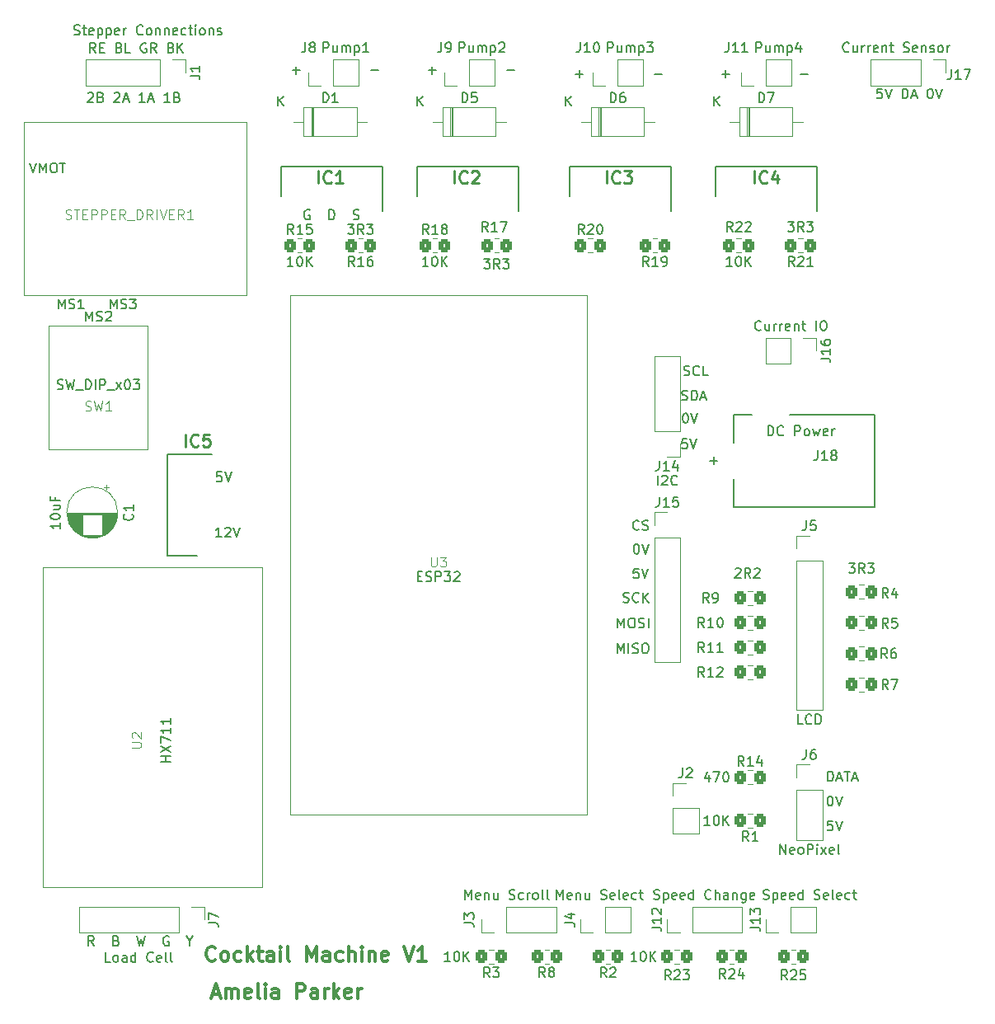
<source format=gto>
%TF.GenerationSoftware,KiCad,Pcbnew,7.0.1*%
%TF.CreationDate,2023-04-23T09:13:03+12:00*%
%TF.ProjectId,Cocktail PCB,436f636b-7461-4696-9c20-5043422e6b69,rev?*%
%TF.SameCoordinates,Original*%
%TF.FileFunction,Legend,Top*%
%TF.FilePolarity,Positive*%
%FSLAX46Y46*%
G04 Gerber Fmt 4.6, Leading zero omitted, Abs format (unit mm)*
G04 Created by KiCad (PCBNEW 7.0.1) date 2023-04-23 09:13:03*
%MOMM*%
%LPD*%
G01*
G04 APERTURE LIST*
G04 Aperture macros list*
%AMRoundRect*
0 Rectangle with rounded corners*
0 $1 Rounding radius*
0 $2 $3 $4 $5 $6 $7 $8 $9 X,Y pos of 4 corners*
0 Add a 4 corners polygon primitive as box body*
4,1,4,$2,$3,$4,$5,$6,$7,$8,$9,$2,$3,0*
0 Add four circle primitives for the rounded corners*
1,1,$1+$1,$2,$3*
1,1,$1+$1,$4,$5*
1,1,$1+$1,$6,$7*
1,1,$1+$1,$8,$9*
0 Add four rect primitives between the rounded corners*
20,1,$1+$1,$2,$3,$4,$5,0*
20,1,$1+$1,$4,$5,$6,$7,0*
20,1,$1+$1,$6,$7,$8,$9,0*
20,1,$1+$1,$8,$9,$2,$3,0*%
G04 Aperture macros list end*
%ADD10C,0.150000*%
%ADD11C,0.300000*%
%ADD12C,0.254000*%
%ADD13C,0.100000*%
%ADD14C,0.152400*%
%ADD15C,0.120000*%
%ADD16C,0.200000*%
%ADD17R,0.990600X3.200400*%
%ADD18R,3.200400X0.990600*%
%ADD19C,7.000000*%
%ADD20R,1.700000X1.700000*%
%ADD21O,1.700000X1.700000*%
%ADD22RoundRect,0.250000X-0.350000X-0.450000X0.350000X-0.450000X0.350000X0.450000X-0.350000X0.450000X0*%
%ADD23R,2.200000X2.200000*%
%ADD24O,2.200000X2.200000*%
%ADD25RoundRect,0.250000X0.350000X0.450000X-0.350000X0.450000X-0.350000X-0.450000X0.350000X-0.450000X0*%
%ADD26R,1.980000X1.980000*%
%ADD27C,1.980000*%
%ADD28R,1.600000X1.600000*%
%ADD29C,1.600000*%
%ADD30C,1.524000*%
G04 APERTURE END LIST*
D10*
X126937063Y-87086643D02*
X126365635Y-87086643D01*
X126651349Y-87086643D02*
X126651349Y-86086643D01*
X126651349Y-86086643D02*
X126556111Y-86229500D01*
X126556111Y-86229500D02*
X126460873Y-86324738D01*
X126460873Y-86324738D02*
X126365635Y-86372357D01*
X127318016Y-86181881D02*
X127365635Y-86134262D01*
X127365635Y-86134262D02*
X127460873Y-86086643D01*
X127460873Y-86086643D02*
X127698968Y-86086643D01*
X127698968Y-86086643D02*
X127794206Y-86134262D01*
X127794206Y-86134262D02*
X127841825Y-86181881D01*
X127841825Y-86181881D02*
X127889444Y-86277119D01*
X127889444Y-86277119D02*
X127889444Y-86372357D01*
X127889444Y-86372357D02*
X127841825Y-86515214D01*
X127841825Y-86515214D02*
X127270397Y-87086643D01*
X127270397Y-87086643D02*
X127889444Y-87086643D01*
X128175159Y-86086643D02*
X128508492Y-87086643D01*
X128508492Y-87086643D02*
X128841825Y-86086643D01*
X126959360Y-80405969D02*
X126483170Y-80405969D01*
X126483170Y-80405969D02*
X126435551Y-80882159D01*
X126435551Y-80882159D02*
X126483170Y-80834540D01*
X126483170Y-80834540D02*
X126578408Y-80786921D01*
X126578408Y-80786921D02*
X126816503Y-80786921D01*
X126816503Y-80786921D02*
X126911741Y-80834540D01*
X126911741Y-80834540D02*
X126959360Y-80882159D01*
X126959360Y-80882159D02*
X127006979Y-80977397D01*
X127006979Y-80977397D02*
X127006979Y-81215492D01*
X127006979Y-81215492D02*
X126959360Y-81310730D01*
X126959360Y-81310730D02*
X126911741Y-81358350D01*
X126911741Y-81358350D02*
X126816503Y-81405969D01*
X126816503Y-81405969D02*
X126578408Y-81405969D01*
X126578408Y-81405969D02*
X126483170Y-81358350D01*
X126483170Y-81358350D02*
X126435551Y-81310730D01*
X127292694Y-80405969D02*
X127626027Y-81405969D01*
X127626027Y-81405969D02*
X127959360Y-80405969D01*
X107283238Y-48661619D02*
X107616571Y-49661619D01*
X107616571Y-49661619D02*
X107949904Y-48661619D01*
X108283238Y-49661619D02*
X108283238Y-48661619D01*
X108283238Y-48661619D02*
X108616571Y-49375904D01*
X108616571Y-49375904D02*
X108949904Y-48661619D01*
X108949904Y-48661619D02*
X108949904Y-49661619D01*
X109616571Y-48661619D02*
X109807047Y-48661619D01*
X109807047Y-48661619D02*
X109902285Y-48709238D01*
X109902285Y-48709238D02*
X109997523Y-48804476D01*
X109997523Y-48804476D02*
X110045142Y-48994952D01*
X110045142Y-48994952D02*
X110045142Y-49328285D01*
X110045142Y-49328285D02*
X109997523Y-49518761D01*
X109997523Y-49518761D02*
X109902285Y-49614000D01*
X109902285Y-49614000D02*
X109807047Y-49661619D01*
X109807047Y-49661619D02*
X109616571Y-49661619D01*
X109616571Y-49661619D02*
X109521333Y-49614000D01*
X109521333Y-49614000D02*
X109426095Y-49518761D01*
X109426095Y-49518761D02*
X109378476Y-49328285D01*
X109378476Y-49328285D02*
X109378476Y-48994952D01*
X109378476Y-48994952D02*
X109426095Y-48804476D01*
X109426095Y-48804476D02*
X109521333Y-48709238D01*
X109521333Y-48709238D02*
X109616571Y-48661619D01*
X110330857Y-48661619D02*
X110902285Y-48661619D01*
X110616571Y-49661619D02*
X110616571Y-48661619D01*
X194770285Y-41041619D02*
X194294095Y-41041619D01*
X194294095Y-41041619D02*
X194246476Y-41517809D01*
X194246476Y-41517809D02*
X194294095Y-41470190D01*
X194294095Y-41470190D02*
X194389333Y-41422571D01*
X194389333Y-41422571D02*
X194627428Y-41422571D01*
X194627428Y-41422571D02*
X194722666Y-41470190D01*
X194722666Y-41470190D02*
X194770285Y-41517809D01*
X194770285Y-41517809D02*
X194817904Y-41613047D01*
X194817904Y-41613047D02*
X194817904Y-41851142D01*
X194817904Y-41851142D02*
X194770285Y-41946380D01*
X194770285Y-41946380D02*
X194722666Y-41994000D01*
X194722666Y-41994000D02*
X194627428Y-42041619D01*
X194627428Y-42041619D02*
X194389333Y-42041619D01*
X194389333Y-42041619D02*
X194294095Y-41994000D01*
X194294095Y-41994000D02*
X194246476Y-41946380D01*
X195103619Y-41041619D02*
X195436952Y-42041619D01*
X195436952Y-42041619D02*
X195770285Y-41041619D01*
X196865524Y-42041619D02*
X196865524Y-41041619D01*
X196865524Y-41041619D02*
X197103619Y-41041619D01*
X197103619Y-41041619D02*
X197246476Y-41089238D01*
X197246476Y-41089238D02*
X197341714Y-41184476D01*
X197341714Y-41184476D02*
X197389333Y-41279714D01*
X197389333Y-41279714D02*
X197436952Y-41470190D01*
X197436952Y-41470190D02*
X197436952Y-41613047D01*
X197436952Y-41613047D02*
X197389333Y-41803523D01*
X197389333Y-41803523D02*
X197341714Y-41898761D01*
X197341714Y-41898761D02*
X197246476Y-41994000D01*
X197246476Y-41994000D02*
X197103619Y-42041619D01*
X197103619Y-42041619D02*
X196865524Y-42041619D01*
X197817905Y-41755904D02*
X198294095Y-41755904D01*
X197722667Y-42041619D02*
X198056000Y-41041619D01*
X198056000Y-41041619D02*
X198389333Y-42041619D01*
X199675048Y-41041619D02*
X199770286Y-41041619D01*
X199770286Y-41041619D02*
X199865524Y-41089238D01*
X199865524Y-41089238D02*
X199913143Y-41136857D01*
X199913143Y-41136857D02*
X199960762Y-41232095D01*
X199960762Y-41232095D02*
X200008381Y-41422571D01*
X200008381Y-41422571D02*
X200008381Y-41660666D01*
X200008381Y-41660666D02*
X199960762Y-41851142D01*
X199960762Y-41851142D02*
X199913143Y-41946380D01*
X199913143Y-41946380D02*
X199865524Y-41994000D01*
X199865524Y-41994000D02*
X199770286Y-42041619D01*
X199770286Y-42041619D02*
X199675048Y-42041619D01*
X199675048Y-42041619D02*
X199579810Y-41994000D01*
X199579810Y-41994000D02*
X199532191Y-41946380D01*
X199532191Y-41946380D02*
X199484572Y-41851142D01*
X199484572Y-41851142D02*
X199436953Y-41660666D01*
X199436953Y-41660666D02*
X199436953Y-41422571D01*
X199436953Y-41422571D02*
X199484572Y-41232095D01*
X199484572Y-41232095D02*
X199532191Y-41136857D01*
X199532191Y-41136857D02*
X199579810Y-41089238D01*
X199579810Y-41089238D02*
X199675048Y-41041619D01*
X200294096Y-41041619D02*
X200627429Y-42041619D01*
X200627429Y-42041619D02*
X200960762Y-41041619D01*
X114008346Y-37351569D02*
X113675013Y-36875378D01*
X113436918Y-37351569D02*
X113436918Y-36351569D01*
X113436918Y-36351569D02*
X113817870Y-36351569D01*
X113817870Y-36351569D02*
X113913108Y-36399188D01*
X113913108Y-36399188D02*
X113960727Y-36446807D01*
X113960727Y-36446807D02*
X114008346Y-36542045D01*
X114008346Y-36542045D02*
X114008346Y-36684902D01*
X114008346Y-36684902D02*
X113960727Y-36780140D01*
X113960727Y-36780140D02*
X113913108Y-36827759D01*
X113913108Y-36827759D02*
X113817870Y-36875378D01*
X113817870Y-36875378D02*
X113436918Y-36875378D01*
X114436918Y-36827759D02*
X114770251Y-36827759D01*
X114913108Y-37351569D02*
X114436918Y-37351569D01*
X114436918Y-37351569D02*
X114436918Y-36351569D01*
X114436918Y-36351569D02*
X114913108Y-36351569D01*
X116436918Y-36827759D02*
X116579775Y-36875378D01*
X116579775Y-36875378D02*
X116627394Y-36922997D01*
X116627394Y-36922997D02*
X116675013Y-37018235D01*
X116675013Y-37018235D02*
X116675013Y-37161092D01*
X116675013Y-37161092D02*
X116627394Y-37256330D01*
X116627394Y-37256330D02*
X116579775Y-37303950D01*
X116579775Y-37303950D02*
X116484537Y-37351569D01*
X116484537Y-37351569D02*
X116103585Y-37351569D01*
X116103585Y-37351569D02*
X116103585Y-36351569D01*
X116103585Y-36351569D02*
X116436918Y-36351569D01*
X116436918Y-36351569D02*
X116532156Y-36399188D01*
X116532156Y-36399188D02*
X116579775Y-36446807D01*
X116579775Y-36446807D02*
X116627394Y-36542045D01*
X116627394Y-36542045D02*
X116627394Y-36637283D01*
X116627394Y-36637283D02*
X116579775Y-36732521D01*
X116579775Y-36732521D02*
X116532156Y-36780140D01*
X116532156Y-36780140D02*
X116436918Y-36827759D01*
X116436918Y-36827759D02*
X116103585Y-36827759D01*
X117579775Y-37351569D02*
X117103585Y-37351569D01*
X117103585Y-37351569D02*
X117103585Y-36351569D01*
X119198823Y-36399188D02*
X119103585Y-36351569D01*
X119103585Y-36351569D02*
X118960728Y-36351569D01*
X118960728Y-36351569D02*
X118817871Y-36399188D01*
X118817871Y-36399188D02*
X118722633Y-36494426D01*
X118722633Y-36494426D02*
X118675014Y-36589664D01*
X118675014Y-36589664D02*
X118627395Y-36780140D01*
X118627395Y-36780140D02*
X118627395Y-36922997D01*
X118627395Y-36922997D02*
X118675014Y-37113473D01*
X118675014Y-37113473D02*
X118722633Y-37208711D01*
X118722633Y-37208711D02*
X118817871Y-37303950D01*
X118817871Y-37303950D02*
X118960728Y-37351569D01*
X118960728Y-37351569D02*
X119055966Y-37351569D01*
X119055966Y-37351569D02*
X119198823Y-37303950D01*
X119198823Y-37303950D02*
X119246442Y-37256330D01*
X119246442Y-37256330D02*
X119246442Y-36922997D01*
X119246442Y-36922997D02*
X119055966Y-36922997D01*
X120246442Y-37351569D02*
X119913109Y-36875378D01*
X119675014Y-37351569D02*
X119675014Y-36351569D01*
X119675014Y-36351569D02*
X120055966Y-36351569D01*
X120055966Y-36351569D02*
X120151204Y-36399188D01*
X120151204Y-36399188D02*
X120198823Y-36446807D01*
X120198823Y-36446807D02*
X120246442Y-36542045D01*
X120246442Y-36542045D02*
X120246442Y-36684902D01*
X120246442Y-36684902D02*
X120198823Y-36780140D01*
X120198823Y-36780140D02*
X120151204Y-36827759D01*
X120151204Y-36827759D02*
X120055966Y-36875378D01*
X120055966Y-36875378D02*
X119675014Y-36875378D01*
X121770252Y-36827759D02*
X121913109Y-36875378D01*
X121913109Y-36875378D02*
X121960728Y-36922997D01*
X121960728Y-36922997D02*
X122008347Y-37018235D01*
X122008347Y-37018235D02*
X122008347Y-37161092D01*
X122008347Y-37161092D02*
X121960728Y-37256330D01*
X121960728Y-37256330D02*
X121913109Y-37303950D01*
X121913109Y-37303950D02*
X121817871Y-37351569D01*
X121817871Y-37351569D02*
X121436919Y-37351569D01*
X121436919Y-37351569D02*
X121436919Y-36351569D01*
X121436919Y-36351569D02*
X121770252Y-36351569D01*
X121770252Y-36351569D02*
X121865490Y-36399188D01*
X121865490Y-36399188D02*
X121913109Y-36446807D01*
X121913109Y-36446807D02*
X121960728Y-36542045D01*
X121960728Y-36542045D02*
X121960728Y-36637283D01*
X121960728Y-36637283D02*
X121913109Y-36732521D01*
X121913109Y-36732521D02*
X121865490Y-36780140D01*
X121865490Y-36780140D02*
X121770252Y-36827759D01*
X121770252Y-36827759D02*
X121436919Y-36827759D01*
X122436919Y-37351569D02*
X122436919Y-36351569D01*
X123008347Y-37351569D02*
X122579776Y-36780140D01*
X123008347Y-36351569D02*
X122436919Y-36922997D01*
X113849347Y-129057081D02*
X113516014Y-128580890D01*
X113277919Y-129057081D02*
X113277919Y-128057081D01*
X113277919Y-128057081D02*
X113658871Y-128057081D01*
X113658871Y-128057081D02*
X113754109Y-128104700D01*
X113754109Y-128104700D02*
X113801728Y-128152319D01*
X113801728Y-128152319D02*
X113849347Y-128247557D01*
X113849347Y-128247557D02*
X113849347Y-128390414D01*
X113849347Y-128390414D02*
X113801728Y-128485652D01*
X113801728Y-128485652D02*
X113754109Y-128533271D01*
X113754109Y-128533271D02*
X113658871Y-128580890D01*
X113658871Y-128580890D02*
X113277919Y-128580890D01*
X116135062Y-128533271D02*
X116277919Y-128580890D01*
X116277919Y-128580890D02*
X116325538Y-128628509D01*
X116325538Y-128628509D02*
X116373157Y-128723747D01*
X116373157Y-128723747D02*
X116373157Y-128866604D01*
X116373157Y-128866604D02*
X116325538Y-128961842D01*
X116325538Y-128961842D02*
X116277919Y-129009462D01*
X116277919Y-129009462D02*
X116182681Y-129057081D01*
X116182681Y-129057081D02*
X115801729Y-129057081D01*
X115801729Y-129057081D02*
X115801729Y-128057081D01*
X115801729Y-128057081D02*
X116135062Y-128057081D01*
X116135062Y-128057081D02*
X116230300Y-128104700D01*
X116230300Y-128104700D02*
X116277919Y-128152319D01*
X116277919Y-128152319D02*
X116325538Y-128247557D01*
X116325538Y-128247557D02*
X116325538Y-128342795D01*
X116325538Y-128342795D02*
X116277919Y-128438033D01*
X116277919Y-128438033D02*
X116230300Y-128485652D01*
X116230300Y-128485652D02*
X116135062Y-128533271D01*
X116135062Y-128533271D02*
X115801729Y-128533271D01*
X118230301Y-128057081D02*
X118468396Y-129057081D01*
X118468396Y-129057081D02*
X118658872Y-128342795D01*
X118658872Y-128342795D02*
X118849348Y-129057081D01*
X118849348Y-129057081D02*
X119087444Y-128057081D01*
X121516015Y-128104700D02*
X121420777Y-128057081D01*
X121420777Y-128057081D02*
X121277920Y-128057081D01*
X121277920Y-128057081D02*
X121135063Y-128104700D01*
X121135063Y-128104700D02*
X121039825Y-128199938D01*
X121039825Y-128199938D02*
X120992206Y-128295176D01*
X120992206Y-128295176D02*
X120944587Y-128485652D01*
X120944587Y-128485652D02*
X120944587Y-128628509D01*
X120944587Y-128628509D02*
X120992206Y-128818985D01*
X120992206Y-128818985D02*
X121039825Y-128914223D01*
X121039825Y-128914223D02*
X121135063Y-129009462D01*
X121135063Y-129009462D02*
X121277920Y-129057081D01*
X121277920Y-129057081D02*
X121373158Y-129057081D01*
X121373158Y-129057081D02*
X121516015Y-129009462D01*
X121516015Y-129009462D02*
X121563634Y-128961842D01*
X121563634Y-128961842D02*
X121563634Y-128628509D01*
X121563634Y-128628509D02*
X121373158Y-128628509D01*
X123706492Y-128580890D02*
X123706492Y-129057081D01*
X123373159Y-128057081D02*
X123706492Y-128580890D01*
X123706492Y-128580890D02*
X124039825Y-128057081D01*
X189214095Y-112145619D02*
X189214095Y-111145619D01*
X189214095Y-111145619D02*
X189452190Y-111145619D01*
X189452190Y-111145619D02*
X189595047Y-111193238D01*
X189595047Y-111193238D02*
X189690285Y-111288476D01*
X189690285Y-111288476D02*
X189737904Y-111383714D01*
X189737904Y-111383714D02*
X189785523Y-111574190D01*
X189785523Y-111574190D02*
X189785523Y-111717047D01*
X189785523Y-111717047D02*
X189737904Y-111907523D01*
X189737904Y-111907523D02*
X189690285Y-112002761D01*
X189690285Y-112002761D02*
X189595047Y-112098000D01*
X189595047Y-112098000D02*
X189452190Y-112145619D01*
X189452190Y-112145619D02*
X189214095Y-112145619D01*
X190166476Y-111859904D02*
X190642666Y-111859904D01*
X190071238Y-112145619D02*
X190404571Y-111145619D01*
X190404571Y-111145619D02*
X190737904Y-112145619D01*
X190928381Y-111145619D02*
X191499809Y-111145619D01*
X191214095Y-112145619D02*
X191214095Y-111145619D01*
X191785524Y-111859904D02*
X192261714Y-111859904D01*
X191690286Y-112145619D02*
X192023619Y-111145619D01*
X192023619Y-111145619D02*
X192356952Y-112145619D01*
X189404571Y-113685619D02*
X189499809Y-113685619D01*
X189499809Y-113685619D02*
X189595047Y-113733238D01*
X189595047Y-113733238D02*
X189642666Y-113780857D01*
X189642666Y-113780857D02*
X189690285Y-113876095D01*
X189690285Y-113876095D02*
X189737904Y-114066571D01*
X189737904Y-114066571D02*
X189737904Y-114304666D01*
X189737904Y-114304666D02*
X189690285Y-114495142D01*
X189690285Y-114495142D02*
X189642666Y-114590380D01*
X189642666Y-114590380D02*
X189595047Y-114638000D01*
X189595047Y-114638000D02*
X189499809Y-114685619D01*
X189499809Y-114685619D02*
X189404571Y-114685619D01*
X189404571Y-114685619D02*
X189309333Y-114638000D01*
X189309333Y-114638000D02*
X189261714Y-114590380D01*
X189261714Y-114590380D02*
X189214095Y-114495142D01*
X189214095Y-114495142D02*
X189166476Y-114304666D01*
X189166476Y-114304666D02*
X189166476Y-114066571D01*
X189166476Y-114066571D02*
X189214095Y-113876095D01*
X189214095Y-113876095D02*
X189261714Y-113780857D01*
X189261714Y-113780857D02*
X189309333Y-113733238D01*
X189309333Y-113733238D02*
X189404571Y-113685619D01*
X190023619Y-113685619D02*
X190356952Y-114685619D01*
X190356952Y-114685619D02*
X190690285Y-113685619D01*
X189690285Y-116225619D02*
X189214095Y-116225619D01*
X189214095Y-116225619D02*
X189166476Y-116701809D01*
X189166476Y-116701809D02*
X189214095Y-116654190D01*
X189214095Y-116654190D02*
X189309333Y-116606571D01*
X189309333Y-116606571D02*
X189547428Y-116606571D01*
X189547428Y-116606571D02*
X189642666Y-116654190D01*
X189642666Y-116654190D02*
X189690285Y-116701809D01*
X189690285Y-116701809D02*
X189737904Y-116797047D01*
X189737904Y-116797047D02*
X189737904Y-117035142D01*
X189737904Y-117035142D02*
X189690285Y-117130380D01*
X189690285Y-117130380D02*
X189642666Y-117178000D01*
X189642666Y-117178000D02*
X189547428Y-117225619D01*
X189547428Y-117225619D02*
X189309333Y-117225619D01*
X189309333Y-117225619D02*
X189214095Y-117178000D01*
X189214095Y-117178000D02*
X189166476Y-117130380D01*
X190023619Y-116225619D02*
X190356952Y-117225619D01*
X190356952Y-117225619D02*
X190690285Y-116225619D01*
X167605986Y-99006386D02*
X167605986Y-98006386D01*
X167605986Y-98006386D02*
X167939319Y-98720671D01*
X167939319Y-98720671D02*
X168272652Y-98006386D01*
X168272652Y-98006386D02*
X168272652Y-99006386D01*
X168748843Y-99006386D02*
X168748843Y-98006386D01*
X169177414Y-98958767D02*
X169320271Y-99006386D01*
X169320271Y-99006386D02*
X169558366Y-99006386D01*
X169558366Y-99006386D02*
X169653604Y-98958767D01*
X169653604Y-98958767D02*
X169701223Y-98911147D01*
X169701223Y-98911147D02*
X169748842Y-98815909D01*
X169748842Y-98815909D02*
X169748842Y-98720671D01*
X169748842Y-98720671D02*
X169701223Y-98625433D01*
X169701223Y-98625433D02*
X169653604Y-98577814D01*
X169653604Y-98577814D02*
X169558366Y-98530195D01*
X169558366Y-98530195D02*
X169367890Y-98482576D01*
X169367890Y-98482576D02*
X169272652Y-98434957D01*
X169272652Y-98434957D02*
X169225033Y-98387338D01*
X169225033Y-98387338D02*
X169177414Y-98292100D01*
X169177414Y-98292100D02*
X169177414Y-98196862D01*
X169177414Y-98196862D02*
X169225033Y-98101624D01*
X169225033Y-98101624D02*
X169272652Y-98054005D01*
X169272652Y-98054005D02*
X169367890Y-98006386D01*
X169367890Y-98006386D02*
X169605985Y-98006386D01*
X169605985Y-98006386D02*
X169748842Y-98054005D01*
X170367890Y-98006386D02*
X170558366Y-98006386D01*
X170558366Y-98006386D02*
X170653604Y-98054005D01*
X170653604Y-98054005D02*
X170748842Y-98149243D01*
X170748842Y-98149243D02*
X170796461Y-98339719D01*
X170796461Y-98339719D02*
X170796461Y-98673052D01*
X170796461Y-98673052D02*
X170748842Y-98863528D01*
X170748842Y-98863528D02*
X170653604Y-98958767D01*
X170653604Y-98958767D02*
X170558366Y-99006386D01*
X170558366Y-99006386D02*
X170367890Y-99006386D01*
X170367890Y-99006386D02*
X170272652Y-98958767D01*
X170272652Y-98958767D02*
X170177414Y-98863528D01*
X170177414Y-98863528D02*
X170129795Y-98673052D01*
X170129795Y-98673052D02*
X170129795Y-98339719D01*
X170129795Y-98339719D02*
X170177414Y-98149243D01*
X170177414Y-98149243D02*
X170272652Y-98054005D01*
X170272652Y-98054005D02*
X170367890Y-98006386D01*
X167643930Y-96396436D02*
X167643930Y-95396436D01*
X167643930Y-95396436D02*
X167977263Y-96110721D01*
X167977263Y-96110721D02*
X168310596Y-95396436D01*
X168310596Y-95396436D02*
X168310596Y-96396436D01*
X168977263Y-95396436D02*
X169167739Y-95396436D01*
X169167739Y-95396436D02*
X169262977Y-95444055D01*
X169262977Y-95444055D02*
X169358215Y-95539293D01*
X169358215Y-95539293D02*
X169405834Y-95729769D01*
X169405834Y-95729769D02*
X169405834Y-96063102D01*
X169405834Y-96063102D02*
X169358215Y-96253578D01*
X169358215Y-96253578D02*
X169262977Y-96348817D01*
X169262977Y-96348817D02*
X169167739Y-96396436D01*
X169167739Y-96396436D02*
X168977263Y-96396436D01*
X168977263Y-96396436D02*
X168882025Y-96348817D01*
X168882025Y-96348817D02*
X168786787Y-96253578D01*
X168786787Y-96253578D02*
X168739168Y-96063102D01*
X168739168Y-96063102D02*
X168739168Y-95729769D01*
X168739168Y-95729769D02*
X168786787Y-95539293D01*
X168786787Y-95539293D02*
X168882025Y-95444055D01*
X168882025Y-95444055D02*
X168977263Y-95396436D01*
X169786787Y-96348817D02*
X169929644Y-96396436D01*
X169929644Y-96396436D02*
X170167739Y-96396436D01*
X170167739Y-96396436D02*
X170262977Y-96348817D01*
X170262977Y-96348817D02*
X170310596Y-96301197D01*
X170310596Y-96301197D02*
X170358215Y-96205959D01*
X170358215Y-96205959D02*
X170358215Y-96110721D01*
X170358215Y-96110721D02*
X170310596Y-96015483D01*
X170310596Y-96015483D02*
X170262977Y-95967864D01*
X170262977Y-95967864D02*
X170167739Y-95920245D01*
X170167739Y-95920245D02*
X169977263Y-95872626D01*
X169977263Y-95872626D02*
X169882025Y-95825007D01*
X169882025Y-95825007D02*
X169834406Y-95777388D01*
X169834406Y-95777388D02*
X169786787Y-95682150D01*
X169786787Y-95682150D02*
X169786787Y-95586912D01*
X169786787Y-95586912D02*
X169834406Y-95491674D01*
X169834406Y-95491674D02*
X169882025Y-95444055D01*
X169882025Y-95444055D02*
X169977263Y-95396436D01*
X169977263Y-95396436D02*
X170215358Y-95396436D01*
X170215358Y-95396436D02*
X170358215Y-95444055D01*
X170786787Y-96396436D02*
X170786787Y-95396436D01*
X168216053Y-93744673D02*
X168358910Y-93792292D01*
X168358910Y-93792292D02*
X168597005Y-93792292D01*
X168597005Y-93792292D02*
X168692243Y-93744673D01*
X168692243Y-93744673D02*
X168739862Y-93697053D01*
X168739862Y-93697053D02*
X168787481Y-93601815D01*
X168787481Y-93601815D02*
X168787481Y-93506577D01*
X168787481Y-93506577D02*
X168739862Y-93411339D01*
X168739862Y-93411339D02*
X168692243Y-93363720D01*
X168692243Y-93363720D02*
X168597005Y-93316101D01*
X168597005Y-93316101D02*
X168406529Y-93268482D01*
X168406529Y-93268482D02*
X168311291Y-93220863D01*
X168311291Y-93220863D02*
X168263672Y-93173244D01*
X168263672Y-93173244D02*
X168216053Y-93078006D01*
X168216053Y-93078006D02*
X168216053Y-92982768D01*
X168216053Y-92982768D02*
X168263672Y-92887530D01*
X168263672Y-92887530D02*
X168311291Y-92839911D01*
X168311291Y-92839911D02*
X168406529Y-92792292D01*
X168406529Y-92792292D02*
X168644624Y-92792292D01*
X168644624Y-92792292D02*
X168787481Y-92839911D01*
X169787481Y-93697053D02*
X169739862Y-93744673D01*
X169739862Y-93744673D02*
X169597005Y-93792292D01*
X169597005Y-93792292D02*
X169501767Y-93792292D01*
X169501767Y-93792292D02*
X169358910Y-93744673D01*
X169358910Y-93744673D02*
X169263672Y-93649434D01*
X169263672Y-93649434D02*
X169216053Y-93554196D01*
X169216053Y-93554196D02*
X169168434Y-93363720D01*
X169168434Y-93363720D02*
X169168434Y-93220863D01*
X169168434Y-93220863D02*
X169216053Y-93030387D01*
X169216053Y-93030387D02*
X169263672Y-92935149D01*
X169263672Y-92935149D02*
X169358910Y-92839911D01*
X169358910Y-92839911D02*
X169501767Y-92792292D01*
X169501767Y-92792292D02*
X169597005Y-92792292D01*
X169597005Y-92792292D02*
X169739862Y-92839911D01*
X169739862Y-92839911D02*
X169787481Y-92887530D01*
X170216053Y-93792292D02*
X170216053Y-92792292D01*
X170787481Y-93792292D02*
X170358910Y-93220863D01*
X170787481Y-92792292D02*
X170216053Y-93363720D01*
X169516563Y-87799863D02*
X169611801Y-87799863D01*
X169611801Y-87799863D02*
X169707039Y-87847482D01*
X169707039Y-87847482D02*
X169754658Y-87895101D01*
X169754658Y-87895101D02*
X169802277Y-87990339D01*
X169802277Y-87990339D02*
X169849896Y-88180815D01*
X169849896Y-88180815D02*
X169849896Y-88418910D01*
X169849896Y-88418910D02*
X169802277Y-88609386D01*
X169802277Y-88609386D02*
X169754658Y-88704624D01*
X169754658Y-88704624D02*
X169707039Y-88752244D01*
X169707039Y-88752244D02*
X169611801Y-88799863D01*
X169611801Y-88799863D02*
X169516563Y-88799863D01*
X169516563Y-88799863D02*
X169421325Y-88752244D01*
X169421325Y-88752244D02*
X169373706Y-88704624D01*
X169373706Y-88704624D02*
X169326087Y-88609386D01*
X169326087Y-88609386D02*
X169278468Y-88418910D01*
X169278468Y-88418910D02*
X169278468Y-88180815D01*
X169278468Y-88180815D02*
X169326087Y-87990339D01*
X169326087Y-87990339D02*
X169373706Y-87895101D01*
X169373706Y-87895101D02*
X169421325Y-87847482D01*
X169421325Y-87847482D02*
X169516563Y-87799863D01*
X170135611Y-87799863D02*
X170468944Y-88799863D01*
X170468944Y-88799863D02*
X170802277Y-87799863D01*
X169808981Y-86269277D02*
X169761362Y-86316897D01*
X169761362Y-86316897D02*
X169618505Y-86364516D01*
X169618505Y-86364516D02*
X169523267Y-86364516D01*
X169523267Y-86364516D02*
X169380410Y-86316897D01*
X169380410Y-86316897D02*
X169285172Y-86221658D01*
X169285172Y-86221658D02*
X169237553Y-86126420D01*
X169237553Y-86126420D02*
X169189934Y-85935944D01*
X169189934Y-85935944D02*
X169189934Y-85793087D01*
X169189934Y-85793087D02*
X169237553Y-85602611D01*
X169237553Y-85602611D02*
X169285172Y-85507373D01*
X169285172Y-85507373D02*
X169380410Y-85412135D01*
X169380410Y-85412135D02*
X169523267Y-85364516D01*
X169523267Y-85364516D02*
X169618505Y-85364516D01*
X169618505Y-85364516D02*
X169761362Y-85412135D01*
X169761362Y-85412135D02*
X169808981Y-85459754D01*
X170189934Y-86316897D02*
X170332791Y-86364516D01*
X170332791Y-86364516D02*
X170570886Y-86364516D01*
X170570886Y-86364516D02*
X170666124Y-86316897D01*
X170666124Y-86316897D02*
X170713743Y-86269277D01*
X170713743Y-86269277D02*
X170761362Y-86174039D01*
X170761362Y-86174039D02*
X170761362Y-86078801D01*
X170761362Y-86078801D02*
X170713743Y-85983563D01*
X170713743Y-85983563D02*
X170666124Y-85935944D01*
X170666124Y-85935944D02*
X170570886Y-85888325D01*
X170570886Y-85888325D02*
X170380410Y-85840706D01*
X170380410Y-85840706D02*
X170285172Y-85793087D01*
X170285172Y-85793087D02*
X170237553Y-85745468D01*
X170237553Y-85745468D02*
X170189934Y-85650230D01*
X170189934Y-85650230D02*
X170189934Y-85554992D01*
X170189934Y-85554992D02*
X170237553Y-85459754D01*
X170237553Y-85459754D02*
X170285172Y-85412135D01*
X170285172Y-85412135D02*
X170380410Y-85364516D01*
X170380410Y-85364516D02*
X170618505Y-85364516D01*
X170618505Y-85364516D02*
X170761362Y-85412135D01*
X110190314Y-63639672D02*
X110190314Y-62639672D01*
X110190314Y-62639672D02*
X110523647Y-63353957D01*
X110523647Y-63353957D02*
X110856980Y-62639672D01*
X110856980Y-62639672D02*
X110856980Y-63639672D01*
X111285552Y-63592053D02*
X111428409Y-63639672D01*
X111428409Y-63639672D02*
X111666504Y-63639672D01*
X111666504Y-63639672D02*
X111761742Y-63592053D01*
X111761742Y-63592053D02*
X111809361Y-63544433D01*
X111809361Y-63544433D02*
X111856980Y-63449195D01*
X111856980Y-63449195D02*
X111856980Y-63353957D01*
X111856980Y-63353957D02*
X111809361Y-63258719D01*
X111809361Y-63258719D02*
X111761742Y-63211100D01*
X111761742Y-63211100D02*
X111666504Y-63163481D01*
X111666504Y-63163481D02*
X111476028Y-63115862D01*
X111476028Y-63115862D02*
X111380790Y-63068243D01*
X111380790Y-63068243D02*
X111333171Y-63020624D01*
X111333171Y-63020624D02*
X111285552Y-62925386D01*
X111285552Y-62925386D02*
X111285552Y-62830148D01*
X111285552Y-62830148D02*
X111333171Y-62734910D01*
X111333171Y-62734910D02*
X111380790Y-62687291D01*
X111380790Y-62687291D02*
X111476028Y-62639672D01*
X111476028Y-62639672D02*
X111714123Y-62639672D01*
X111714123Y-62639672D02*
X111856980Y-62687291D01*
X112809361Y-63639672D02*
X112237933Y-63639672D01*
X112523647Y-63639672D02*
X112523647Y-62639672D01*
X112523647Y-62639672D02*
X112428409Y-62782529D01*
X112428409Y-62782529D02*
X112333171Y-62877767D01*
X112333171Y-62877767D02*
X112237933Y-62925386D01*
X115523648Y-63639672D02*
X115523648Y-62639672D01*
X115523648Y-62639672D02*
X115856981Y-63353957D01*
X115856981Y-63353957D02*
X116190314Y-62639672D01*
X116190314Y-62639672D02*
X116190314Y-63639672D01*
X116618886Y-63592053D02*
X116761743Y-63639672D01*
X116761743Y-63639672D02*
X116999838Y-63639672D01*
X116999838Y-63639672D02*
X117095076Y-63592053D01*
X117095076Y-63592053D02*
X117142695Y-63544433D01*
X117142695Y-63544433D02*
X117190314Y-63449195D01*
X117190314Y-63449195D02*
X117190314Y-63353957D01*
X117190314Y-63353957D02*
X117142695Y-63258719D01*
X117142695Y-63258719D02*
X117095076Y-63211100D01*
X117095076Y-63211100D02*
X116999838Y-63163481D01*
X116999838Y-63163481D02*
X116809362Y-63115862D01*
X116809362Y-63115862D02*
X116714124Y-63068243D01*
X116714124Y-63068243D02*
X116666505Y-63020624D01*
X116666505Y-63020624D02*
X116618886Y-62925386D01*
X116618886Y-62925386D02*
X116618886Y-62830148D01*
X116618886Y-62830148D02*
X116666505Y-62734910D01*
X116666505Y-62734910D02*
X116714124Y-62687291D01*
X116714124Y-62687291D02*
X116809362Y-62639672D01*
X116809362Y-62639672D02*
X117047457Y-62639672D01*
X117047457Y-62639672D02*
X117190314Y-62687291D01*
X117523648Y-62639672D02*
X118142695Y-62639672D01*
X118142695Y-62639672D02*
X117809362Y-63020624D01*
X117809362Y-63020624D02*
X117952219Y-63020624D01*
X117952219Y-63020624D02*
X118047457Y-63068243D01*
X118047457Y-63068243D02*
X118095076Y-63115862D01*
X118095076Y-63115862D02*
X118142695Y-63211100D01*
X118142695Y-63211100D02*
X118142695Y-63449195D01*
X118142695Y-63449195D02*
X118095076Y-63544433D01*
X118095076Y-63544433D02*
X118047457Y-63592053D01*
X118047457Y-63592053D02*
X117952219Y-63639672D01*
X117952219Y-63639672D02*
X117666505Y-63639672D01*
X117666505Y-63639672D02*
X117571267Y-63592053D01*
X117571267Y-63592053D02*
X117523648Y-63544433D01*
X113220476Y-41517857D02*
X113268095Y-41470238D01*
X113268095Y-41470238D02*
X113363333Y-41422619D01*
X113363333Y-41422619D02*
X113601428Y-41422619D01*
X113601428Y-41422619D02*
X113696666Y-41470238D01*
X113696666Y-41470238D02*
X113744285Y-41517857D01*
X113744285Y-41517857D02*
X113791904Y-41613095D01*
X113791904Y-41613095D02*
X113791904Y-41708333D01*
X113791904Y-41708333D02*
X113744285Y-41851190D01*
X113744285Y-41851190D02*
X113172857Y-42422619D01*
X113172857Y-42422619D02*
X113791904Y-42422619D01*
X114553809Y-41898809D02*
X114696666Y-41946428D01*
X114696666Y-41946428D02*
X114744285Y-41994047D01*
X114744285Y-41994047D02*
X114791904Y-42089285D01*
X114791904Y-42089285D02*
X114791904Y-42232142D01*
X114791904Y-42232142D02*
X114744285Y-42327380D01*
X114744285Y-42327380D02*
X114696666Y-42375000D01*
X114696666Y-42375000D02*
X114601428Y-42422619D01*
X114601428Y-42422619D02*
X114220476Y-42422619D01*
X114220476Y-42422619D02*
X114220476Y-41422619D01*
X114220476Y-41422619D02*
X114553809Y-41422619D01*
X114553809Y-41422619D02*
X114649047Y-41470238D01*
X114649047Y-41470238D02*
X114696666Y-41517857D01*
X114696666Y-41517857D02*
X114744285Y-41613095D01*
X114744285Y-41613095D02*
X114744285Y-41708333D01*
X114744285Y-41708333D02*
X114696666Y-41803571D01*
X114696666Y-41803571D02*
X114649047Y-41851190D01*
X114649047Y-41851190D02*
X114553809Y-41898809D01*
X114553809Y-41898809D02*
X114220476Y-41898809D01*
X115934762Y-41517857D02*
X115982381Y-41470238D01*
X115982381Y-41470238D02*
X116077619Y-41422619D01*
X116077619Y-41422619D02*
X116315714Y-41422619D01*
X116315714Y-41422619D02*
X116410952Y-41470238D01*
X116410952Y-41470238D02*
X116458571Y-41517857D01*
X116458571Y-41517857D02*
X116506190Y-41613095D01*
X116506190Y-41613095D02*
X116506190Y-41708333D01*
X116506190Y-41708333D02*
X116458571Y-41851190D01*
X116458571Y-41851190D02*
X115887143Y-42422619D01*
X115887143Y-42422619D02*
X116506190Y-42422619D01*
X116887143Y-42136904D02*
X117363333Y-42136904D01*
X116791905Y-42422619D02*
X117125238Y-41422619D01*
X117125238Y-41422619D02*
X117458571Y-42422619D01*
X119077619Y-42422619D02*
X118506191Y-42422619D01*
X118791905Y-42422619D02*
X118791905Y-41422619D01*
X118791905Y-41422619D02*
X118696667Y-41565476D01*
X118696667Y-41565476D02*
X118601429Y-41660714D01*
X118601429Y-41660714D02*
X118506191Y-41708333D01*
X119458572Y-42136904D02*
X119934762Y-42136904D01*
X119363334Y-42422619D02*
X119696667Y-41422619D01*
X119696667Y-41422619D02*
X120030000Y-42422619D01*
X121649048Y-42422619D02*
X121077620Y-42422619D01*
X121363334Y-42422619D02*
X121363334Y-41422619D01*
X121363334Y-41422619D02*
X121268096Y-41565476D01*
X121268096Y-41565476D02*
X121172858Y-41660714D01*
X121172858Y-41660714D02*
X121077620Y-41708333D01*
X122410953Y-41898809D02*
X122553810Y-41946428D01*
X122553810Y-41946428D02*
X122601429Y-41994047D01*
X122601429Y-41994047D02*
X122649048Y-42089285D01*
X122649048Y-42089285D02*
X122649048Y-42232142D01*
X122649048Y-42232142D02*
X122601429Y-42327380D01*
X122601429Y-42327380D02*
X122553810Y-42375000D01*
X122553810Y-42375000D02*
X122458572Y-42422619D01*
X122458572Y-42422619D02*
X122077620Y-42422619D01*
X122077620Y-42422619D02*
X122077620Y-41422619D01*
X122077620Y-41422619D02*
X122410953Y-41422619D01*
X122410953Y-41422619D02*
X122506191Y-41470238D01*
X122506191Y-41470238D02*
X122553810Y-41517857D01*
X122553810Y-41517857D02*
X122601429Y-41613095D01*
X122601429Y-41613095D02*
X122601429Y-41708333D01*
X122601429Y-41708333D02*
X122553810Y-41803571D01*
X122553810Y-41803571D02*
X122506191Y-41851190D01*
X122506191Y-41851190D02*
X122410953Y-41898809D01*
X122410953Y-41898809D02*
X122077620Y-41898809D01*
X136000644Y-53526882D02*
X135905406Y-53479263D01*
X135905406Y-53479263D02*
X135762549Y-53479263D01*
X135762549Y-53479263D02*
X135619692Y-53526882D01*
X135619692Y-53526882D02*
X135524454Y-53622120D01*
X135524454Y-53622120D02*
X135476835Y-53717358D01*
X135476835Y-53717358D02*
X135429216Y-53907834D01*
X135429216Y-53907834D02*
X135429216Y-54050691D01*
X135429216Y-54050691D02*
X135476835Y-54241167D01*
X135476835Y-54241167D02*
X135524454Y-54336405D01*
X135524454Y-54336405D02*
X135619692Y-54431644D01*
X135619692Y-54431644D02*
X135762549Y-54479263D01*
X135762549Y-54479263D02*
X135857787Y-54479263D01*
X135857787Y-54479263D02*
X136000644Y-54431644D01*
X136000644Y-54431644D02*
X136048263Y-54384024D01*
X136048263Y-54384024D02*
X136048263Y-54050691D01*
X136048263Y-54050691D02*
X135857787Y-54050691D01*
X138000645Y-54479263D02*
X138000645Y-53479263D01*
X138000645Y-53479263D02*
X138238740Y-53479263D01*
X138238740Y-53479263D02*
X138381597Y-53526882D01*
X138381597Y-53526882D02*
X138476835Y-53622120D01*
X138476835Y-53622120D02*
X138524454Y-53717358D01*
X138524454Y-53717358D02*
X138572073Y-53907834D01*
X138572073Y-53907834D02*
X138572073Y-54050691D01*
X138572073Y-54050691D02*
X138524454Y-54241167D01*
X138524454Y-54241167D02*
X138476835Y-54336405D01*
X138476835Y-54336405D02*
X138381597Y-54431644D01*
X138381597Y-54431644D02*
X138238740Y-54479263D01*
X138238740Y-54479263D02*
X138000645Y-54479263D01*
X140476836Y-54431644D02*
X140619693Y-54479263D01*
X140619693Y-54479263D02*
X140857788Y-54479263D01*
X140857788Y-54479263D02*
X140953026Y-54431644D01*
X140953026Y-54431644D02*
X141000645Y-54384024D01*
X141000645Y-54384024D02*
X141048264Y-54288786D01*
X141048264Y-54288786D02*
X141048264Y-54193548D01*
X141048264Y-54193548D02*
X141000645Y-54098310D01*
X141000645Y-54098310D02*
X140953026Y-54050691D01*
X140953026Y-54050691D02*
X140857788Y-54003072D01*
X140857788Y-54003072D02*
X140667312Y-53955453D01*
X140667312Y-53955453D02*
X140572074Y-53907834D01*
X140572074Y-53907834D02*
X140524455Y-53860215D01*
X140524455Y-53860215D02*
X140476836Y-53764977D01*
X140476836Y-53764977D02*
X140476836Y-53669739D01*
X140476836Y-53669739D02*
X140524455Y-53574501D01*
X140524455Y-53574501D02*
X140572074Y-53526882D01*
X140572074Y-53526882D02*
X140667312Y-53479263D01*
X140667312Y-53479263D02*
X140905407Y-53479263D01*
X140905407Y-53479263D02*
X141048264Y-53526882D01*
D11*
X126015714Y-134007857D02*
X126730000Y-134007857D01*
X125872857Y-134436428D02*
X126372857Y-132936428D01*
X126372857Y-132936428D02*
X126872857Y-134436428D01*
X127372856Y-134436428D02*
X127372856Y-133436428D01*
X127372856Y-133579285D02*
X127444285Y-133507857D01*
X127444285Y-133507857D02*
X127587142Y-133436428D01*
X127587142Y-133436428D02*
X127801428Y-133436428D01*
X127801428Y-133436428D02*
X127944285Y-133507857D01*
X127944285Y-133507857D02*
X128015714Y-133650714D01*
X128015714Y-133650714D02*
X128015714Y-134436428D01*
X128015714Y-133650714D02*
X128087142Y-133507857D01*
X128087142Y-133507857D02*
X128229999Y-133436428D01*
X128229999Y-133436428D02*
X128444285Y-133436428D01*
X128444285Y-133436428D02*
X128587142Y-133507857D01*
X128587142Y-133507857D02*
X128658571Y-133650714D01*
X128658571Y-133650714D02*
X128658571Y-134436428D01*
X129944285Y-134365000D02*
X129801428Y-134436428D01*
X129801428Y-134436428D02*
X129515714Y-134436428D01*
X129515714Y-134436428D02*
X129372856Y-134365000D01*
X129372856Y-134365000D02*
X129301428Y-134222142D01*
X129301428Y-134222142D02*
X129301428Y-133650714D01*
X129301428Y-133650714D02*
X129372856Y-133507857D01*
X129372856Y-133507857D02*
X129515714Y-133436428D01*
X129515714Y-133436428D02*
X129801428Y-133436428D01*
X129801428Y-133436428D02*
X129944285Y-133507857D01*
X129944285Y-133507857D02*
X130015714Y-133650714D01*
X130015714Y-133650714D02*
X130015714Y-133793571D01*
X130015714Y-133793571D02*
X129301428Y-133936428D01*
X130872856Y-134436428D02*
X130729999Y-134365000D01*
X130729999Y-134365000D02*
X130658570Y-134222142D01*
X130658570Y-134222142D02*
X130658570Y-132936428D01*
X131444284Y-134436428D02*
X131444284Y-133436428D01*
X131444284Y-132936428D02*
X131372856Y-133007857D01*
X131372856Y-133007857D02*
X131444284Y-133079285D01*
X131444284Y-133079285D02*
X131515713Y-133007857D01*
X131515713Y-133007857D02*
X131444284Y-132936428D01*
X131444284Y-132936428D02*
X131444284Y-133079285D01*
X132801428Y-134436428D02*
X132801428Y-133650714D01*
X132801428Y-133650714D02*
X132729999Y-133507857D01*
X132729999Y-133507857D02*
X132587142Y-133436428D01*
X132587142Y-133436428D02*
X132301428Y-133436428D01*
X132301428Y-133436428D02*
X132158570Y-133507857D01*
X132801428Y-134365000D02*
X132658570Y-134436428D01*
X132658570Y-134436428D02*
X132301428Y-134436428D01*
X132301428Y-134436428D02*
X132158570Y-134365000D01*
X132158570Y-134365000D02*
X132087142Y-134222142D01*
X132087142Y-134222142D02*
X132087142Y-134079285D01*
X132087142Y-134079285D02*
X132158570Y-133936428D01*
X132158570Y-133936428D02*
X132301428Y-133865000D01*
X132301428Y-133865000D02*
X132658570Y-133865000D01*
X132658570Y-133865000D02*
X132801428Y-133793571D01*
X134658570Y-134436428D02*
X134658570Y-132936428D01*
X134658570Y-132936428D02*
X135229999Y-132936428D01*
X135229999Y-132936428D02*
X135372856Y-133007857D01*
X135372856Y-133007857D02*
X135444285Y-133079285D01*
X135444285Y-133079285D02*
X135515713Y-133222142D01*
X135515713Y-133222142D02*
X135515713Y-133436428D01*
X135515713Y-133436428D02*
X135444285Y-133579285D01*
X135444285Y-133579285D02*
X135372856Y-133650714D01*
X135372856Y-133650714D02*
X135229999Y-133722142D01*
X135229999Y-133722142D02*
X134658570Y-133722142D01*
X136801428Y-134436428D02*
X136801428Y-133650714D01*
X136801428Y-133650714D02*
X136729999Y-133507857D01*
X136729999Y-133507857D02*
X136587142Y-133436428D01*
X136587142Y-133436428D02*
X136301428Y-133436428D01*
X136301428Y-133436428D02*
X136158570Y-133507857D01*
X136801428Y-134365000D02*
X136658570Y-134436428D01*
X136658570Y-134436428D02*
X136301428Y-134436428D01*
X136301428Y-134436428D02*
X136158570Y-134365000D01*
X136158570Y-134365000D02*
X136087142Y-134222142D01*
X136087142Y-134222142D02*
X136087142Y-134079285D01*
X136087142Y-134079285D02*
X136158570Y-133936428D01*
X136158570Y-133936428D02*
X136301428Y-133865000D01*
X136301428Y-133865000D02*
X136658570Y-133865000D01*
X136658570Y-133865000D02*
X136801428Y-133793571D01*
X137515713Y-134436428D02*
X137515713Y-133436428D01*
X137515713Y-133722142D02*
X137587142Y-133579285D01*
X137587142Y-133579285D02*
X137658571Y-133507857D01*
X137658571Y-133507857D02*
X137801428Y-133436428D01*
X137801428Y-133436428D02*
X137944285Y-133436428D01*
X138444284Y-134436428D02*
X138444284Y-132936428D01*
X138587142Y-133865000D02*
X139015713Y-134436428D01*
X139015713Y-133436428D02*
X138444284Y-134007857D01*
X140229999Y-134365000D02*
X140087142Y-134436428D01*
X140087142Y-134436428D02*
X139801428Y-134436428D01*
X139801428Y-134436428D02*
X139658570Y-134365000D01*
X139658570Y-134365000D02*
X139587142Y-134222142D01*
X139587142Y-134222142D02*
X139587142Y-133650714D01*
X139587142Y-133650714D02*
X139658570Y-133507857D01*
X139658570Y-133507857D02*
X139801428Y-133436428D01*
X139801428Y-133436428D02*
X140087142Y-133436428D01*
X140087142Y-133436428D02*
X140229999Y-133507857D01*
X140229999Y-133507857D02*
X140301428Y-133650714D01*
X140301428Y-133650714D02*
X140301428Y-133793571D01*
X140301428Y-133793571D02*
X139587142Y-133936428D01*
X140944284Y-134436428D02*
X140944284Y-133436428D01*
X140944284Y-133722142D02*
X141015713Y-133579285D01*
X141015713Y-133579285D02*
X141087142Y-133507857D01*
X141087142Y-133507857D02*
X141229999Y-133436428D01*
X141229999Y-133436428D02*
X141372856Y-133436428D01*
D10*
X134223095Y-39151666D02*
X134985000Y-39151666D01*
X134604047Y-39532619D02*
X134604047Y-38770714D01*
X142318335Y-39151666D02*
X143080240Y-39151666D01*
X174434476Y-70442000D02*
X174577333Y-70489619D01*
X174577333Y-70489619D02*
X174815428Y-70489619D01*
X174815428Y-70489619D02*
X174910666Y-70442000D01*
X174910666Y-70442000D02*
X174958285Y-70394380D01*
X174958285Y-70394380D02*
X175005904Y-70299142D01*
X175005904Y-70299142D02*
X175005904Y-70203904D01*
X175005904Y-70203904D02*
X174958285Y-70108666D01*
X174958285Y-70108666D02*
X174910666Y-70061047D01*
X174910666Y-70061047D02*
X174815428Y-70013428D01*
X174815428Y-70013428D02*
X174624952Y-69965809D01*
X174624952Y-69965809D02*
X174529714Y-69918190D01*
X174529714Y-69918190D02*
X174482095Y-69870571D01*
X174482095Y-69870571D02*
X174434476Y-69775333D01*
X174434476Y-69775333D02*
X174434476Y-69680095D01*
X174434476Y-69680095D02*
X174482095Y-69584857D01*
X174482095Y-69584857D02*
X174529714Y-69537238D01*
X174529714Y-69537238D02*
X174624952Y-69489619D01*
X174624952Y-69489619D02*
X174863047Y-69489619D01*
X174863047Y-69489619D02*
X175005904Y-69537238D01*
X176005904Y-70394380D02*
X175958285Y-70442000D01*
X175958285Y-70442000D02*
X175815428Y-70489619D01*
X175815428Y-70489619D02*
X175720190Y-70489619D01*
X175720190Y-70489619D02*
X175577333Y-70442000D01*
X175577333Y-70442000D02*
X175482095Y-70346761D01*
X175482095Y-70346761D02*
X175434476Y-70251523D01*
X175434476Y-70251523D02*
X175386857Y-70061047D01*
X175386857Y-70061047D02*
X175386857Y-69918190D01*
X175386857Y-69918190D02*
X175434476Y-69727714D01*
X175434476Y-69727714D02*
X175482095Y-69632476D01*
X175482095Y-69632476D02*
X175577333Y-69537238D01*
X175577333Y-69537238D02*
X175720190Y-69489619D01*
X175720190Y-69489619D02*
X175815428Y-69489619D01*
X175815428Y-69489619D02*
X175958285Y-69537238D01*
X175958285Y-69537238D02*
X176005904Y-69584857D01*
X176910666Y-70489619D02*
X176434476Y-70489619D01*
X176434476Y-70489619D02*
X176434476Y-69489619D01*
X169776982Y-90313322D02*
X169300792Y-90313322D01*
X169300792Y-90313322D02*
X169253173Y-90789512D01*
X169253173Y-90789512D02*
X169300792Y-90741893D01*
X169300792Y-90741893D02*
X169396030Y-90694274D01*
X169396030Y-90694274D02*
X169634125Y-90694274D01*
X169634125Y-90694274D02*
X169729363Y-90741893D01*
X169729363Y-90741893D02*
X169776982Y-90789512D01*
X169776982Y-90789512D02*
X169824601Y-90884750D01*
X169824601Y-90884750D02*
X169824601Y-91122845D01*
X169824601Y-91122845D02*
X169776982Y-91218083D01*
X169776982Y-91218083D02*
X169729363Y-91265703D01*
X169729363Y-91265703D02*
X169634125Y-91313322D01*
X169634125Y-91313322D02*
X169396030Y-91313322D01*
X169396030Y-91313322D02*
X169300792Y-91265703D01*
X169300792Y-91265703D02*
X169253173Y-91218083D01*
X170110316Y-90313322D02*
X170443649Y-91313322D01*
X170443649Y-91313322D02*
X170776982Y-90313322D01*
X148193095Y-39151666D02*
X148955000Y-39151666D01*
X148574047Y-39532619D02*
X148574047Y-38770714D01*
X156288335Y-39151666D02*
X157050240Y-39151666D01*
X163306095Y-39532666D02*
X164068000Y-39532666D01*
X163687047Y-39913619D02*
X163687047Y-39151714D01*
X171401335Y-39532666D02*
X172163240Y-39532666D01*
X174764285Y-77012619D02*
X174288095Y-77012619D01*
X174288095Y-77012619D02*
X174240476Y-77488809D01*
X174240476Y-77488809D02*
X174288095Y-77441190D01*
X174288095Y-77441190D02*
X174383333Y-77393571D01*
X174383333Y-77393571D02*
X174621428Y-77393571D01*
X174621428Y-77393571D02*
X174716666Y-77441190D01*
X174716666Y-77441190D02*
X174764285Y-77488809D01*
X174764285Y-77488809D02*
X174811904Y-77584047D01*
X174811904Y-77584047D02*
X174811904Y-77822142D01*
X174811904Y-77822142D02*
X174764285Y-77917380D01*
X174764285Y-77917380D02*
X174716666Y-77965000D01*
X174716666Y-77965000D02*
X174621428Y-78012619D01*
X174621428Y-78012619D02*
X174383333Y-78012619D01*
X174383333Y-78012619D02*
X174288095Y-77965000D01*
X174288095Y-77965000D02*
X174240476Y-77917380D01*
X175097619Y-77012619D02*
X175430952Y-78012619D01*
X175430952Y-78012619D02*
X175764285Y-77012619D01*
D11*
X126309285Y-130483571D02*
X126237857Y-130555000D01*
X126237857Y-130555000D02*
X126023571Y-130626428D01*
X126023571Y-130626428D02*
X125880714Y-130626428D01*
X125880714Y-130626428D02*
X125666428Y-130555000D01*
X125666428Y-130555000D02*
X125523571Y-130412142D01*
X125523571Y-130412142D02*
X125452142Y-130269285D01*
X125452142Y-130269285D02*
X125380714Y-129983571D01*
X125380714Y-129983571D02*
X125380714Y-129769285D01*
X125380714Y-129769285D02*
X125452142Y-129483571D01*
X125452142Y-129483571D02*
X125523571Y-129340714D01*
X125523571Y-129340714D02*
X125666428Y-129197857D01*
X125666428Y-129197857D02*
X125880714Y-129126428D01*
X125880714Y-129126428D02*
X126023571Y-129126428D01*
X126023571Y-129126428D02*
X126237857Y-129197857D01*
X126237857Y-129197857D02*
X126309285Y-129269285D01*
X127166428Y-130626428D02*
X127023571Y-130555000D01*
X127023571Y-130555000D02*
X126952142Y-130483571D01*
X126952142Y-130483571D02*
X126880714Y-130340714D01*
X126880714Y-130340714D02*
X126880714Y-129912142D01*
X126880714Y-129912142D02*
X126952142Y-129769285D01*
X126952142Y-129769285D02*
X127023571Y-129697857D01*
X127023571Y-129697857D02*
X127166428Y-129626428D01*
X127166428Y-129626428D02*
X127380714Y-129626428D01*
X127380714Y-129626428D02*
X127523571Y-129697857D01*
X127523571Y-129697857D02*
X127595000Y-129769285D01*
X127595000Y-129769285D02*
X127666428Y-129912142D01*
X127666428Y-129912142D02*
X127666428Y-130340714D01*
X127666428Y-130340714D02*
X127595000Y-130483571D01*
X127595000Y-130483571D02*
X127523571Y-130555000D01*
X127523571Y-130555000D02*
X127380714Y-130626428D01*
X127380714Y-130626428D02*
X127166428Y-130626428D01*
X128952143Y-130555000D02*
X128809285Y-130626428D01*
X128809285Y-130626428D02*
X128523571Y-130626428D01*
X128523571Y-130626428D02*
X128380714Y-130555000D01*
X128380714Y-130555000D02*
X128309285Y-130483571D01*
X128309285Y-130483571D02*
X128237857Y-130340714D01*
X128237857Y-130340714D02*
X128237857Y-129912142D01*
X128237857Y-129912142D02*
X128309285Y-129769285D01*
X128309285Y-129769285D02*
X128380714Y-129697857D01*
X128380714Y-129697857D02*
X128523571Y-129626428D01*
X128523571Y-129626428D02*
X128809285Y-129626428D01*
X128809285Y-129626428D02*
X128952143Y-129697857D01*
X129594999Y-130626428D02*
X129594999Y-129126428D01*
X129737857Y-130055000D02*
X130166428Y-130626428D01*
X130166428Y-129626428D02*
X129594999Y-130197857D01*
X130595000Y-129626428D02*
X131166428Y-129626428D01*
X130809285Y-129126428D02*
X130809285Y-130412142D01*
X130809285Y-130412142D02*
X130880714Y-130555000D01*
X130880714Y-130555000D02*
X131023571Y-130626428D01*
X131023571Y-130626428D02*
X131166428Y-130626428D01*
X132309286Y-130626428D02*
X132309286Y-129840714D01*
X132309286Y-129840714D02*
X132237857Y-129697857D01*
X132237857Y-129697857D02*
X132095000Y-129626428D01*
X132095000Y-129626428D02*
X131809286Y-129626428D01*
X131809286Y-129626428D02*
X131666428Y-129697857D01*
X132309286Y-130555000D02*
X132166428Y-130626428D01*
X132166428Y-130626428D02*
X131809286Y-130626428D01*
X131809286Y-130626428D02*
X131666428Y-130555000D01*
X131666428Y-130555000D02*
X131595000Y-130412142D01*
X131595000Y-130412142D02*
X131595000Y-130269285D01*
X131595000Y-130269285D02*
X131666428Y-130126428D01*
X131666428Y-130126428D02*
X131809286Y-130055000D01*
X131809286Y-130055000D02*
X132166428Y-130055000D01*
X132166428Y-130055000D02*
X132309286Y-129983571D01*
X133023571Y-130626428D02*
X133023571Y-129626428D01*
X133023571Y-129126428D02*
X132952143Y-129197857D01*
X132952143Y-129197857D02*
X133023571Y-129269285D01*
X133023571Y-129269285D02*
X133095000Y-129197857D01*
X133095000Y-129197857D02*
X133023571Y-129126428D01*
X133023571Y-129126428D02*
X133023571Y-129269285D01*
X133952143Y-130626428D02*
X133809286Y-130555000D01*
X133809286Y-130555000D02*
X133737857Y-130412142D01*
X133737857Y-130412142D02*
X133737857Y-129126428D01*
X135666428Y-130626428D02*
X135666428Y-129126428D01*
X135666428Y-129126428D02*
X136166428Y-130197857D01*
X136166428Y-130197857D02*
X136666428Y-129126428D01*
X136666428Y-129126428D02*
X136666428Y-130626428D01*
X138023572Y-130626428D02*
X138023572Y-129840714D01*
X138023572Y-129840714D02*
X137952143Y-129697857D01*
X137952143Y-129697857D02*
X137809286Y-129626428D01*
X137809286Y-129626428D02*
X137523572Y-129626428D01*
X137523572Y-129626428D02*
X137380714Y-129697857D01*
X138023572Y-130555000D02*
X137880714Y-130626428D01*
X137880714Y-130626428D02*
X137523572Y-130626428D01*
X137523572Y-130626428D02*
X137380714Y-130555000D01*
X137380714Y-130555000D02*
X137309286Y-130412142D01*
X137309286Y-130412142D02*
X137309286Y-130269285D01*
X137309286Y-130269285D02*
X137380714Y-130126428D01*
X137380714Y-130126428D02*
X137523572Y-130055000D01*
X137523572Y-130055000D02*
X137880714Y-130055000D01*
X137880714Y-130055000D02*
X138023572Y-129983571D01*
X139380715Y-130555000D02*
X139237857Y-130626428D01*
X139237857Y-130626428D02*
X138952143Y-130626428D01*
X138952143Y-130626428D02*
X138809286Y-130555000D01*
X138809286Y-130555000D02*
X138737857Y-130483571D01*
X138737857Y-130483571D02*
X138666429Y-130340714D01*
X138666429Y-130340714D02*
X138666429Y-129912142D01*
X138666429Y-129912142D02*
X138737857Y-129769285D01*
X138737857Y-129769285D02*
X138809286Y-129697857D01*
X138809286Y-129697857D02*
X138952143Y-129626428D01*
X138952143Y-129626428D02*
X139237857Y-129626428D01*
X139237857Y-129626428D02*
X139380715Y-129697857D01*
X140023571Y-130626428D02*
X140023571Y-129126428D01*
X140666429Y-130626428D02*
X140666429Y-129840714D01*
X140666429Y-129840714D02*
X140595000Y-129697857D01*
X140595000Y-129697857D02*
X140452143Y-129626428D01*
X140452143Y-129626428D02*
X140237857Y-129626428D01*
X140237857Y-129626428D02*
X140095000Y-129697857D01*
X140095000Y-129697857D02*
X140023571Y-129769285D01*
X141380714Y-130626428D02*
X141380714Y-129626428D01*
X141380714Y-129126428D02*
X141309286Y-129197857D01*
X141309286Y-129197857D02*
X141380714Y-129269285D01*
X141380714Y-129269285D02*
X141452143Y-129197857D01*
X141452143Y-129197857D02*
X141380714Y-129126428D01*
X141380714Y-129126428D02*
X141380714Y-129269285D01*
X142095000Y-129626428D02*
X142095000Y-130626428D01*
X142095000Y-129769285D02*
X142166429Y-129697857D01*
X142166429Y-129697857D02*
X142309286Y-129626428D01*
X142309286Y-129626428D02*
X142523572Y-129626428D01*
X142523572Y-129626428D02*
X142666429Y-129697857D01*
X142666429Y-129697857D02*
X142737858Y-129840714D01*
X142737858Y-129840714D02*
X142737858Y-130626428D01*
X144023572Y-130555000D02*
X143880715Y-130626428D01*
X143880715Y-130626428D02*
X143595001Y-130626428D01*
X143595001Y-130626428D02*
X143452143Y-130555000D01*
X143452143Y-130555000D02*
X143380715Y-130412142D01*
X143380715Y-130412142D02*
X143380715Y-129840714D01*
X143380715Y-129840714D02*
X143452143Y-129697857D01*
X143452143Y-129697857D02*
X143595001Y-129626428D01*
X143595001Y-129626428D02*
X143880715Y-129626428D01*
X143880715Y-129626428D02*
X144023572Y-129697857D01*
X144023572Y-129697857D02*
X144095001Y-129840714D01*
X144095001Y-129840714D02*
X144095001Y-129983571D01*
X144095001Y-129983571D02*
X143380715Y-130126428D01*
X145666429Y-129126428D02*
X146166429Y-130626428D01*
X146166429Y-130626428D02*
X146666429Y-129126428D01*
X147952143Y-130626428D02*
X147095000Y-130626428D01*
X147523571Y-130626428D02*
X147523571Y-129126428D01*
X147523571Y-129126428D02*
X147380714Y-129340714D01*
X147380714Y-129340714D02*
X147237857Y-129483571D01*
X147237857Y-129483571D02*
X147095000Y-129555000D01*
D10*
X113014095Y-64901619D02*
X113014095Y-63901619D01*
X113014095Y-63901619D02*
X113347428Y-64615904D01*
X113347428Y-64615904D02*
X113680761Y-63901619D01*
X113680761Y-63901619D02*
X113680761Y-64901619D01*
X114109333Y-64854000D02*
X114252190Y-64901619D01*
X114252190Y-64901619D02*
X114490285Y-64901619D01*
X114490285Y-64901619D02*
X114585523Y-64854000D01*
X114585523Y-64854000D02*
X114633142Y-64806380D01*
X114633142Y-64806380D02*
X114680761Y-64711142D01*
X114680761Y-64711142D02*
X114680761Y-64615904D01*
X114680761Y-64615904D02*
X114633142Y-64520666D01*
X114633142Y-64520666D02*
X114585523Y-64473047D01*
X114585523Y-64473047D02*
X114490285Y-64425428D01*
X114490285Y-64425428D02*
X114299809Y-64377809D01*
X114299809Y-64377809D02*
X114204571Y-64330190D01*
X114204571Y-64330190D02*
X114156952Y-64282571D01*
X114156952Y-64282571D02*
X114109333Y-64187333D01*
X114109333Y-64187333D02*
X114109333Y-64092095D01*
X114109333Y-64092095D02*
X114156952Y-63996857D01*
X114156952Y-63996857D02*
X114204571Y-63949238D01*
X114204571Y-63949238D02*
X114299809Y-63901619D01*
X114299809Y-63901619D02*
X114537904Y-63901619D01*
X114537904Y-63901619D02*
X114680761Y-63949238D01*
X115061714Y-63996857D02*
X115109333Y-63949238D01*
X115109333Y-63949238D02*
X115204571Y-63901619D01*
X115204571Y-63901619D02*
X115442666Y-63901619D01*
X115442666Y-63901619D02*
X115537904Y-63949238D01*
X115537904Y-63949238D02*
X115585523Y-63996857D01*
X115585523Y-63996857D02*
X115633142Y-64092095D01*
X115633142Y-64092095D02*
X115633142Y-64187333D01*
X115633142Y-64187333D02*
X115585523Y-64330190D01*
X115585523Y-64330190D02*
X115014095Y-64901619D01*
X115014095Y-64901619D02*
X115633142Y-64901619D01*
X174533037Y-74369184D02*
X174628275Y-74369184D01*
X174628275Y-74369184D02*
X174723513Y-74416803D01*
X174723513Y-74416803D02*
X174771132Y-74464422D01*
X174771132Y-74464422D02*
X174818751Y-74559660D01*
X174818751Y-74559660D02*
X174866370Y-74750136D01*
X174866370Y-74750136D02*
X174866370Y-74988231D01*
X174866370Y-74988231D02*
X174818751Y-75178707D01*
X174818751Y-75178707D02*
X174771132Y-75273945D01*
X174771132Y-75273945D02*
X174723513Y-75321565D01*
X174723513Y-75321565D02*
X174628275Y-75369184D01*
X174628275Y-75369184D02*
X174533037Y-75369184D01*
X174533037Y-75369184D02*
X174437799Y-75321565D01*
X174437799Y-75321565D02*
X174390180Y-75273945D01*
X174390180Y-75273945D02*
X174342561Y-75178707D01*
X174342561Y-75178707D02*
X174294942Y-74988231D01*
X174294942Y-74988231D02*
X174294942Y-74750136D01*
X174294942Y-74750136D02*
X174342561Y-74559660D01*
X174342561Y-74559660D02*
X174390180Y-74464422D01*
X174390180Y-74464422D02*
X174437799Y-74416803D01*
X174437799Y-74416803D02*
X174533037Y-74369184D01*
X175152085Y-74369184D02*
X175485418Y-75369184D01*
X175485418Y-75369184D02*
X175818751Y-74369184D01*
X174240476Y-72982000D02*
X174383333Y-73029619D01*
X174383333Y-73029619D02*
X174621428Y-73029619D01*
X174621428Y-73029619D02*
X174716666Y-72982000D01*
X174716666Y-72982000D02*
X174764285Y-72934380D01*
X174764285Y-72934380D02*
X174811904Y-72839142D01*
X174811904Y-72839142D02*
X174811904Y-72743904D01*
X174811904Y-72743904D02*
X174764285Y-72648666D01*
X174764285Y-72648666D02*
X174716666Y-72601047D01*
X174716666Y-72601047D02*
X174621428Y-72553428D01*
X174621428Y-72553428D02*
X174430952Y-72505809D01*
X174430952Y-72505809D02*
X174335714Y-72458190D01*
X174335714Y-72458190D02*
X174288095Y-72410571D01*
X174288095Y-72410571D02*
X174240476Y-72315333D01*
X174240476Y-72315333D02*
X174240476Y-72220095D01*
X174240476Y-72220095D02*
X174288095Y-72124857D01*
X174288095Y-72124857D02*
X174335714Y-72077238D01*
X174335714Y-72077238D02*
X174430952Y-72029619D01*
X174430952Y-72029619D02*
X174669047Y-72029619D01*
X174669047Y-72029619D02*
X174811904Y-72077238D01*
X175240476Y-73029619D02*
X175240476Y-72029619D01*
X175240476Y-72029619D02*
X175478571Y-72029619D01*
X175478571Y-72029619D02*
X175621428Y-72077238D01*
X175621428Y-72077238D02*
X175716666Y-72172476D01*
X175716666Y-72172476D02*
X175764285Y-72267714D01*
X175764285Y-72267714D02*
X175811904Y-72458190D01*
X175811904Y-72458190D02*
X175811904Y-72601047D01*
X175811904Y-72601047D02*
X175764285Y-72791523D01*
X175764285Y-72791523D02*
X175716666Y-72886761D01*
X175716666Y-72886761D02*
X175621428Y-72982000D01*
X175621428Y-72982000D02*
X175478571Y-73029619D01*
X175478571Y-73029619D02*
X175240476Y-73029619D01*
X176192857Y-72743904D02*
X176669047Y-72743904D01*
X176097619Y-73029619D02*
X176430952Y-72029619D01*
X176430952Y-72029619D02*
X176764285Y-73029619D01*
X178347515Y-39532666D02*
X179109420Y-39532666D01*
X178728467Y-39913619D02*
X178728467Y-39151714D01*
X186442755Y-39532666D02*
X187204660Y-39532666D01*
X188166476Y-78202619D02*
X188166476Y-78916904D01*
X188166476Y-78916904D02*
X188118857Y-79059761D01*
X188118857Y-79059761D02*
X188023619Y-79155000D01*
X188023619Y-79155000D02*
X187880762Y-79202619D01*
X187880762Y-79202619D02*
X187785524Y-79202619D01*
X189166476Y-79202619D02*
X188595048Y-79202619D01*
X188880762Y-79202619D02*
X188880762Y-78202619D01*
X188880762Y-78202619D02*
X188785524Y-78345476D01*
X188785524Y-78345476D02*
X188690286Y-78440714D01*
X188690286Y-78440714D02*
X188595048Y-78488333D01*
X189737905Y-78631190D02*
X189642667Y-78583571D01*
X189642667Y-78583571D02*
X189595048Y-78535952D01*
X189595048Y-78535952D02*
X189547429Y-78440714D01*
X189547429Y-78440714D02*
X189547429Y-78393095D01*
X189547429Y-78393095D02*
X189595048Y-78297857D01*
X189595048Y-78297857D02*
X189642667Y-78250238D01*
X189642667Y-78250238D02*
X189737905Y-78202619D01*
X189737905Y-78202619D02*
X189928381Y-78202619D01*
X189928381Y-78202619D02*
X190023619Y-78250238D01*
X190023619Y-78250238D02*
X190071238Y-78297857D01*
X190071238Y-78297857D02*
X190118857Y-78393095D01*
X190118857Y-78393095D02*
X190118857Y-78440714D01*
X190118857Y-78440714D02*
X190071238Y-78535952D01*
X190071238Y-78535952D02*
X190023619Y-78583571D01*
X190023619Y-78583571D02*
X189928381Y-78631190D01*
X189928381Y-78631190D02*
X189737905Y-78631190D01*
X189737905Y-78631190D02*
X189642667Y-78678809D01*
X189642667Y-78678809D02*
X189595048Y-78726428D01*
X189595048Y-78726428D02*
X189547429Y-78821666D01*
X189547429Y-78821666D02*
X189547429Y-79012142D01*
X189547429Y-79012142D02*
X189595048Y-79107380D01*
X189595048Y-79107380D02*
X189642667Y-79155000D01*
X189642667Y-79155000D02*
X189737905Y-79202619D01*
X189737905Y-79202619D02*
X189928381Y-79202619D01*
X189928381Y-79202619D02*
X190023619Y-79155000D01*
X190023619Y-79155000D02*
X190071238Y-79107380D01*
X190071238Y-79107380D02*
X190118857Y-79012142D01*
X190118857Y-79012142D02*
X190118857Y-78821666D01*
X190118857Y-78821666D02*
X190071238Y-78726428D01*
X190071238Y-78726428D02*
X190023619Y-78678809D01*
X190023619Y-78678809D02*
X189928381Y-78631190D01*
X183078857Y-76662619D02*
X183078857Y-75662619D01*
X183078857Y-75662619D02*
X183316952Y-75662619D01*
X183316952Y-75662619D02*
X183459809Y-75710238D01*
X183459809Y-75710238D02*
X183555047Y-75805476D01*
X183555047Y-75805476D02*
X183602666Y-75900714D01*
X183602666Y-75900714D02*
X183650285Y-76091190D01*
X183650285Y-76091190D02*
X183650285Y-76234047D01*
X183650285Y-76234047D02*
X183602666Y-76424523D01*
X183602666Y-76424523D02*
X183555047Y-76519761D01*
X183555047Y-76519761D02*
X183459809Y-76615000D01*
X183459809Y-76615000D02*
X183316952Y-76662619D01*
X183316952Y-76662619D02*
X183078857Y-76662619D01*
X184650285Y-76567380D02*
X184602666Y-76615000D01*
X184602666Y-76615000D02*
X184459809Y-76662619D01*
X184459809Y-76662619D02*
X184364571Y-76662619D01*
X184364571Y-76662619D02*
X184221714Y-76615000D01*
X184221714Y-76615000D02*
X184126476Y-76519761D01*
X184126476Y-76519761D02*
X184078857Y-76424523D01*
X184078857Y-76424523D02*
X184031238Y-76234047D01*
X184031238Y-76234047D02*
X184031238Y-76091190D01*
X184031238Y-76091190D02*
X184078857Y-75900714D01*
X184078857Y-75900714D02*
X184126476Y-75805476D01*
X184126476Y-75805476D02*
X184221714Y-75710238D01*
X184221714Y-75710238D02*
X184364571Y-75662619D01*
X184364571Y-75662619D02*
X184459809Y-75662619D01*
X184459809Y-75662619D02*
X184602666Y-75710238D01*
X184602666Y-75710238D02*
X184650285Y-75757857D01*
X185840762Y-76662619D02*
X185840762Y-75662619D01*
X185840762Y-75662619D02*
X186221714Y-75662619D01*
X186221714Y-75662619D02*
X186316952Y-75710238D01*
X186316952Y-75710238D02*
X186364571Y-75757857D01*
X186364571Y-75757857D02*
X186412190Y-75853095D01*
X186412190Y-75853095D02*
X186412190Y-75995952D01*
X186412190Y-75995952D02*
X186364571Y-76091190D01*
X186364571Y-76091190D02*
X186316952Y-76138809D01*
X186316952Y-76138809D02*
X186221714Y-76186428D01*
X186221714Y-76186428D02*
X185840762Y-76186428D01*
X186983619Y-76662619D02*
X186888381Y-76615000D01*
X186888381Y-76615000D02*
X186840762Y-76567380D01*
X186840762Y-76567380D02*
X186793143Y-76472142D01*
X186793143Y-76472142D02*
X186793143Y-76186428D01*
X186793143Y-76186428D02*
X186840762Y-76091190D01*
X186840762Y-76091190D02*
X186888381Y-76043571D01*
X186888381Y-76043571D02*
X186983619Y-75995952D01*
X186983619Y-75995952D02*
X187126476Y-75995952D01*
X187126476Y-75995952D02*
X187221714Y-76043571D01*
X187221714Y-76043571D02*
X187269333Y-76091190D01*
X187269333Y-76091190D02*
X187316952Y-76186428D01*
X187316952Y-76186428D02*
X187316952Y-76472142D01*
X187316952Y-76472142D02*
X187269333Y-76567380D01*
X187269333Y-76567380D02*
X187221714Y-76615000D01*
X187221714Y-76615000D02*
X187126476Y-76662619D01*
X187126476Y-76662619D02*
X186983619Y-76662619D01*
X187650286Y-75995952D02*
X187840762Y-76662619D01*
X187840762Y-76662619D02*
X188031238Y-76186428D01*
X188031238Y-76186428D02*
X188221714Y-76662619D01*
X188221714Y-76662619D02*
X188412190Y-75995952D01*
X189174095Y-76615000D02*
X189078857Y-76662619D01*
X189078857Y-76662619D02*
X188888381Y-76662619D01*
X188888381Y-76662619D02*
X188793143Y-76615000D01*
X188793143Y-76615000D02*
X188745524Y-76519761D01*
X188745524Y-76519761D02*
X188745524Y-76138809D01*
X188745524Y-76138809D02*
X188793143Y-76043571D01*
X188793143Y-76043571D02*
X188888381Y-75995952D01*
X188888381Y-75995952D02*
X189078857Y-75995952D01*
X189078857Y-75995952D02*
X189174095Y-76043571D01*
X189174095Y-76043571D02*
X189221714Y-76138809D01*
X189221714Y-76138809D02*
X189221714Y-76234047D01*
X189221714Y-76234047D02*
X188745524Y-76329285D01*
X189650286Y-76662619D02*
X189650286Y-75995952D01*
X189650286Y-76186428D02*
X189697905Y-76091190D01*
X189697905Y-76091190D02*
X189745524Y-76043571D01*
X189745524Y-76043571D02*
X189840762Y-75995952D01*
X189840762Y-75995952D02*
X189936000Y-75995952D01*
X174291666Y-110792619D02*
X174291666Y-111506904D01*
X174291666Y-111506904D02*
X174244047Y-111649761D01*
X174244047Y-111649761D02*
X174148809Y-111745000D01*
X174148809Y-111745000D02*
X174005952Y-111792619D01*
X174005952Y-111792619D02*
X173910714Y-111792619D01*
X174720238Y-110887857D02*
X174767857Y-110840238D01*
X174767857Y-110840238D02*
X174863095Y-110792619D01*
X174863095Y-110792619D02*
X175101190Y-110792619D01*
X175101190Y-110792619D02*
X175196428Y-110840238D01*
X175196428Y-110840238D02*
X175244047Y-110887857D01*
X175244047Y-110887857D02*
X175291666Y-110983095D01*
X175291666Y-110983095D02*
X175291666Y-111078333D01*
X175291666Y-111078333D02*
X175244047Y-111221190D01*
X175244047Y-111221190D02*
X174672619Y-111792619D01*
X174672619Y-111792619D02*
X175291666Y-111792619D01*
X195318333Y-99522619D02*
X194985000Y-99046428D01*
X194746905Y-99522619D02*
X194746905Y-98522619D01*
X194746905Y-98522619D02*
X195127857Y-98522619D01*
X195127857Y-98522619D02*
X195223095Y-98570238D01*
X195223095Y-98570238D02*
X195270714Y-98617857D01*
X195270714Y-98617857D02*
X195318333Y-98713095D01*
X195318333Y-98713095D02*
X195318333Y-98855952D01*
X195318333Y-98855952D02*
X195270714Y-98951190D01*
X195270714Y-98951190D02*
X195223095Y-98998809D01*
X195223095Y-98998809D02*
X195127857Y-99046428D01*
X195127857Y-99046428D02*
X194746905Y-99046428D01*
X196175476Y-98522619D02*
X195985000Y-98522619D01*
X195985000Y-98522619D02*
X195889762Y-98570238D01*
X195889762Y-98570238D02*
X195842143Y-98617857D01*
X195842143Y-98617857D02*
X195746905Y-98760714D01*
X195746905Y-98760714D02*
X195699286Y-98951190D01*
X195699286Y-98951190D02*
X195699286Y-99332142D01*
X195699286Y-99332142D02*
X195746905Y-99427380D01*
X195746905Y-99427380D02*
X195794524Y-99475000D01*
X195794524Y-99475000D02*
X195889762Y-99522619D01*
X195889762Y-99522619D02*
X196080238Y-99522619D01*
X196080238Y-99522619D02*
X196175476Y-99475000D01*
X196175476Y-99475000D02*
X196223095Y-99427380D01*
X196223095Y-99427380D02*
X196270714Y-99332142D01*
X196270714Y-99332142D02*
X196270714Y-99094047D01*
X196270714Y-99094047D02*
X196223095Y-98998809D01*
X196223095Y-98998809D02*
X196175476Y-98951190D01*
X196175476Y-98951190D02*
X196080238Y-98903571D01*
X196080238Y-98903571D02*
X195889762Y-98903571D01*
X195889762Y-98903571D02*
X195794524Y-98951190D01*
X195794524Y-98951190D02*
X195746905Y-98998809D01*
X195746905Y-98998809D02*
X195699286Y-99094047D01*
X179022476Y-36292756D02*
X179022476Y-37007041D01*
X179022476Y-37007041D02*
X178974857Y-37149898D01*
X178974857Y-37149898D02*
X178879619Y-37245137D01*
X178879619Y-37245137D02*
X178736762Y-37292756D01*
X178736762Y-37292756D02*
X178641524Y-37292756D01*
X180022476Y-37292756D02*
X179451048Y-37292756D01*
X179736762Y-37292756D02*
X179736762Y-36292756D01*
X179736762Y-36292756D02*
X179641524Y-36435613D01*
X179641524Y-36435613D02*
X179546286Y-36530851D01*
X179546286Y-36530851D02*
X179451048Y-36578470D01*
X180974857Y-37292756D02*
X180403429Y-37292756D01*
X180689143Y-37292756D02*
X180689143Y-36292756D01*
X180689143Y-36292756D02*
X180593905Y-36435613D01*
X180593905Y-36435613D02*
X180498667Y-36530851D01*
X180498667Y-36530851D02*
X180403429Y-36578470D01*
X181840476Y-37292619D02*
X181840476Y-36292619D01*
X181840476Y-36292619D02*
X182221428Y-36292619D01*
X182221428Y-36292619D02*
X182316666Y-36340238D01*
X182316666Y-36340238D02*
X182364285Y-36387857D01*
X182364285Y-36387857D02*
X182411904Y-36483095D01*
X182411904Y-36483095D02*
X182411904Y-36625952D01*
X182411904Y-36625952D02*
X182364285Y-36721190D01*
X182364285Y-36721190D02*
X182316666Y-36768809D01*
X182316666Y-36768809D02*
X182221428Y-36816428D01*
X182221428Y-36816428D02*
X181840476Y-36816428D01*
X183269047Y-36625952D02*
X183269047Y-37292619D01*
X182840476Y-36625952D02*
X182840476Y-37149761D01*
X182840476Y-37149761D02*
X182888095Y-37245000D01*
X182888095Y-37245000D02*
X182983333Y-37292619D01*
X182983333Y-37292619D02*
X183126190Y-37292619D01*
X183126190Y-37292619D02*
X183221428Y-37245000D01*
X183221428Y-37245000D02*
X183269047Y-37197380D01*
X183745238Y-37292619D02*
X183745238Y-36625952D01*
X183745238Y-36721190D02*
X183792857Y-36673571D01*
X183792857Y-36673571D02*
X183888095Y-36625952D01*
X183888095Y-36625952D02*
X184030952Y-36625952D01*
X184030952Y-36625952D02*
X184126190Y-36673571D01*
X184126190Y-36673571D02*
X184173809Y-36768809D01*
X184173809Y-36768809D02*
X184173809Y-37292619D01*
X184173809Y-36768809D02*
X184221428Y-36673571D01*
X184221428Y-36673571D02*
X184316666Y-36625952D01*
X184316666Y-36625952D02*
X184459523Y-36625952D01*
X184459523Y-36625952D02*
X184554762Y-36673571D01*
X184554762Y-36673571D02*
X184602381Y-36768809D01*
X184602381Y-36768809D02*
X184602381Y-37292619D01*
X185078571Y-36625952D02*
X185078571Y-37625952D01*
X185078571Y-36673571D02*
X185173809Y-36625952D01*
X185173809Y-36625952D02*
X185364285Y-36625952D01*
X185364285Y-36625952D02*
X185459523Y-36673571D01*
X185459523Y-36673571D02*
X185507142Y-36721190D01*
X185507142Y-36721190D02*
X185554761Y-36816428D01*
X185554761Y-36816428D02*
X185554761Y-37102142D01*
X185554761Y-37102142D02*
X185507142Y-37197380D01*
X185507142Y-37197380D02*
X185459523Y-37245000D01*
X185459523Y-37245000D02*
X185364285Y-37292619D01*
X185364285Y-37292619D02*
X185173809Y-37292619D01*
X185173809Y-37292619D02*
X185078571Y-37245000D01*
X186411904Y-36625952D02*
X186411904Y-37292619D01*
X186173809Y-36245000D02*
X185935714Y-36959285D01*
X185935714Y-36959285D02*
X186554761Y-36959285D01*
X176998333Y-93807619D02*
X176665000Y-93331428D01*
X176426905Y-93807619D02*
X176426905Y-92807619D01*
X176426905Y-92807619D02*
X176807857Y-92807619D01*
X176807857Y-92807619D02*
X176903095Y-92855238D01*
X176903095Y-92855238D02*
X176950714Y-92902857D01*
X176950714Y-92902857D02*
X176998333Y-92998095D01*
X176998333Y-92998095D02*
X176998333Y-93140952D01*
X176998333Y-93140952D02*
X176950714Y-93236190D01*
X176950714Y-93236190D02*
X176903095Y-93283809D01*
X176903095Y-93283809D02*
X176807857Y-93331428D01*
X176807857Y-93331428D02*
X176426905Y-93331428D01*
X177474524Y-93807619D02*
X177665000Y-93807619D01*
X177665000Y-93807619D02*
X177760238Y-93760000D01*
X177760238Y-93760000D02*
X177807857Y-93712380D01*
X177807857Y-93712380D02*
X177903095Y-93569523D01*
X177903095Y-93569523D02*
X177950714Y-93379047D01*
X177950714Y-93379047D02*
X177950714Y-92998095D01*
X177950714Y-92998095D02*
X177903095Y-92902857D01*
X177903095Y-92902857D02*
X177855476Y-92855238D01*
X177855476Y-92855238D02*
X177760238Y-92807619D01*
X177760238Y-92807619D02*
X177569762Y-92807619D01*
X177569762Y-92807619D02*
X177474524Y-92855238D01*
X177474524Y-92855238D02*
X177426905Y-92902857D01*
X177426905Y-92902857D02*
X177379286Y-92998095D01*
X177379286Y-92998095D02*
X177379286Y-93236190D01*
X177379286Y-93236190D02*
X177426905Y-93331428D01*
X177426905Y-93331428D02*
X177474524Y-93379047D01*
X177474524Y-93379047D02*
X177569762Y-93426666D01*
X177569762Y-93426666D02*
X177760238Y-93426666D01*
X177760238Y-93426666D02*
X177855476Y-93379047D01*
X177855476Y-93379047D02*
X177903095Y-93331428D01*
X177903095Y-93331428D02*
X177950714Y-93236190D01*
X179713095Y-90362857D02*
X179760714Y-90315238D01*
X179760714Y-90315238D02*
X179855952Y-90267619D01*
X179855952Y-90267619D02*
X180094047Y-90267619D01*
X180094047Y-90267619D02*
X180189285Y-90315238D01*
X180189285Y-90315238D02*
X180236904Y-90362857D01*
X180236904Y-90362857D02*
X180284523Y-90458095D01*
X180284523Y-90458095D02*
X180284523Y-90553333D01*
X180284523Y-90553333D02*
X180236904Y-90696190D01*
X180236904Y-90696190D02*
X179665476Y-91267619D01*
X179665476Y-91267619D02*
X180284523Y-91267619D01*
X181284523Y-91267619D02*
X180951190Y-90791428D01*
X180713095Y-91267619D02*
X180713095Y-90267619D01*
X180713095Y-90267619D02*
X181094047Y-90267619D01*
X181094047Y-90267619D02*
X181189285Y-90315238D01*
X181189285Y-90315238D02*
X181236904Y-90362857D01*
X181236904Y-90362857D02*
X181284523Y-90458095D01*
X181284523Y-90458095D02*
X181284523Y-90600952D01*
X181284523Y-90600952D02*
X181236904Y-90696190D01*
X181236904Y-90696190D02*
X181189285Y-90743809D01*
X181189285Y-90743809D02*
X181094047Y-90791428D01*
X181094047Y-90791428D02*
X180713095Y-90791428D01*
X181665476Y-90362857D02*
X181713095Y-90315238D01*
X181713095Y-90315238D02*
X181808333Y-90267619D01*
X181808333Y-90267619D02*
X182046428Y-90267619D01*
X182046428Y-90267619D02*
X182141666Y-90315238D01*
X182141666Y-90315238D02*
X182189285Y-90362857D01*
X182189285Y-90362857D02*
X182236904Y-90458095D01*
X182236904Y-90458095D02*
X182236904Y-90553333D01*
X182236904Y-90553333D02*
X182189285Y-90696190D01*
X182189285Y-90696190D02*
X181617857Y-91267619D01*
X181617857Y-91267619D02*
X182236904Y-91267619D01*
X195413333Y-93312619D02*
X195080000Y-92836428D01*
X194841905Y-93312619D02*
X194841905Y-92312619D01*
X194841905Y-92312619D02*
X195222857Y-92312619D01*
X195222857Y-92312619D02*
X195318095Y-92360238D01*
X195318095Y-92360238D02*
X195365714Y-92407857D01*
X195365714Y-92407857D02*
X195413333Y-92503095D01*
X195413333Y-92503095D02*
X195413333Y-92645952D01*
X195413333Y-92645952D02*
X195365714Y-92741190D01*
X195365714Y-92741190D02*
X195318095Y-92788809D01*
X195318095Y-92788809D02*
X195222857Y-92836428D01*
X195222857Y-92836428D02*
X194841905Y-92836428D01*
X196270476Y-92645952D02*
X196270476Y-93312619D01*
X196032381Y-92265000D02*
X195794286Y-92979285D01*
X195794286Y-92979285D02*
X196413333Y-92979285D01*
X191365476Y-89772619D02*
X191984523Y-89772619D01*
X191984523Y-89772619D02*
X191651190Y-90153571D01*
X191651190Y-90153571D02*
X191794047Y-90153571D01*
X191794047Y-90153571D02*
X191889285Y-90201190D01*
X191889285Y-90201190D02*
X191936904Y-90248809D01*
X191936904Y-90248809D02*
X191984523Y-90344047D01*
X191984523Y-90344047D02*
X191984523Y-90582142D01*
X191984523Y-90582142D02*
X191936904Y-90677380D01*
X191936904Y-90677380D02*
X191889285Y-90725000D01*
X191889285Y-90725000D02*
X191794047Y-90772619D01*
X191794047Y-90772619D02*
X191508333Y-90772619D01*
X191508333Y-90772619D02*
X191413095Y-90725000D01*
X191413095Y-90725000D02*
X191365476Y-90677380D01*
X192984523Y-90772619D02*
X192651190Y-90296428D01*
X192413095Y-90772619D02*
X192413095Y-89772619D01*
X192413095Y-89772619D02*
X192794047Y-89772619D01*
X192794047Y-89772619D02*
X192889285Y-89820238D01*
X192889285Y-89820238D02*
X192936904Y-89867857D01*
X192936904Y-89867857D02*
X192984523Y-89963095D01*
X192984523Y-89963095D02*
X192984523Y-90105952D01*
X192984523Y-90105952D02*
X192936904Y-90201190D01*
X192936904Y-90201190D02*
X192889285Y-90248809D01*
X192889285Y-90248809D02*
X192794047Y-90296428D01*
X192794047Y-90296428D02*
X192413095Y-90296428D01*
X193317857Y-89772619D02*
X193936904Y-89772619D01*
X193936904Y-89772619D02*
X193603571Y-90153571D01*
X193603571Y-90153571D02*
X193746428Y-90153571D01*
X193746428Y-90153571D02*
X193841666Y-90201190D01*
X193841666Y-90201190D02*
X193889285Y-90248809D01*
X193889285Y-90248809D02*
X193936904Y-90344047D01*
X193936904Y-90344047D02*
X193936904Y-90582142D01*
X193936904Y-90582142D02*
X193889285Y-90677380D01*
X193889285Y-90677380D02*
X193841666Y-90725000D01*
X193841666Y-90725000D02*
X193746428Y-90772619D01*
X193746428Y-90772619D02*
X193460714Y-90772619D01*
X193460714Y-90772619D02*
X193365476Y-90725000D01*
X193365476Y-90725000D02*
X193317857Y-90677380D01*
X166901905Y-42442619D02*
X166901905Y-41442619D01*
X166901905Y-41442619D02*
X167140000Y-41442619D01*
X167140000Y-41442619D02*
X167282857Y-41490238D01*
X167282857Y-41490238D02*
X167378095Y-41585476D01*
X167378095Y-41585476D02*
X167425714Y-41680714D01*
X167425714Y-41680714D02*
X167473333Y-41871190D01*
X167473333Y-41871190D02*
X167473333Y-42014047D01*
X167473333Y-42014047D02*
X167425714Y-42204523D01*
X167425714Y-42204523D02*
X167378095Y-42299761D01*
X167378095Y-42299761D02*
X167282857Y-42395000D01*
X167282857Y-42395000D02*
X167140000Y-42442619D01*
X167140000Y-42442619D02*
X166901905Y-42442619D01*
X168330476Y-41442619D02*
X168140000Y-41442619D01*
X168140000Y-41442619D02*
X168044762Y-41490238D01*
X168044762Y-41490238D02*
X167997143Y-41537857D01*
X167997143Y-41537857D02*
X167901905Y-41680714D01*
X167901905Y-41680714D02*
X167854286Y-41871190D01*
X167854286Y-41871190D02*
X167854286Y-42252142D01*
X167854286Y-42252142D02*
X167901905Y-42347380D01*
X167901905Y-42347380D02*
X167949524Y-42395000D01*
X167949524Y-42395000D02*
X168044762Y-42442619D01*
X168044762Y-42442619D02*
X168235238Y-42442619D01*
X168235238Y-42442619D02*
X168330476Y-42395000D01*
X168330476Y-42395000D02*
X168378095Y-42347380D01*
X168378095Y-42347380D02*
X168425714Y-42252142D01*
X168425714Y-42252142D02*
X168425714Y-42014047D01*
X168425714Y-42014047D02*
X168378095Y-41918809D01*
X168378095Y-41918809D02*
X168330476Y-41871190D01*
X168330476Y-41871190D02*
X168235238Y-41823571D01*
X168235238Y-41823571D02*
X168044762Y-41823571D01*
X168044762Y-41823571D02*
X167949524Y-41871190D01*
X167949524Y-41871190D02*
X167901905Y-41918809D01*
X167901905Y-41918809D02*
X167854286Y-42014047D01*
X162298095Y-42812619D02*
X162298095Y-41812619D01*
X162869523Y-42812619D02*
X162440952Y-42241190D01*
X162869523Y-41812619D02*
X162298095Y-42384047D01*
X181277619Y-127174523D02*
X181991904Y-127174523D01*
X181991904Y-127174523D02*
X182134761Y-127222142D01*
X182134761Y-127222142D02*
X182230000Y-127317380D01*
X182230000Y-127317380D02*
X182277619Y-127460237D01*
X182277619Y-127460237D02*
X182277619Y-127555475D01*
X182277619Y-126174523D02*
X182277619Y-126745951D01*
X182277619Y-126460237D02*
X181277619Y-126460237D01*
X181277619Y-126460237D02*
X181420476Y-126555475D01*
X181420476Y-126555475D02*
X181515714Y-126650713D01*
X181515714Y-126650713D02*
X181563333Y-126745951D01*
X181277619Y-125841189D02*
X181277619Y-125222142D01*
X181277619Y-125222142D02*
X181658571Y-125555475D01*
X181658571Y-125555475D02*
X181658571Y-125412618D01*
X181658571Y-125412618D02*
X181706190Y-125317380D01*
X181706190Y-125317380D02*
X181753809Y-125269761D01*
X181753809Y-125269761D02*
X181849047Y-125222142D01*
X181849047Y-125222142D02*
X182087142Y-125222142D01*
X182087142Y-125222142D02*
X182182380Y-125269761D01*
X182182380Y-125269761D02*
X182230000Y-125317380D01*
X182230000Y-125317380D02*
X182277619Y-125412618D01*
X182277619Y-125412618D02*
X182277619Y-125698332D01*
X182277619Y-125698332D02*
X182230000Y-125793570D01*
X182230000Y-125793570D02*
X182182380Y-125841189D01*
X182586904Y-124240000D02*
X182729761Y-124287619D01*
X182729761Y-124287619D02*
X182967856Y-124287619D01*
X182967856Y-124287619D02*
X183063094Y-124240000D01*
X183063094Y-124240000D02*
X183110713Y-124192380D01*
X183110713Y-124192380D02*
X183158332Y-124097142D01*
X183158332Y-124097142D02*
X183158332Y-124001904D01*
X183158332Y-124001904D02*
X183110713Y-123906666D01*
X183110713Y-123906666D02*
X183063094Y-123859047D01*
X183063094Y-123859047D02*
X182967856Y-123811428D01*
X182967856Y-123811428D02*
X182777380Y-123763809D01*
X182777380Y-123763809D02*
X182682142Y-123716190D01*
X182682142Y-123716190D02*
X182634523Y-123668571D01*
X182634523Y-123668571D02*
X182586904Y-123573333D01*
X182586904Y-123573333D02*
X182586904Y-123478095D01*
X182586904Y-123478095D02*
X182634523Y-123382857D01*
X182634523Y-123382857D02*
X182682142Y-123335238D01*
X182682142Y-123335238D02*
X182777380Y-123287619D01*
X182777380Y-123287619D02*
X183015475Y-123287619D01*
X183015475Y-123287619D02*
X183158332Y-123335238D01*
X183586904Y-123620952D02*
X183586904Y-124620952D01*
X183586904Y-123668571D02*
X183682142Y-123620952D01*
X183682142Y-123620952D02*
X183872618Y-123620952D01*
X183872618Y-123620952D02*
X183967856Y-123668571D01*
X183967856Y-123668571D02*
X184015475Y-123716190D01*
X184015475Y-123716190D02*
X184063094Y-123811428D01*
X184063094Y-123811428D02*
X184063094Y-124097142D01*
X184063094Y-124097142D02*
X184015475Y-124192380D01*
X184015475Y-124192380D02*
X183967856Y-124240000D01*
X183967856Y-124240000D02*
X183872618Y-124287619D01*
X183872618Y-124287619D02*
X183682142Y-124287619D01*
X183682142Y-124287619D02*
X183586904Y-124240000D01*
X184872618Y-124240000D02*
X184777380Y-124287619D01*
X184777380Y-124287619D02*
X184586904Y-124287619D01*
X184586904Y-124287619D02*
X184491666Y-124240000D01*
X184491666Y-124240000D02*
X184444047Y-124144761D01*
X184444047Y-124144761D02*
X184444047Y-123763809D01*
X184444047Y-123763809D02*
X184491666Y-123668571D01*
X184491666Y-123668571D02*
X184586904Y-123620952D01*
X184586904Y-123620952D02*
X184777380Y-123620952D01*
X184777380Y-123620952D02*
X184872618Y-123668571D01*
X184872618Y-123668571D02*
X184920237Y-123763809D01*
X184920237Y-123763809D02*
X184920237Y-123859047D01*
X184920237Y-123859047D02*
X184444047Y-123954285D01*
X185729761Y-124240000D02*
X185634523Y-124287619D01*
X185634523Y-124287619D02*
X185444047Y-124287619D01*
X185444047Y-124287619D02*
X185348809Y-124240000D01*
X185348809Y-124240000D02*
X185301190Y-124144761D01*
X185301190Y-124144761D02*
X185301190Y-123763809D01*
X185301190Y-123763809D02*
X185348809Y-123668571D01*
X185348809Y-123668571D02*
X185444047Y-123620952D01*
X185444047Y-123620952D02*
X185634523Y-123620952D01*
X185634523Y-123620952D02*
X185729761Y-123668571D01*
X185729761Y-123668571D02*
X185777380Y-123763809D01*
X185777380Y-123763809D02*
X185777380Y-123859047D01*
X185777380Y-123859047D02*
X185301190Y-123954285D01*
X186634523Y-124287619D02*
X186634523Y-123287619D01*
X186634523Y-124240000D02*
X186539285Y-124287619D01*
X186539285Y-124287619D02*
X186348809Y-124287619D01*
X186348809Y-124287619D02*
X186253571Y-124240000D01*
X186253571Y-124240000D02*
X186205952Y-124192380D01*
X186205952Y-124192380D02*
X186158333Y-124097142D01*
X186158333Y-124097142D02*
X186158333Y-123811428D01*
X186158333Y-123811428D02*
X186205952Y-123716190D01*
X186205952Y-123716190D02*
X186253571Y-123668571D01*
X186253571Y-123668571D02*
X186348809Y-123620952D01*
X186348809Y-123620952D02*
X186539285Y-123620952D01*
X186539285Y-123620952D02*
X186634523Y-123668571D01*
X187825000Y-124240000D02*
X187967857Y-124287619D01*
X187967857Y-124287619D02*
X188205952Y-124287619D01*
X188205952Y-124287619D02*
X188301190Y-124240000D01*
X188301190Y-124240000D02*
X188348809Y-124192380D01*
X188348809Y-124192380D02*
X188396428Y-124097142D01*
X188396428Y-124097142D02*
X188396428Y-124001904D01*
X188396428Y-124001904D02*
X188348809Y-123906666D01*
X188348809Y-123906666D02*
X188301190Y-123859047D01*
X188301190Y-123859047D02*
X188205952Y-123811428D01*
X188205952Y-123811428D02*
X188015476Y-123763809D01*
X188015476Y-123763809D02*
X187920238Y-123716190D01*
X187920238Y-123716190D02*
X187872619Y-123668571D01*
X187872619Y-123668571D02*
X187825000Y-123573333D01*
X187825000Y-123573333D02*
X187825000Y-123478095D01*
X187825000Y-123478095D02*
X187872619Y-123382857D01*
X187872619Y-123382857D02*
X187920238Y-123335238D01*
X187920238Y-123335238D02*
X188015476Y-123287619D01*
X188015476Y-123287619D02*
X188253571Y-123287619D01*
X188253571Y-123287619D02*
X188396428Y-123335238D01*
X189205952Y-124240000D02*
X189110714Y-124287619D01*
X189110714Y-124287619D02*
X188920238Y-124287619D01*
X188920238Y-124287619D02*
X188825000Y-124240000D01*
X188825000Y-124240000D02*
X188777381Y-124144761D01*
X188777381Y-124144761D02*
X188777381Y-123763809D01*
X188777381Y-123763809D02*
X188825000Y-123668571D01*
X188825000Y-123668571D02*
X188920238Y-123620952D01*
X188920238Y-123620952D02*
X189110714Y-123620952D01*
X189110714Y-123620952D02*
X189205952Y-123668571D01*
X189205952Y-123668571D02*
X189253571Y-123763809D01*
X189253571Y-123763809D02*
X189253571Y-123859047D01*
X189253571Y-123859047D02*
X188777381Y-123954285D01*
X189825000Y-124287619D02*
X189729762Y-124240000D01*
X189729762Y-124240000D02*
X189682143Y-124144761D01*
X189682143Y-124144761D02*
X189682143Y-123287619D01*
X190586905Y-124240000D02*
X190491667Y-124287619D01*
X190491667Y-124287619D02*
X190301191Y-124287619D01*
X190301191Y-124287619D02*
X190205953Y-124240000D01*
X190205953Y-124240000D02*
X190158334Y-124144761D01*
X190158334Y-124144761D02*
X190158334Y-123763809D01*
X190158334Y-123763809D02*
X190205953Y-123668571D01*
X190205953Y-123668571D02*
X190301191Y-123620952D01*
X190301191Y-123620952D02*
X190491667Y-123620952D01*
X190491667Y-123620952D02*
X190586905Y-123668571D01*
X190586905Y-123668571D02*
X190634524Y-123763809D01*
X190634524Y-123763809D02*
X190634524Y-123859047D01*
X190634524Y-123859047D02*
X190158334Y-123954285D01*
X191491667Y-124240000D02*
X191396429Y-124287619D01*
X191396429Y-124287619D02*
X191205953Y-124287619D01*
X191205953Y-124287619D02*
X191110715Y-124240000D01*
X191110715Y-124240000D02*
X191063096Y-124192380D01*
X191063096Y-124192380D02*
X191015477Y-124097142D01*
X191015477Y-124097142D02*
X191015477Y-123811428D01*
X191015477Y-123811428D02*
X191063096Y-123716190D01*
X191063096Y-123716190D02*
X191110715Y-123668571D01*
X191110715Y-123668571D02*
X191205953Y-123620952D01*
X191205953Y-123620952D02*
X191396429Y-123620952D01*
X191396429Y-123620952D02*
X191491667Y-123668571D01*
X191777382Y-123620952D02*
X192158334Y-123620952D01*
X191920239Y-123287619D02*
X191920239Y-124144761D01*
X191920239Y-124144761D02*
X191967858Y-124240000D01*
X191967858Y-124240000D02*
X192063096Y-124287619D01*
X192063096Y-124287619D02*
X192158334Y-124287619D01*
X201882476Y-39086619D02*
X201882476Y-39800904D01*
X201882476Y-39800904D02*
X201834857Y-39943761D01*
X201834857Y-39943761D02*
X201739619Y-40039000D01*
X201739619Y-40039000D02*
X201596762Y-40086619D01*
X201596762Y-40086619D02*
X201501524Y-40086619D01*
X202882476Y-40086619D02*
X202311048Y-40086619D01*
X202596762Y-40086619D02*
X202596762Y-39086619D01*
X202596762Y-39086619D02*
X202501524Y-39229476D01*
X202501524Y-39229476D02*
X202406286Y-39324714D01*
X202406286Y-39324714D02*
X202311048Y-39372333D01*
X203215810Y-39086619D02*
X203882476Y-39086619D01*
X203882476Y-39086619D02*
X203453905Y-40086619D01*
X191381665Y-37197380D02*
X191334046Y-37245000D01*
X191334046Y-37245000D02*
X191191189Y-37292619D01*
X191191189Y-37292619D02*
X191095951Y-37292619D01*
X191095951Y-37292619D02*
X190953094Y-37245000D01*
X190953094Y-37245000D02*
X190857856Y-37149761D01*
X190857856Y-37149761D02*
X190810237Y-37054523D01*
X190810237Y-37054523D02*
X190762618Y-36864047D01*
X190762618Y-36864047D02*
X190762618Y-36721190D01*
X190762618Y-36721190D02*
X190810237Y-36530714D01*
X190810237Y-36530714D02*
X190857856Y-36435476D01*
X190857856Y-36435476D02*
X190953094Y-36340238D01*
X190953094Y-36340238D02*
X191095951Y-36292619D01*
X191095951Y-36292619D02*
X191191189Y-36292619D01*
X191191189Y-36292619D02*
X191334046Y-36340238D01*
X191334046Y-36340238D02*
X191381665Y-36387857D01*
X192238808Y-36625952D02*
X192238808Y-37292619D01*
X191810237Y-36625952D02*
X191810237Y-37149761D01*
X191810237Y-37149761D02*
X191857856Y-37245000D01*
X191857856Y-37245000D02*
X191953094Y-37292619D01*
X191953094Y-37292619D02*
X192095951Y-37292619D01*
X192095951Y-37292619D02*
X192191189Y-37245000D01*
X192191189Y-37245000D02*
X192238808Y-37197380D01*
X192714999Y-37292619D02*
X192714999Y-36625952D01*
X192714999Y-36816428D02*
X192762618Y-36721190D01*
X192762618Y-36721190D02*
X192810237Y-36673571D01*
X192810237Y-36673571D02*
X192905475Y-36625952D01*
X192905475Y-36625952D02*
X193000713Y-36625952D01*
X193334047Y-37292619D02*
X193334047Y-36625952D01*
X193334047Y-36816428D02*
X193381666Y-36721190D01*
X193381666Y-36721190D02*
X193429285Y-36673571D01*
X193429285Y-36673571D02*
X193524523Y-36625952D01*
X193524523Y-36625952D02*
X193619761Y-36625952D01*
X194334047Y-37245000D02*
X194238809Y-37292619D01*
X194238809Y-37292619D02*
X194048333Y-37292619D01*
X194048333Y-37292619D02*
X193953095Y-37245000D01*
X193953095Y-37245000D02*
X193905476Y-37149761D01*
X193905476Y-37149761D02*
X193905476Y-36768809D01*
X193905476Y-36768809D02*
X193953095Y-36673571D01*
X193953095Y-36673571D02*
X194048333Y-36625952D01*
X194048333Y-36625952D02*
X194238809Y-36625952D01*
X194238809Y-36625952D02*
X194334047Y-36673571D01*
X194334047Y-36673571D02*
X194381666Y-36768809D01*
X194381666Y-36768809D02*
X194381666Y-36864047D01*
X194381666Y-36864047D02*
X193905476Y-36959285D01*
X194810238Y-36625952D02*
X194810238Y-37292619D01*
X194810238Y-36721190D02*
X194857857Y-36673571D01*
X194857857Y-36673571D02*
X194953095Y-36625952D01*
X194953095Y-36625952D02*
X195095952Y-36625952D01*
X195095952Y-36625952D02*
X195191190Y-36673571D01*
X195191190Y-36673571D02*
X195238809Y-36768809D01*
X195238809Y-36768809D02*
X195238809Y-37292619D01*
X195572143Y-36625952D02*
X195953095Y-36625952D01*
X195715000Y-36292619D02*
X195715000Y-37149761D01*
X195715000Y-37149761D02*
X195762619Y-37245000D01*
X195762619Y-37245000D02*
X195857857Y-37292619D01*
X195857857Y-37292619D02*
X195953095Y-37292619D01*
X197000715Y-37245000D02*
X197143572Y-37292619D01*
X197143572Y-37292619D02*
X197381667Y-37292619D01*
X197381667Y-37292619D02*
X197476905Y-37245000D01*
X197476905Y-37245000D02*
X197524524Y-37197380D01*
X197524524Y-37197380D02*
X197572143Y-37102142D01*
X197572143Y-37102142D02*
X197572143Y-37006904D01*
X197572143Y-37006904D02*
X197524524Y-36911666D01*
X197524524Y-36911666D02*
X197476905Y-36864047D01*
X197476905Y-36864047D02*
X197381667Y-36816428D01*
X197381667Y-36816428D02*
X197191191Y-36768809D01*
X197191191Y-36768809D02*
X197095953Y-36721190D01*
X197095953Y-36721190D02*
X197048334Y-36673571D01*
X197048334Y-36673571D02*
X197000715Y-36578333D01*
X197000715Y-36578333D02*
X197000715Y-36483095D01*
X197000715Y-36483095D02*
X197048334Y-36387857D01*
X197048334Y-36387857D02*
X197095953Y-36340238D01*
X197095953Y-36340238D02*
X197191191Y-36292619D01*
X197191191Y-36292619D02*
X197429286Y-36292619D01*
X197429286Y-36292619D02*
X197572143Y-36340238D01*
X198381667Y-37245000D02*
X198286429Y-37292619D01*
X198286429Y-37292619D02*
X198095953Y-37292619D01*
X198095953Y-37292619D02*
X198000715Y-37245000D01*
X198000715Y-37245000D02*
X197953096Y-37149761D01*
X197953096Y-37149761D02*
X197953096Y-36768809D01*
X197953096Y-36768809D02*
X198000715Y-36673571D01*
X198000715Y-36673571D02*
X198095953Y-36625952D01*
X198095953Y-36625952D02*
X198286429Y-36625952D01*
X198286429Y-36625952D02*
X198381667Y-36673571D01*
X198381667Y-36673571D02*
X198429286Y-36768809D01*
X198429286Y-36768809D02*
X198429286Y-36864047D01*
X198429286Y-36864047D02*
X197953096Y-36959285D01*
X198857858Y-36625952D02*
X198857858Y-37292619D01*
X198857858Y-36721190D02*
X198905477Y-36673571D01*
X198905477Y-36673571D02*
X199000715Y-36625952D01*
X199000715Y-36625952D02*
X199143572Y-36625952D01*
X199143572Y-36625952D02*
X199238810Y-36673571D01*
X199238810Y-36673571D02*
X199286429Y-36768809D01*
X199286429Y-36768809D02*
X199286429Y-37292619D01*
X199715001Y-37245000D02*
X199810239Y-37292619D01*
X199810239Y-37292619D02*
X200000715Y-37292619D01*
X200000715Y-37292619D02*
X200095953Y-37245000D01*
X200095953Y-37245000D02*
X200143572Y-37149761D01*
X200143572Y-37149761D02*
X200143572Y-37102142D01*
X200143572Y-37102142D02*
X200095953Y-37006904D01*
X200095953Y-37006904D02*
X200000715Y-36959285D01*
X200000715Y-36959285D02*
X199857858Y-36959285D01*
X199857858Y-36959285D02*
X199762620Y-36911666D01*
X199762620Y-36911666D02*
X199715001Y-36816428D01*
X199715001Y-36816428D02*
X199715001Y-36768809D01*
X199715001Y-36768809D02*
X199762620Y-36673571D01*
X199762620Y-36673571D02*
X199857858Y-36625952D01*
X199857858Y-36625952D02*
X200000715Y-36625952D01*
X200000715Y-36625952D02*
X200095953Y-36673571D01*
X200715001Y-37292619D02*
X200619763Y-37245000D01*
X200619763Y-37245000D02*
X200572144Y-37197380D01*
X200572144Y-37197380D02*
X200524525Y-37102142D01*
X200524525Y-37102142D02*
X200524525Y-36816428D01*
X200524525Y-36816428D02*
X200572144Y-36721190D01*
X200572144Y-36721190D02*
X200619763Y-36673571D01*
X200619763Y-36673571D02*
X200715001Y-36625952D01*
X200715001Y-36625952D02*
X200857858Y-36625952D01*
X200857858Y-36625952D02*
X200953096Y-36673571D01*
X200953096Y-36673571D02*
X201000715Y-36721190D01*
X201000715Y-36721190D02*
X201048334Y-36816428D01*
X201048334Y-36816428D02*
X201048334Y-37102142D01*
X201048334Y-37102142D02*
X201000715Y-37197380D01*
X201000715Y-37197380D02*
X200953096Y-37245000D01*
X200953096Y-37245000D02*
X200857858Y-37292619D01*
X200857858Y-37292619D02*
X200715001Y-37292619D01*
X201476906Y-37292619D02*
X201476906Y-36625952D01*
X201476906Y-36816428D02*
X201524525Y-36721190D01*
X201524525Y-36721190D02*
X201572144Y-36673571D01*
X201572144Y-36673571D02*
X201667382Y-36625952D01*
X201667382Y-36625952D02*
X201762620Y-36625952D01*
X176522142Y-101427619D02*
X176188809Y-100951428D01*
X175950714Y-101427619D02*
X175950714Y-100427619D01*
X175950714Y-100427619D02*
X176331666Y-100427619D01*
X176331666Y-100427619D02*
X176426904Y-100475238D01*
X176426904Y-100475238D02*
X176474523Y-100522857D01*
X176474523Y-100522857D02*
X176522142Y-100618095D01*
X176522142Y-100618095D02*
X176522142Y-100760952D01*
X176522142Y-100760952D02*
X176474523Y-100856190D01*
X176474523Y-100856190D02*
X176426904Y-100903809D01*
X176426904Y-100903809D02*
X176331666Y-100951428D01*
X176331666Y-100951428D02*
X175950714Y-100951428D01*
X177474523Y-101427619D02*
X176903095Y-101427619D01*
X177188809Y-101427619D02*
X177188809Y-100427619D01*
X177188809Y-100427619D02*
X177093571Y-100570476D01*
X177093571Y-100570476D02*
X176998333Y-100665714D01*
X176998333Y-100665714D02*
X176903095Y-100713333D01*
X177855476Y-100522857D02*
X177903095Y-100475238D01*
X177903095Y-100475238D02*
X177998333Y-100427619D01*
X177998333Y-100427619D02*
X178236428Y-100427619D01*
X178236428Y-100427619D02*
X178331666Y-100475238D01*
X178331666Y-100475238D02*
X178379285Y-100522857D01*
X178379285Y-100522857D02*
X178426904Y-100618095D01*
X178426904Y-100618095D02*
X178426904Y-100713333D01*
X178426904Y-100713333D02*
X178379285Y-100856190D01*
X178379285Y-100856190D02*
X177807857Y-101427619D01*
X177807857Y-101427619D02*
X178426904Y-101427619D01*
X180602142Y-110572619D02*
X180268809Y-110096428D01*
X180030714Y-110572619D02*
X180030714Y-109572619D01*
X180030714Y-109572619D02*
X180411666Y-109572619D01*
X180411666Y-109572619D02*
X180506904Y-109620238D01*
X180506904Y-109620238D02*
X180554523Y-109667857D01*
X180554523Y-109667857D02*
X180602142Y-109763095D01*
X180602142Y-109763095D02*
X180602142Y-109905952D01*
X180602142Y-109905952D02*
X180554523Y-110001190D01*
X180554523Y-110001190D02*
X180506904Y-110048809D01*
X180506904Y-110048809D02*
X180411666Y-110096428D01*
X180411666Y-110096428D02*
X180030714Y-110096428D01*
X181554523Y-110572619D02*
X180983095Y-110572619D01*
X181268809Y-110572619D02*
X181268809Y-109572619D01*
X181268809Y-109572619D02*
X181173571Y-109715476D01*
X181173571Y-109715476D02*
X181078333Y-109810714D01*
X181078333Y-109810714D02*
X180983095Y-109858333D01*
X182411666Y-109905952D02*
X182411666Y-110572619D01*
X182173571Y-109525000D02*
X181935476Y-110239285D01*
X181935476Y-110239285D02*
X182554523Y-110239285D01*
X177038095Y-111555952D02*
X177038095Y-112222619D01*
X176800000Y-111175000D02*
X176561905Y-111889285D01*
X176561905Y-111889285D02*
X177180952Y-111889285D01*
X177466667Y-111222619D02*
X178133333Y-111222619D01*
X178133333Y-111222619D02*
X177704762Y-112222619D01*
X178704762Y-111222619D02*
X178800000Y-111222619D01*
X178800000Y-111222619D02*
X178895238Y-111270238D01*
X178895238Y-111270238D02*
X178942857Y-111317857D01*
X178942857Y-111317857D02*
X178990476Y-111413095D01*
X178990476Y-111413095D02*
X179038095Y-111603571D01*
X179038095Y-111603571D02*
X179038095Y-111841666D01*
X179038095Y-111841666D02*
X178990476Y-112032142D01*
X178990476Y-112032142D02*
X178942857Y-112127380D01*
X178942857Y-112127380D02*
X178895238Y-112175000D01*
X178895238Y-112175000D02*
X178800000Y-112222619D01*
X178800000Y-112222619D02*
X178704762Y-112222619D01*
X178704762Y-112222619D02*
X178609524Y-112175000D01*
X178609524Y-112175000D02*
X178561905Y-112127380D01*
X178561905Y-112127380D02*
X178514286Y-112032142D01*
X178514286Y-112032142D02*
X178466667Y-111841666D01*
X178466667Y-111841666D02*
X178466667Y-111603571D01*
X178466667Y-111603571D02*
X178514286Y-111413095D01*
X178514286Y-111413095D02*
X178561905Y-111317857D01*
X178561905Y-111317857D02*
X178609524Y-111270238D01*
X178609524Y-111270238D02*
X178704762Y-111222619D01*
X166473333Y-132287619D02*
X166140000Y-131811428D01*
X165901905Y-132287619D02*
X165901905Y-131287619D01*
X165901905Y-131287619D02*
X166282857Y-131287619D01*
X166282857Y-131287619D02*
X166378095Y-131335238D01*
X166378095Y-131335238D02*
X166425714Y-131382857D01*
X166425714Y-131382857D02*
X166473333Y-131478095D01*
X166473333Y-131478095D02*
X166473333Y-131620952D01*
X166473333Y-131620952D02*
X166425714Y-131716190D01*
X166425714Y-131716190D02*
X166378095Y-131763809D01*
X166378095Y-131763809D02*
X166282857Y-131811428D01*
X166282857Y-131811428D02*
X165901905Y-131811428D01*
X166854286Y-131382857D02*
X166901905Y-131335238D01*
X166901905Y-131335238D02*
X166997143Y-131287619D01*
X166997143Y-131287619D02*
X167235238Y-131287619D01*
X167235238Y-131287619D02*
X167330476Y-131335238D01*
X167330476Y-131335238D02*
X167378095Y-131382857D01*
X167378095Y-131382857D02*
X167425714Y-131478095D01*
X167425714Y-131478095D02*
X167425714Y-131573333D01*
X167425714Y-131573333D02*
X167378095Y-131716190D01*
X167378095Y-131716190D02*
X166806667Y-132287619D01*
X166806667Y-132287619D02*
X167425714Y-132287619D01*
D12*
X150840237Y-50752526D02*
X150840237Y-49482526D01*
X152170714Y-50631573D02*
X152110238Y-50692050D01*
X152110238Y-50692050D02*
X151928809Y-50752526D01*
X151928809Y-50752526D02*
X151807857Y-50752526D01*
X151807857Y-50752526D02*
X151626428Y-50692050D01*
X151626428Y-50692050D02*
X151505476Y-50571097D01*
X151505476Y-50571097D02*
X151444999Y-50450145D01*
X151444999Y-50450145D02*
X151384523Y-50208240D01*
X151384523Y-50208240D02*
X151384523Y-50026811D01*
X151384523Y-50026811D02*
X151444999Y-49784907D01*
X151444999Y-49784907D02*
X151505476Y-49663954D01*
X151505476Y-49663954D02*
X151626428Y-49543002D01*
X151626428Y-49543002D02*
X151807857Y-49482526D01*
X151807857Y-49482526D02*
X151928809Y-49482526D01*
X151928809Y-49482526D02*
X152110238Y-49543002D01*
X152110238Y-49543002D02*
X152170714Y-49603478D01*
X152654523Y-49603478D02*
X152714999Y-49543002D01*
X152714999Y-49543002D02*
X152835952Y-49482526D01*
X152835952Y-49482526D02*
X153138333Y-49482526D01*
X153138333Y-49482526D02*
X153259285Y-49543002D01*
X153259285Y-49543002D02*
X153319761Y-49603478D01*
X153319761Y-49603478D02*
X153380238Y-49724430D01*
X153380238Y-49724430D02*
X153380238Y-49845383D01*
X153380238Y-49845383D02*
X153319761Y-50026811D01*
X153319761Y-50026811D02*
X152594047Y-50752526D01*
X152594047Y-50752526D02*
X153380238Y-50752526D01*
D10*
X170807142Y-59262619D02*
X170473809Y-58786428D01*
X170235714Y-59262619D02*
X170235714Y-58262619D01*
X170235714Y-58262619D02*
X170616666Y-58262619D01*
X170616666Y-58262619D02*
X170711904Y-58310238D01*
X170711904Y-58310238D02*
X170759523Y-58357857D01*
X170759523Y-58357857D02*
X170807142Y-58453095D01*
X170807142Y-58453095D02*
X170807142Y-58595952D01*
X170807142Y-58595952D02*
X170759523Y-58691190D01*
X170759523Y-58691190D02*
X170711904Y-58738809D01*
X170711904Y-58738809D02*
X170616666Y-58786428D01*
X170616666Y-58786428D02*
X170235714Y-58786428D01*
X171759523Y-59262619D02*
X171188095Y-59262619D01*
X171473809Y-59262619D02*
X171473809Y-58262619D01*
X171473809Y-58262619D02*
X171378571Y-58405476D01*
X171378571Y-58405476D02*
X171283333Y-58500714D01*
X171283333Y-58500714D02*
X171188095Y-58548333D01*
X172235714Y-59262619D02*
X172426190Y-59262619D01*
X172426190Y-59262619D02*
X172521428Y-59215000D01*
X172521428Y-59215000D02*
X172569047Y-59167380D01*
X172569047Y-59167380D02*
X172664285Y-59024523D01*
X172664285Y-59024523D02*
X172711904Y-58834047D01*
X172711904Y-58834047D02*
X172711904Y-58453095D01*
X172711904Y-58453095D02*
X172664285Y-58357857D01*
X172664285Y-58357857D02*
X172616666Y-58310238D01*
X172616666Y-58310238D02*
X172521428Y-58262619D01*
X172521428Y-58262619D02*
X172330952Y-58262619D01*
X172330952Y-58262619D02*
X172235714Y-58310238D01*
X172235714Y-58310238D02*
X172188095Y-58357857D01*
X172188095Y-58357857D02*
X172140476Y-58453095D01*
X172140476Y-58453095D02*
X172140476Y-58691190D01*
X172140476Y-58691190D02*
X172188095Y-58786428D01*
X172188095Y-58786428D02*
X172235714Y-58834047D01*
X172235714Y-58834047D02*
X172330952Y-58881666D01*
X172330952Y-58881666D02*
X172521428Y-58881666D01*
X172521428Y-58881666D02*
X172616666Y-58834047D01*
X172616666Y-58834047D02*
X172664285Y-58786428D01*
X172664285Y-58786428D02*
X172711904Y-58691190D01*
X179427142Y-55707619D02*
X179093809Y-55231428D01*
X178855714Y-55707619D02*
X178855714Y-54707619D01*
X178855714Y-54707619D02*
X179236666Y-54707619D01*
X179236666Y-54707619D02*
X179331904Y-54755238D01*
X179331904Y-54755238D02*
X179379523Y-54802857D01*
X179379523Y-54802857D02*
X179427142Y-54898095D01*
X179427142Y-54898095D02*
X179427142Y-55040952D01*
X179427142Y-55040952D02*
X179379523Y-55136190D01*
X179379523Y-55136190D02*
X179331904Y-55183809D01*
X179331904Y-55183809D02*
X179236666Y-55231428D01*
X179236666Y-55231428D02*
X178855714Y-55231428D01*
X179808095Y-54802857D02*
X179855714Y-54755238D01*
X179855714Y-54755238D02*
X179950952Y-54707619D01*
X179950952Y-54707619D02*
X180189047Y-54707619D01*
X180189047Y-54707619D02*
X180284285Y-54755238D01*
X180284285Y-54755238D02*
X180331904Y-54802857D01*
X180331904Y-54802857D02*
X180379523Y-54898095D01*
X180379523Y-54898095D02*
X180379523Y-54993333D01*
X180379523Y-54993333D02*
X180331904Y-55136190D01*
X180331904Y-55136190D02*
X179760476Y-55707619D01*
X179760476Y-55707619D02*
X180379523Y-55707619D01*
X180760476Y-54802857D02*
X180808095Y-54755238D01*
X180808095Y-54755238D02*
X180903333Y-54707619D01*
X180903333Y-54707619D02*
X181141428Y-54707619D01*
X181141428Y-54707619D02*
X181236666Y-54755238D01*
X181236666Y-54755238D02*
X181284285Y-54802857D01*
X181284285Y-54802857D02*
X181331904Y-54898095D01*
X181331904Y-54898095D02*
X181331904Y-54993333D01*
X181331904Y-54993333D02*
X181284285Y-55136190D01*
X181284285Y-55136190D02*
X180712857Y-55707619D01*
X180712857Y-55707619D02*
X181331904Y-55707619D01*
X179379523Y-59262619D02*
X178808095Y-59262619D01*
X179093809Y-59262619D02*
X179093809Y-58262619D01*
X179093809Y-58262619D02*
X178998571Y-58405476D01*
X178998571Y-58405476D02*
X178903333Y-58500714D01*
X178903333Y-58500714D02*
X178808095Y-58548333D01*
X179998571Y-58262619D02*
X180093809Y-58262619D01*
X180093809Y-58262619D02*
X180189047Y-58310238D01*
X180189047Y-58310238D02*
X180236666Y-58357857D01*
X180236666Y-58357857D02*
X180284285Y-58453095D01*
X180284285Y-58453095D02*
X180331904Y-58643571D01*
X180331904Y-58643571D02*
X180331904Y-58881666D01*
X180331904Y-58881666D02*
X180284285Y-59072142D01*
X180284285Y-59072142D02*
X180236666Y-59167380D01*
X180236666Y-59167380D02*
X180189047Y-59215000D01*
X180189047Y-59215000D02*
X180093809Y-59262619D01*
X180093809Y-59262619D02*
X179998571Y-59262619D01*
X179998571Y-59262619D02*
X179903333Y-59215000D01*
X179903333Y-59215000D02*
X179855714Y-59167380D01*
X179855714Y-59167380D02*
X179808095Y-59072142D01*
X179808095Y-59072142D02*
X179760476Y-58881666D01*
X179760476Y-58881666D02*
X179760476Y-58643571D01*
X179760476Y-58643571D02*
X179808095Y-58453095D01*
X179808095Y-58453095D02*
X179855714Y-58357857D01*
X179855714Y-58357857D02*
X179903333Y-58310238D01*
X179903333Y-58310238D02*
X179998571Y-58262619D01*
X180760476Y-59262619D02*
X180760476Y-58262619D01*
X181331904Y-59262619D02*
X180903333Y-58691190D01*
X181331904Y-58262619D02*
X180760476Y-58834047D01*
X154503333Y-132287619D02*
X154170000Y-131811428D01*
X153931905Y-132287619D02*
X153931905Y-131287619D01*
X153931905Y-131287619D02*
X154312857Y-131287619D01*
X154312857Y-131287619D02*
X154408095Y-131335238D01*
X154408095Y-131335238D02*
X154455714Y-131382857D01*
X154455714Y-131382857D02*
X154503333Y-131478095D01*
X154503333Y-131478095D02*
X154503333Y-131620952D01*
X154503333Y-131620952D02*
X154455714Y-131716190D01*
X154455714Y-131716190D02*
X154408095Y-131763809D01*
X154408095Y-131763809D02*
X154312857Y-131811428D01*
X154312857Y-131811428D02*
X153931905Y-131811428D01*
X154836667Y-131287619D02*
X155455714Y-131287619D01*
X155455714Y-131287619D02*
X155122381Y-131668571D01*
X155122381Y-131668571D02*
X155265238Y-131668571D01*
X155265238Y-131668571D02*
X155360476Y-131716190D01*
X155360476Y-131716190D02*
X155408095Y-131763809D01*
X155408095Y-131763809D02*
X155455714Y-131859047D01*
X155455714Y-131859047D02*
X155455714Y-132097142D01*
X155455714Y-132097142D02*
X155408095Y-132192380D01*
X155408095Y-132192380D02*
X155360476Y-132240000D01*
X155360476Y-132240000D02*
X155265238Y-132287619D01*
X155265238Y-132287619D02*
X154979524Y-132287619D01*
X154979524Y-132287619D02*
X154884286Y-132240000D01*
X154884286Y-132240000D02*
X154836667Y-132192380D01*
X150439523Y-130637619D02*
X149868095Y-130637619D01*
X150153809Y-130637619D02*
X150153809Y-129637619D01*
X150153809Y-129637619D02*
X150058571Y-129780476D01*
X150058571Y-129780476D02*
X149963333Y-129875714D01*
X149963333Y-129875714D02*
X149868095Y-129923333D01*
X151058571Y-129637619D02*
X151153809Y-129637619D01*
X151153809Y-129637619D02*
X151249047Y-129685238D01*
X151249047Y-129685238D02*
X151296666Y-129732857D01*
X151296666Y-129732857D02*
X151344285Y-129828095D01*
X151344285Y-129828095D02*
X151391904Y-130018571D01*
X151391904Y-130018571D02*
X151391904Y-130256666D01*
X151391904Y-130256666D02*
X151344285Y-130447142D01*
X151344285Y-130447142D02*
X151296666Y-130542380D01*
X151296666Y-130542380D02*
X151249047Y-130590000D01*
X151249047Y-130590000D02*
X151153809Y-130637619D01*
X151153809Y-130637619D02*
X151058571Y-130637619D01*
X151058571Y-130637619D02*
X150963333Y-130590000D01*
X150963333Y-130590000D02*
X150915714Y-130542380D01*
X150915714Y-130542380D02*
X150868095Y-130447142D01*
X150868095Y-130447142D02*
X150820476Y-130256666D01*
X150820476Y-130256666D02*
X150820476Y-130018571D01*
X150820476Y-130018571D02*
X150868095Y-129828095D01*
X150868095Y-129828095D02*
X150915714Y-129732857D01*
X150915714Y-129732857D02*
X150963333Y-129685238D01*
X150963333Y-129685238D02*
X151058571Y-129637619D01*
X151820476Y-130637619D02*
X151820476Y-129637619D01*
X152391904Y-130637619D02*
X151963333Y-130066190D01*
X152391904Y-129637619D02*
X151820476Y-130209047D01*
X185047142Y-132542619D02*
X184713809Y-132066428D01*
X184475714Y-132542619D02*
X184475714Y-131542619D01*
X184475714Y-131542619D02*
X184856666Y-131542619D01*
X184856666Y-131542619D02*
X184951904Y-131590238D01*
X184951904Y-131590238D02*
X184999523Y-131637857D01*
X184999523Y-131637857D02*
X185047142Y-131733095D01*
X185047142Y-131733095D02*
X185047142Y-131875952D01*
X185047142Y-131875952D02*
X184999523Y-131971190D01*
X184999523Y-131971190D02*
X184951904Y-132018809D01*
X184951904Y-132018809D02*
X184856666Y-132066428D01*
X184856666Y-132066428D02*
X184475714Y-132066428D01*
X185428095Y-131637857D02*
X185475714Y-131590238D01*
X185475714Y-131590238D02*
X185570952Y-131542619D01*
X185570952Y-131542619D02*
X185809047Y-131542619D01*
X185809047Y-131542619D02*
X185904285Y-131590238D01*
X185904285Y-131590238D02*
X185951904Y-131637857D01*
X185951904Y-131637857D02*
X185999523Y-131733095D01*
X185999523Y-131733095D02*
X185999523Y-131828333D01*
X185999523Y-131828333D02*
X185951904Y-131971190D01*
X185951904Y-131971190D02*
X185380476Y-132542619D01*
X185380476Y-132542619D02*
X185999523Y-132542619D01*
X186904285Y-131542619D02*
X186428095Y-131542619D01*
X186428095Y-131542619D02*
X186380476Y-132018809D01*
X186380476Y-132018809D02*
X186428095Y-131971190D01*
X186428095Y-131971190D02*
X186523333Y-131923571D01*
X186523333Y-131923571D02*
X186761428Y-131923571D01*
X186761428Y-131923571D02*
X186856666Y-131971190D01*
X186856666Y-131971190D02*
X186904285Y-132018809D01*
X186904285Y-132018809D02*
X186951904Y-132114047D01*
X186951904Y-132114047D02*
X186951904Y-132352142D01*
X186951904Y-132352142D02*
X186904285Y-132447380D01*
X186904285Y-132447380D02*
X186856666Y-132495000D01*
X186856666Y-132495000D02*
X186761428Y-132542619D01*
X186761428Y-132542619D02*
X186523333Y-132542619D01*
X186523333Y-132542619D02*
X186428095Y-132495000D01*
X186428095Y-132495000D02*
X186380476Y-132447380D01*
X185777142Y-59262619D02*
X185443809Y-58786428D01*
X185205714Y-59262619D02*
X185205714Y-58262619D01*
X185205714Y-58262619D02*
X185586666Y-58262619D01*
X185586666Y-58262619D02*
X185681904Y-58310238D01*
X185681904Y-58310238D02*
X185729523Y-58357857D01*
X185729523Y-58357857D02*
X185777142Y-58453095D01*
X185777142Y-58453095D02*
X185777142Y-58595952D01*
X185777142Y-58595952D02*
X185729523Y-58691190D01*
X185729523Y-58691190D02*
X185681904Y-58738809D01*
X185681904Y-58738809D02*
X185586666Y-58786428D01*
X185586666Y-58786428D02*
X185205714Y-58786428D01*
X186158095Y-58357857D02*
X186205714Y-58310238D01*
X186205714Y-58310238D02*
X186300952Y-58262619D01*
X186300952Y-58262619D02*
X186539047Y-58262619D01*
X186539047Y-58262619D02*
X186634285Y-58310238D01*
X186634285Y-58310238D02*
X186681904Y-58357857D01*
X186681904Y-58357857D02*
X186729523Y-58453095D01*
X186729523Y-58453095D02*
X186729523Y-58548333D01*
X186729523Y-58548333D02*
X186681904Y-58691190D01*
X186681904Y-58691190D02*
X186110476Y-59262619D01*
X186110476Y-59262619D02*
X186729523Y-59262619D01*
X187681904Y-59262619D02*
X187110476Y-59262619D01*
X187396190Y-59262619D02*
X187396190Y-58262619D01*
X187396190Y-58262619D02*
X187300952Y-58405476D01*
X187300952Y-58405476D02*
X187205714Y-58500714D01*
X187205714Y-58500714D02*
X187110476Y-58548333D01*
X185110476Y-54707619D02*
X185729523Y-54707619D01*
X185729523Y-54707619D02*
X185396190Y-55088571D01*
X185396190Y-55088571D02*
X185539047Y-55088571D01*
X185539047Y-55088571D02*
X185634285Y-55136190D01*
X185634285Y-55136190D02*
X185681904Y-55183809D01*
X185681904Y-55183809D02*
X185729523Y-55279047D01*
X185729523Y-55279047D02*
X185729523Y-55517142D01*
X185729523Y-55517142D02*
X185681904Y-55612380D01*
X185681904Y-55612380D02*
X185634285Y-55660000D01*
X185634285Y-55660000D02*
X185539047Y-55707619D01*
X185539047Y-55707619D02*
X185253333Y-55707619D01*
X185253333Y-55707619D02*
X185158095Y-55660000D01*
X185158095Y-55660000D02*
X185110476Y-55612380D01*
X186729523Y-55707619D02*
X186396190Y-55231428D01*
X186158095Y-55707619D02*
X186158095Y-54707619D01*
X186158095Y-54707619D02*
X186539047Y-54707619D01*
X186539047Y-54707619D02*
X186634285Y-54755238D01*
X186634285Y-54755238D02*
X186681904Y-54802857D01*
X186681904Y-54802857D02*
X186729523Y-54898095D01*
X186729523Y-54898095D02*
X186729523Y-55040952D01*
X186729523Y-55040952D02*
X186681904Y-55136190D01*
X186681904Y-55136190D02*
X186634285Y-55183809D01*
X186634285Y-55183809D02*
X186539047Y-55231428D01*
X186539047Y-55231428D02*
X186158095Y-55231428D01*
X187062857Y-54707619D02*
X187681904Y-54707619D01*
X187681904Y-54707619D02*
X187348571Y-55088571D01*
X187348571Y-55088571D02*
X187491428Y-55088571D01*
X187491428Y-55088571D02*
X187586666Y-55136190D01*
X187586666Y-55136190D02*
X187634285Y-55183809D01*
X187634285Y-55183809D02*
X187681904Y-55279047D01*
X187681904Y-55279047D02*
X187681904Y-55517142D01*
X187681904Y-55517142D02*
X187634285Y-55612380D01*
X187634285Y-55612380D02*
X187586666Y-55660000D01*
X187586666Y-55660000D02*
X187491428Y-55707619D01*
X187491428Y-55707619D02*
X187205714Y-55707619D01*
X187205714Y-55707619D02*
X187110476Y-55660000D01*
X187110476Y-55660000D02*
X187062857Y-55612380D01*
X160176545Y-132247557D02*
X159843212Y-131771366D01*
X159605117Y-132247557D02*
X159605117Y-131247557D01*
X159605117Y-131247557D02*
X159986069Y-131247557D01*
X159986069Y-131247557D02*
X160081307Y-131295176D01*
X160081307Y-131295176D02*
X160128926Y-131342795D01*
X160128926Y-131342795D02*
X160176545Y-131438033D01*
X160176545Y-131438033D02*
X160176545Y-131580890D01*
X160176545Y-131580890D02*
X160128926Y-131676128D01*
X160128926Y-131676128D02*
X160081307Y-131723747D01*
X160081307Y-131723747D02*
X159986069Y-131771366D01*
X159986069Y-131771366D02*
X159605117Y-131771366D01*
X160747974Y-131676128D02*
X160652736Y-131628509D01*
X160652736Y-131628509D02*
X160605117Y-131580890D01*
X160605117Y-131580890D02*
X160557498Y-131485652D01*
X160557498Y-131485652D02*
X160557498Y-131438033D01*
X160557498Y-131438033D02*
X160605117Y-131342795D01*
X160605117Y-131342795D02*
X160652736Y-131295176D01*
X160652736Y-131295176D02*
X160747974Y-131247557D01*
X160747974Y-131247557D02*
X160938450Y-131247557D01*
X160938450Y-131247557D02*
X161033688Y-131295176D01*
X161033688Y-131295176D02*
X161081307Y-131342795D01*
X161081307Y-131342795D02*
X161128926Y-131438033D01*
X161128926Y-131438033D02*
X161128926Y-131485652D01*
X161128926Y-131485652D02*
X161081307Y-131580890D01*
X161081307Y-131580890D02*
X161033688Y-131628509D01*
X161033688Y-131628509D02*
X160938450Y-131676128D01*
X160938450Y-131676128D02*
X160747974Y-131676128D01*
X160747974Y-131676128D02*
X160652736Y-131723747D01*
X160652736Y-131723747D02*
X160605117Y-131771366D01*
X160605117Y-131771366D02*
X160557498Y-131866604D01*
X160557498Y-131866604D02*
X160557498Y-132057080D01*
X160557498Y-132057080D02*
X160605117Y-132152318D01*
X160605117Y-132152318D02*
X160652736Y-132199938D01*
X160652736Y-132199938D02*
X160747974Y-132247557D01*
X160747974Y-132247557D02*
X160938450Y-132247557D01*
X160938450Y-132247557D02*
X161033688Y-132199938D01*
X161033688Y-132199938D02*
X161081307Y-132152318D01*
X161081307Y-132152318D02*
X161128926Y-132057080D01*
X161128926Y-132057080D02*
X161128926Y-131866604D01*
X161128926Y-131866604D02*
X161081307Y-131771366D01*
X161081307Y-131771366D02*
X161033688Y-131723747D01*
X161033688Y-131723747D02*
X160938450Y-131676128D01*
X134342142Y-55962619D02*
X134008809Y-55486428D01*
X133770714Y-55962619D02*
X133770714Y-54962619D01*
X133770714Y-54962619D02*
X134151666Y-54962619D01*
X134151666Y-54962619D02*
X134246904Y-55010238D01*
X134246904Y-55010238D02*
X134294523Y-55057857D01*
X134294523Y-55057857D02*
X134342142Y-55153095D01*
X134342142Y-55153095D02*
X134342142Y-55295952D01*
X134342142Y-55295952D02*
X134294523Y-55391190D01*
X134294523Y-55391190D02*
X134246904Y-55438809D01*
X134246904Y-55438809D02*
X134151666Y-55486428D01*
X134151666Y-55486428D02*
X133770714Y-55486428D01*
X135294523Y-55962619D02*
X134723095Y-55962619D01*
X135008809Y-55962619D02*
X135008809Y-54962619D01*
X135008809Y-54962619D02*
X134913571Y-55105476D01*
X134913571Y-55105476D02*
X134818333Y-55200714D01*
X134818333Y-55200714D02*
X134723095Y-55248333D01*
X136199285Y-54962619D02*
X135723095Y-54962619D01*
X135723095Y-54962619D02*
X135675476Y-55438809D01*
X135675476Y-55438809D02*
X135723095Y-55391190D01*
X135723095Y-55391190D02*
X135818333Y-55343571D01*
X135818333Y-55343571D02*
X136056428Y-55343571D01*
X136056428Y-55343571D02*
X136151666Y-55391190D01*
X136151666Y-55391190D02*
X136199285Y-55438809D01*
X136199285Y-55438809D02*
X136246904Y-55534047D01*
X136246904Y-55534047D02*
X136246904Y-55772142D01*
X136246904Y-55772142D02*
X136199285Y-55867380D01*
X136199285Y-55867380D02*
X136151666Y-55915000D01*
X136151666Y-55915000D02*
X136056428Y-55962619D01*
X136056428Y-55962619D02*
X135818333Y-55962619D01*
X135818333Y-55962619D02*
X135723095Y-55915000D01*
X135723095Y-55915000D02*
X135675476Y-55867380D01*
X134294523Y-59262619D02*
X133723095Y-59262619D01*
X134008809Y-59262619D02*
X134008809Y-58262619D01*
X134008809Y-58262619D02*
X133913571Y-58405476D01*
X133913571Y-58405476D02*
X133818333Y-58500714D01*
X133818333Y-58500714D02*
X133723095Y-58548333D01*
X134913571Y-58262619D02*
X135008809Y-58262619D01*
X135008809Y-58262619D02*
X135104047Y-58310238D01*
X135104047Y-58310238D02*
X135151666Y-58357857D01*
X135151666Y-58357857D02*
X135199285Y-58453095D01*
X135199285Y-58453095D02*
X135246904Y-58643571D01*
X135246904Y-58643571D02*
X135246904Y-58881666D01*
X135246904Y-58881666D02*
X135199285Y-59072142D01*
X135199285Y-59072142D02*
X135151666Y-59167380D01*
X135151666Y-59167380D02*
X135104047Y-59215000D01*
X135104047Y-59215000D02*
X135008809Y-59262619D01*
X135008809Y-59262619D02*
X134913571Y-59262619D01*
X134913571Y-59262619D02*
X134818333Y-59215000D01*
X134818333Y-59215000D02*
X134770714Y-59167380D01*
X134770714Y-59167380D02*
X134723095Y-59072142D01*
X134723095Y-59072142D02*
X134675476Y-58881666D01*
X134675476Y-58881666D02*
X134675476Y-58643571D01*
X134675476Y-58643571D02*
X134723095Y-58453095D01*
X134723095Y-58453095D02*
X134770714Y-58357857D01*
X134770714Y-58357857D02*
X134818333Y-58310238D01*
X134818333Y-58310238D02*
X134913571Y-58262619D01*
X135675476Y-59262619D02*
X135675476Y-58262619D01*
X136246904Y-59262619D02*
X135818333Y-58691190D01*
X136246904Y-58262619D02*
X135675476Y-58834047D01*
X151661905Y-42442619D02*
X151661905Y-41442619D01*
X151661905Y-41442619D02*
X151900000Y-41442619D01*
X151900000Y-41442619D02*
X152042857Y-41490238D01*
X152042857Y-41490238D02*
X152138095Y-41585476D01*
X152138095Y-41585476D02*
X152185714Y-41680714D01*
X152185714Y-41680714D02*
X152233333Y-41871190D01*
X152233333Y-41871190D02*
X152233333Y-42014047D01*
X152233333Y-42014047D02*
X152185714Y-42204523D01*
X152185714Y-42204523D02*
X152138095Y-42299761D01*
X152138095Y-42299761D02*
X152042857Y-42395000D01*
X152042857Y-42395000D02*
X151900000Y-42442619D01*
X151900000Y-42442619D02*
X151661905Y-42442619D01*
X153138095Y-41442619D02*
X152661905Y-41442619D01*
X152661905Y-41442619D02*
X152614286Y-41918809D01*
X152614286Y-41918809D02*
X152661905Y-41871190D01*
X152661905Y-41871190D02*
X152757143Y-41823571D01*
X152757143Y-41823571D02*
X152995238Y-41823571D01*
X152995238Y-41823571D02*
X153090476Y-41871190D01*
X153090476Y-41871190D02*
X153138095Y-41918809D01*
X153138095Y-41918809D02*
X153185714Y-42014047D01*
X153185714Y-42014047D02*
X153185714Y-42252142D01*
X153185714Y-42252142D02*
X153138095Y-42347380D01*
X153138095Y-42347380D02*
X153090476Y-42395000D01*
X153090476Y-42395000D02*
X152995238Y-42442619D01*
X152995238Y-42442619D02*
X152757143Y-42442619D01*
X152757143Y-42442619D02*
X152661905Y-42395000D01*
X152661905Y-42395000D02*
X152614286Y-42347380D01*
X147058095Y-42812619D02*
X147058095Y-41812619D01*
X147629523Y-42812619D02*
X147200952Y-42241190D01*
X147629523Y-41812619D02*
X147058095Y-42384047D01*
D12*
X181640237Y-50752526D02*
X181640237Y-49482526D01*
X182970714Y-50631573D02*
X182910238Y-50692050D01*
X182910238Y-50692050D02*
X182728809Y-50752526D01*
X182728809Y-50752526D02*
X182607857Y-50752526D01*
X182607857Y-50752526D02*
X182426428Y-50692050D01*
X182426428Y-50692050D02*
X182305476Y-50571097D01*
X182305476Y-50571097D02*
X182244999Y-50450145D01*
X182244999Y-50450145D02*
X182184523Y-50208240D01*
X182184523Y-50208240D02*
X182184523Y-50026811D01*
X182184523Y-50026811D02*
X182244999Y-49784907D01*
X182244999Y-49784907D02*
X182305476Y-49663954D01*
X182305476Y-49663954D02*
X182426428Y-49543002D01*
X182426428Y-49543002D02*
X182607857Y-49482526D01*
X182607857Y-49482526D02*
X182728809Y-49482526D01*
X182728809Y-49482526D02*
X182910238Y-49543002D01*
X182910238Y-49543002D02*
X182970714Y-49603478D01*
X184059285Y-49905859D02*
X184059285Y-50752526D01*
X183756904Y-49422050D02*
X183454523Y-50329192D01*
X183454523Y-50329192D02*
X184240714Y-50329192D01*
D10*
X176522142Y-96347619D02*
X176188809Y-95871428D01*
X175950714Y-96347619D02*
X175950714Y-95347619D01*
X175950714Y-95347619D02*
X176331666Y-95347619D01*
X176331666Y-95347619D02*
X176426904Y-95395238D01*
X176426904Y-95395238D02*
X176474523Y-95442857D01*
X176474523Y-95442857D02*
X176522142Y-95538095D01*
X176522142Y-95538095D02*
X176522142Y-95680952D01*
X176522142Y-95680952D02*
X176474523Y-95776190D01*
X176474523Y-95776190D02*
X176426904Y-95823809D01*
X176426904Y-95823809D02*
X176331666Y-95871428D01*
X176331666Y-95871428D02*
X175950714Y-95871428D01*
X177474523Y-96347619D02*
X176903095Y-96347619D01*
X177188809Y-96347619D02*
X177188809Y-95347619D01*
X177188809Y-95347619D02*
X177093571Y-95490476D01*
X177093571Y-95490476D02*
X176998333Y-95585714D01*
X176998333Y-95585714D02*
X176903095Y-95633333D01*
X178093571Y-95347619D02*
X178188809Y-95347619D01*
X178188809Y-95347619D02*
X178284047Y-95395238D01*
X178284047Y-95395238D02*
X178331666Y-95442857D01*
X178331666Y-95442857D02*
X178379285Y-95538095D01*
X178379285Y-95538095D02*
X178426904Y-95728571D01*
X178426904Y-95728571D02*
X178426904Y-95966666D01*
X178426904Y-95966666D02*
X178379285Y-96157142D01*
X178379285Y-96157142D02*
X178331666Y-96252380D01*
X178331666Y-96252380D02*
X178284047Y-96300000D01*
X178284047Y-96300000D02*
X178188809Y-96347619D01*
X178188809Y-96347619D02*
X178093571Y-96347619D01*
X178093571Y-96347619D02*
X177998333Y-96300000D01*
X177998333Y-96300000D02*
X177950714Y-96252380D01*
X177950714Y-96252380D02*
X177903095Y-96157142D01*
X177903095Y-96157142D02*
X177855476Y-95966666D01*
X177855476Y-95966666D02*
X177855476Y-95728571D01*
X177855476Y-95728571D02*
X177903095Y-95538095D01*
X177903095Y-95538095D02*
X177950714Y-95442857D01*
X177950714Y-95442857D02*
X177998333Y-95395238D01*
X177998333Y-95395238D02*
X178093571Y-95347619D01*
X135556666Y-36292619D02*
X135556666Y-37006904D01*
X135556666Y-37006904D02*
X135509047Y-37149761D01*
X135509047Y-37149761D02*
X135413809Y-37245000D01*
X135413809Y-37245000D02*
X135270952Y-37292619D01*
X135270952Y-37292619D02*
X135175714Y-37292619D01*
X136175714Y-36721190D02*
X136080476Y-36673571D01*
X136080476Y-36673571D02*
X136032857Y-36625952D01*
X136032857Y-36625952D02*
X135985238Y-36530714D01*
X135985238Y-36530714D02*
X135985238Y-36483095D01*
X135985238Y-36483095D02*
X136032857Y-36387857D01*
X136032857Y-36387857D02*
X136080476Y-36340238D01*
X136080476Y-36340238D02*
X136175714Y-36292619D01*
X136175714Y-36292619D02*
X136366190Y-36292619D01*
X136366190Y-36292619D02*
X136461428Y-36340238D01*
X136461428Y-36340238D02*
X136509047Y-36387857D01*
X136509047Y-36387857D02*
X136556666Y-36483095D01*
X136556666Y-36483095D02*
X136556666Y-36530714D01*
X136556666Y-36530714D02*
X136509047Y-36625952D01*
X136509047Y-36625952D02*
X136461428Y-36673571D01*
X136461428Y-36673571D02*
X136366190Y-36721190D01*
X136366190Y-36721190D02*
X136175714Y-36721190D01*
X136175714Y-36721190D02*
X136080476Y-36768809D01*
X136080476Y-36768809D02*
X136032857Y-36816428D01*
X136032857Y-36816428D02*
X135985238Y-36911666D01*
X135985238Y-36911666D02*
X135985238Y-37102142D01*
X135985238Y-37102142D02*
X136032857Y-37197380D01*
X136032857Y-37197380D02*
X136080476Y-37245000D01*
X136080476Y-37245000D02*
X136175714Y-37292619D01*
X136175714Y-37292619D02*
X136366190Y-37292619D01*
X136366190Y-37292619D02*
X136461428Y-37245000D01*
X136461428Y-37245000D02*
X136509047Y-37197380D01*
X136509047Y-37197380D02*
X136556666Y-37102142D01*
X136556666Y-37102142D02*
X136556666Y-36911666D01*
X136556666Y-36911666D02*
X136509047Y-36816428D01*
X136509047Y-36816428D02*
X136461428Y-36768809D01*
X136461428Y-36768809D02*
X136366190Y-36721190D01*
X137390476Y-37292619D02*
X137390476Y-36292619D01*
X137390476Y-36292619D02*
X137771428Y-36292619D01*
X137771428Y-36292619D02*
X137866666Y-36340238D01*
X137866666Y-36340238D02*
X137914285Y-36387857D01*
X137914285Y-36387857D02*
X137961904Y-36483095D01*
X137961904Y-36483095D02*
X137961904Y-36625952D01*
X137961904Y-36625952D02*
X137914285Y-36721190D01*
X137914285Y-36721190D02*
X137866666Y-36768809D01*
X137866666Y-36768809D02*
X137771428Y-36816428D01*
X137771428Y-36816428D02*
X137390476Y-36816428D01*
X138819047Y-36625952D02*
X138819047Y-37292619D01*
X138390476Y-36625952D02*
X138390476Y-37149761D01*
X138390476Y-37149761D02*
X138438095Y-37245000D01*
X138438095Y-37245000D02*
X138533333Y-37292619D01*
X138533333Y-37292619D02*
X138676190Y-37292619D01*
X138676190Y-37292619D02*
X138771428Y-37245000D01*
X138771428Y-37245000D02*
X138819047Y-37197380D01*
X139295238Y-37292619D02*
X139295238Y-36625952D01*
X139295238Y-36721190D02*
X139342857Y-36673571D01*
X139342857Y-36673571D02*
X139438095Y-36625952D01*
X139438095Y-36625952D02*
X139580952Y-36625952D01*
X139580952Y-36625952D02*
X139676190Y-36673571D01*
X139676190Y-36673571D02*
X139723809Y-36768809D01*
X139723809Y-36768809D02*
X139723809Y-37292619D01*
X139723809Y-36768809D02*
X139771428Y-36673571D01*
X139771428Y-36673571D02*
X139866666Y-36625952D01*
X139866666Y-36625952D02*
X140009523Y-36625952D01*
X140009523Y-36625952D02*
X140104762Y-36673571D01*
X140104762Y-36673571D02*
X140152381Y-36768809D01*
X140152381Y-36768809D02*
X140152381Y-37292619D01*
X140628571Y-36625952D02*
X140628571Y-37625952D01*
X140628571Y-36673571D02*
X140723809Y-36625952D01*
X140723809Y-36625952D02*
X140914285Y-36625952D01*
X140914285Y-36625952D02*
X141009523Y-36673571D01*
X141009523Y-36673571D02*
X141057142Y-36721190D01*
X141057142Y-36721190D02*
X141104761Y-36816428D01*
X141104761Y-36816428D02*
X141104761Y-37102142D01*
X141104761Y-37102142D02*
X141057142Y-37197380D01*
X141057142Y-37197380D02*
X141009523Y-37245000D01*
X141009523Y-37245000D02*
X140914285Y-37292619D01*
X140914285Y-37292619D02*
X140723809Y-37292619D01*
X140723809Y-37292619D02*
X140628571Y-37245000D01*
X142057142Y-37292619D02*
X141485714Y-37292619D01*
X141771428Y-37292619D02*
X141771428Y-36292619D01*
X141771428Y-36292619D02*
X141676190Y-36435476D01*
X141676190Y-36435476D02*
X141580952Y-36530714D01*
X141580952Y-36530714D02*
X141485714Y-36578333D01*
X188482619Y-68754523D02*
X189196904Y-68754523D01*
X189196904Y-68754523D02*
X189339761Y-68802142D01*
X189339761Y-68802142D02*
X189435000Y-68897380D01*
X189435000Y-68897380D02*
X189482619Y-69040237D01*
X189482619Y-69040237D02*
X189482619Y-69135475D01*
X189482619Y-67754523D02*
X189482619Y-68325951D01*
X189482619Y-68040237D02*
X188482619Y-68040237D01*
X188482619Y-68040237D02*
X188625476Y-68135475D01*
X188625476Y-68135475D02*
X188720714Y-68230713D01*
X188720714Y-68230713D02*
X188768333Y-68325951D01*
X188482619Y-66897380D02*
X188482619Y-67087856D01*
X188482619Y-67087856D02*
X188530238Y-67183094D01*
X188530238Y-67183094D02*
X188577857Y-67230713D01*
X188577857Y-67230713D02*
X188720714Y-67325951D01*
X188720714Y-67325951D02*
X188911190Y-67373570D01*
X188911190Y-67373570D02*
X189292142Y-67373570D01*
X189292142Y-67373570D02*
X189387380Y-67325951D01*
X189387380Y-67325951D02*
X189435000Y-67278332D01*
X189435000Y-67278332D02*
X189482619Y-67183094D01*
X189482619Y-67183094D02*
X189482619Y-66992618D01*
X189482619Y-66992618D02*
X189435000Y-66897380D01*
X189435000Y-66897380D02*
X189387380Y-66849761D01*
X189387380Y-66849761D02*
X189292142Y-66802142D01*
X189292142Y-66802142D02*
X189054047Y-66802142D01*
X189054047Y-66802142D02*
X188958809Y-66849761D01*
X188958809Y-66849761D02*
X188911190Y-66897380D01*
X188911190Y-66897380D02*
X188863571Y-66992618D01*
X188863571Y-66992618D02*
X188863571Y-67183094D01*
X188863571Y-67183094D02*
X188911190Y-67278332D01*
X188911190Y-67278332D02*
X188958809Y-67325951D01*
X188958809Y-67325951D02*
X189054047Y-67373570D01*
X182348570Y-65772380D02*
X182300951Y-65820000D01*
X182300951Y-65820000D02*
X182158094Y-65867619D01*
X182158094Y-65867619D02*
X182062856Y-65867619D01*
X182062856Y-65867619D02*
X181919999Y-65820000D01*
X181919999Y-65820000D02*
X181824761Y-65724761D01*
X181824761Y-65724761D02*
X181777142Y-65629523D01*
X181777142Y-65629523D02*
X181729523Y-65439047D01*
X181729523Y-65439047D02*
X181729523Y-65296190D01*
X181729523Y-65296190D02*
X181777142Y-65105714D01*
X181777142Y-65105714D02*
X181824761Y-65010476D01*
X181824761Y-65010476D02*
X181919999Y-64915238D01*
X181919999Y-64915238D02*
X182062856Y-64867619D01*
X182062856Y-64867619D02*
X182158094Y-64867619D01*
X182158094Y-64867619D02*
X182300951Y-64915238D01*
X182300951Y-64915238D02*
X182348570Y-64962857D01*
X183205713Y-65200952D02*
X183205713Y-65867619D01*
X182777142Y-65200952D02*
X182777142Y-65724761D01*
X182777142Y-65724761D02*
X182824761Y-65820000D01*
X182824761Y-65820000D02*
X182919999Y-65867619D01*
X182919999Y-65867619D02*
X183062856Y-65867619D01*
X183062856Y-65867619D02*
X183158094Y-65820000D01*
X183158094Y-65820000D02*
X183205713Y-65772380D01*
X183681904Y-65867619D02*
X183681904Y-65200952D01*
X183681904Y-65391428D02*
X183729523Y-65296190D01*
X183729523Y-65296190D02*
X183777142Y-65248571D01*
X183777142Y-65248571D02*
X183872380Y-65200952D01*
X183872380Y-65200952D02*
X183967618Y-65200952D01*
X184300952Y-65867619D02*
X184300952Y-65200952D01*
X184300952Y-65391428D02*
X184348571Y-65296190D01*
X184348571Y-65296190D02*
X184396190Y-65248571D01*
X184396190Y-65248571D02*
X184491428Y-65200952D01*
X184491428Y-65200952D02*
X184586666Y-65200952D01*
X185300952Y-65820000D02*
X185205714Y-65867619D01*
X185205714Y-65867619D02*
X185015238Y-65867619D01*
X185015238Y-65867619D02*
X184920000Y-65820000D01*
X184920000Y-65820000D02*
X184872381Y-65724761D01*
X184872381Y-65724761D02*
X184872381Y-65343809D01*
X184872381Y-65343809D02*
X184920000Y-65248571D01*
X184920000Y-65248571D02*
X185015238Y-65200952D01*
X185015238Y-65200952D02*
X185205714Y-65200952D01*
X185205714Y-65200952D02*
X185300952Y-65248571D01*
X185300952Y-65248571D02*
X185348571Y-65343809D01*
X185348571Y-65343809D02*
X185348571Y-65439047D01*
X185348571Y-65439047D02*
X184872381Y-65534285D01*
X185777143Y-65200952D02*
X185777143Y-65867619D01*
X185777143Y-65296190D02*
X185824762Y-65248571D01*
X185824762Y-65248571D02*
X185920000Y-65200952D01*
X185920000Y-65200952D02*
X186062857Y-65200952D01*
X186062857Y-65200952D02*
X186158095Y-65248571D01*
X186158095Y-65248571D02*
X186205714Y-65343809D01*
X186205714Y-65343809D02*
X186205714Y-65867619D01*
X186539048Y-65200952D02*
X186920000Y-65200952D01*
X186681905Y-64867619D02*
X186681905Y-65724761D01*
X186681905Y-65724761D02*
X186729524Y-65820000D01*
X186729524Y-65820000D02*
X186824762Y-65867619D01*
X186824762Y-65867619D02*
X186920000Y-65867619D01*
X188015239Y-65867619D02*
X188015239Y-64867619D01*
X188681905Y-64867619D02*
X188872381Y-64867619D01*
X188872381Y-64867619D02*
X188967619Y-64915238D01*
X188967619Y-64915238D02*
X189062857Y-65010476D01*
X189062857Y-65010476D02*
X189110476Y-65200952D01*
X189110476Y-65200952D02*
X189110476Y-65534285D01*
X189110476Y-65534285D02*
X189062857Y-65724761D01*
X189062857Y-65724761D02*
X188967619Y-65820000D01*
X188967619Y-65820000D02*
X188872381Y-65867619D01*
X188872381Y-65867619D02*
X188681905Y-65867619D01*
X188681905Y-65867619D02*
X188586667Y-65820000D01*
X188586667Y-65820000D02*
X188491429Y-65724761D01*
X188491429Y-65724761D02*
X188443810Y-65534285D01*
X188443810Y-65534285D02*
X188443810Y-65200952D01*
X188443810Y-65200952D02*
X188491429Y-65010476D01*
X188491429Y-65010476D02*
X188586667Y-64915238D01*
X188586667Y-64915238D02*
X188681905Y-64867619D01*
X117782380Y-84728666D02*
X117830000Y-84776285D01*
X117830000Y-84776285D02*
X117877619Y-84919142D01*
X117877619Y-84919142D02*
X117877619Y-85014380D01*
X117877619Y-85014380D02*
X117830000Y-85157237D01*
X117830000Y-85157237D02*
X117734761Y-85252475D01*
X117734761Y-85252475D02*
X117639523Y-85300094D01*
X117639523Y-85300094D02*
X117449047Y-85347713D01*
X117449047Y-85347713D02*
X117306190Y-85347713D01*
X117306190Y-85347713D02*
X117115714Y-85300094D01*
X117115714Y-85300094D02*
X117020476Y-85252475D01*
X117020476Y-85252475D02*
X116925238Y-85157237D01*
X116925238Y-85157237D02*
X116877619Y-85014380D01*
X116877619Y-85014380D02*
X116877619Y-84919142D01*
X116877619Y-84919142D02*
X116925238Y-84776285D01*
X116925238Y-84776285D02*
X116972857Y-84728666D01*
X117877619Y-83776285D02*
X117877619Y-84347713D01*
X117877619Y-84061999D02*
X116877619Y-84061999D01*
X116877619Y-84061999D02*
X117020476Y-84157237D01*
X117020476Y-84157237D02*
X117115714Y-84252475D01*
X117115714Y-84252475D02*
X117163333Y-84347713D01*
X110377619Y-85633428D02*
X110377619Y-86204856D01*
X110377619Y-85919142D02*
X109377619Y-85919142D01*
X109377619Y-85919142D02*
X109520476Y-86014380D01*
X109520476Y-86014380D02*
X109615714Y-86109618D01*
X109615714Y-86109618D02*
X109663333Y-86204856D01*
X109377619Y-85014380D02*
X109377619Y-84919142D01*
X109377619Y-84919142D02*
X109425238Y-84823904D01*
X109425238Y-84823904D02*
X109472857Y-84776285D01*
X109472857Y-84776285D02*
X109568095Y-84728666D01*
X109568095Y-84728666D02*
X109758571Y-84681047D01*
X109758571Y-84681047D02*
X109996666Y-84681047D01*
X109996666Y-84681047D02*
X110187142Y-84728666D01*
X110187142Y-84728666D02*
X110282380Y-84776285D01*
X110282380Y-84776285D02*
X110330000Y-84823904D01*
X110330000Y-84823904D02*
X110377619Y-84919142D01*
X110377619Y-84919142D02*
X110377619Y-85014380D01*
X110377619Y-85014380D02*
X110330000Y-85109618D01*
X110330000Y-85109618D02*
X110282380Y-85157237D01*
X110282380Y-85157237D02*
X110187142Y-85204856D01*
X110187142Y-85204856D02*
X109996666Y-85252475D01*
X109996666Y-85252475D02*
X109758571Y-85252475D01*
X109758571Y-85252475D02*
X109568095Y-85204856D01*
X109568095Y-85204856D02*
X109472857Y-85157237D01*
X109472857Y-85157237D02*
X109425238Y-85109618D01*
X109425238Y-85109618D02*
X109377619Y-85014380D01*
X109710952Y-83823904D02*
X110377619Y-83823904D01*
X109710952Y-84252475D02*
X110234761Y-84252475D01*
X110234761Y-84252475D02*
X110330000Y-84204856D01*
X110330000Y-84204856D02*
X110377619Y-84109618D01*
X110377619Y-84109618D02*
X110377619Y-83966761D01*
X110377619Y-83966761D02*
X110330000Y-83871523D01*
X110330000Y-83871523D02*
X110282380Y-83823904D01*
X109853809Y-83014380D02*
X109853809Y-83347713D01*
X110377619Y-83347713D02*
X109377619Y-83347713D01*
X109377619Y-83347713D02*
X109377619Y-82871523D01*
X171910476Y-79262619D02*
X171910476Y-79976904D01*
X171910476Y-79976904D02*
X171862857Y-80119761D01*
X171862857Y-80119761D02*
X171767619Y-80215000D01*
X171767619Y-80215000D02*
X171624762Y-80262619D01*
X171624762Y-80262619D02*
X171529524Y-80262619D01*
X172910476Y-80262619D02*
X172339048Y-80262619D01*
X172624762Y-80262619D02*
X172624762Y-79262619D01*
X172624762Y-79262619D02*
X172529524Y-79405476D01*
X172529524Y-79405476D02*
X172434286Y-79500714D01*
X172434286Y-79500714D02*
X172339048Y-79548333D01*
X173767619Y-79595952D02*
X173767619Y-80262619D01*
X173529524Y-79215000D02*
X173291429Y-79929285D01*
X173291429Y-79929285D02*
X173910476Y-79929285D01*
X171743810Y-81752619D02*
X171743810Y-80752619D01*
X172172381Y-80847857D02*
X172220000Y-80800238D01*
X172220000Y-80800238D02*
X172315238Y-80752619D01*
X172315238Y-80752619D02*
X172553333Y-80752619D01*
X172553333Y-80752619D02*
X172648571Y-80800238D01*
X172648571Y-80800238D02*
X172696190Y-80847857D01*
X172696190Y-80847857D02*
X172743809Y-80943095D01*
X172743809Y-80943095D02*
X172743809Y-81038333D01*
X172743809Y-81038333D02*
X172696190Y-81181190D01*
X172696190Y-81181190D02*
X172124762Y-81752619D01*
X172124762Y-81752619D02*
X172743809Y-81752619D01*
X173743809Y-81657380D02*
X173696190Y-81705000D01*
X173696190Y-81705000D02*
X173553333Y-81752619D01*
X173553333Y-81752619D02*
X173458095Y-81752619D01*
X173458095Y-81752619D02*
X173315238Y-81705000D01*
X173315238Y-81705000D02*
X173220000Y-81609761D01*
X173220000Y-81609761D02*
X173172381Y-81514523D01*
X173172381Y-81514523D02*
X173124762Y-81324047D01*
X173124762Y-81324047D02*
X173124762Y-81181190D01*
X173124762Y-81181190D02*
X173172381Y-80990714D01*
X173172381Y-80990714D02*
X173220000Y-80895476D01*
X173220000Y-80895476D02*
X173315238Y-80800238D01*
X173315238Y-80800238D02*
X173458095Y-80752619D01*
X173458095Y-80752619D02*
X173553333Y-80752619D01*
X173553333Y-80752619D02*
X173696190Y-80800238D01*
X173696190Y-80800238D02*
X173743809Y-80847857D01*
X148217142Y-55962619D02*
X147883809Y-55486428D01*
X147645714Y-55962619D02*
X147645714Y-54962619D01*
X147645714Y-54962619D02*
X148026666Y-54962619D01*
X148026666Y-54962619D02*
X148121904Y-55010238D01*
X148121904Y-55010238D02*
X148169523Y-55057857D01*
X148169523Y-55057857D02*
X148217142Y-55153095D01*
X148217142Y-55153095D02*
X148217142Y-55295952D01*
X148217142Y-55295952D02*
X148169523Y-55391190D01*
X148169523Y-55391190D02*
X148121904Y-55438809D01*
X148121904Y-55438809D02*
X148026666Y-55486428D01*
X148026666Y-55486428D02*
X147645714Y-55486428D01*
X149169523Y-55962619D02*
X148598095Y-55962619D01*
X148883809Y-55962619D02*
X148883809Y-54962619D01*
X148883809Y-54962619D02*
X148788571Y-55105476D01*
X148788571Y-55105476D02*
X148693333Y-55200714D01*
X148693333Y-55200714D02*
X148598095Y-55248333D01*
X149740952Y-55391190D02*
X149645714Y-55343571D01*
X149645714Y-55343571D02*
X149598095Y-55295952D01*
X149598095Y-55295952D02*
X149550476Y-55200714D01*
X149550476Y-55200714D02*
X149550476Y-55153095D01*
X149550476Y-55153095D02*
X149598095Y-55057857D01*
X149598095Y-55057857D02*
X149645714Y-55010238D01*
X149645714Y-55010238D02*
X149740952Y-54962619D01*
X149740952Y-54962619D02*
X149931428Y-54962619D01*
X149931428Y-54962619D02*
X150026666Y-55010238D01*
X150026666Y-55010238D02*
X150074285Y-55057857D01*
X150074285Y-55057857D02*
X150121904Y-55153095D01*
X150121904Y-55153095D02*
X150121904Y-55200714D01*
X150121904Y-55200714D02*
X150074285Y-55295952D01*
X150074285Y-55295952D02*
X150026666Y-55343571D01*
X150026666Y-55343571D02*
X149931428Y-55391190D01*
X149931428Y-55391190D02*
X149740952Y-55391190D01*
X149740952Y-55391190D02*
X149645714Y-55438809D01*
X149645714Y-55438809D02*
X149598095Y-55486428D01*
X149598095Y-55486428D02*
X149550476Y-55581666D01*
X149550476Y-55581666D02*
X149550476Y-55772142D01*
X149550476Y-55772142D02*
X149598095Y-55867380D01*
X149598095Y-55867380D02*
X149645714Y-55915000D01*
X149645714Y-55915000D02*
X149740952Y-55962619D01*
X149740952Y-55962619D02*
X149931428Y-55962619D01*
X149931428Y-55962619D02*
X150026666Y-55915000D01*
X150026666Y-55915000D02*
X150074285Y-55867380D01*
X150074285Y-55867380D02*
X150121904Y-55772142D01*
X150121904Y-55772142D02*
X150121904Y-55581666D01*
X150121904Y-55581666D02*
X150074285Y-55486428D01*
X150074285Y-55486428D02*
X150026666Y-55438809D01*
X150026666Y-55438809D02*
X149931428Y-55391190D01*
X148169523Y-59262619D02*
X147598095Y-59262619D01*
X147883809Y-59262619D02*
X147883809Y-58262619D01*
X147883809Y-58262619D02*
X147788571Y-58405476D01*
X147788571Y-58405476D02*
X147693333Y-58500714D01*
X147693333Y-58500714D02*
X147598095Y-58548333D01*
X148788571Y-58262619D02*
X148883809Y-58262619D01*
X148883809Y-58262619D02*
X148979047Y-58310238D01*
X148979047Y-58310238D02*
X149026666Y-58357857D01*
X149026666Y-58357857D02*
X149074285Y-58453095D01*
X149074285Y-58453095D02*
X149121904Y-58643571D01*
X149121904Y-58643571D02*
X149121904Y-58881666D01*
X149121904Y-58881666D02*
X149074285Y-59072142D01*
X149074285Y-59072142D02*
X149026666Y-59167380D01*
X149026666Y-59167380D02*
X148979047Y-59215000D01*
X148979047Y-59215000D02*
X148883809Y-59262619D01*
X148883809Y-59262619D02*
X148788571Y-59262619D01*
X148788571Y-59262619D02*
X148693333Y-59215000D01*
X148693333Y-59215000D02*
X148645714Y-59167380D01*
X148645714Y-59167380D02*
X148598095Y-59072142D01*
X148598095Y-59072142D02*
X148550476Y-58881666D01*
X148550476Y-58881666D02*
X148550476Y-58643571D01*
X148550476Y-58643571D02*
X148598095Y-58453095D01*
X148598095Y-58453095D02*
X148645714Y-58357857D01*
X148645714Y-58357857D02*
X148693333Y-58310238D01*
X148693333Y-58310238D02*
X148788571Y-58262619D01*
X149550476Y-59262619D02*
X149550476Y-58262619D01*
X150121904Y-59262619D02*
X149693333Y-58691190D01*
X150121904Y-58262619D02*
X149550476Y-58834047D01*
X125617619Y-126698333D02*
X126331904Y-126698333D01*
X126331904Y-126698333D02*
X126474761Y-126745952D01*
X126474761Y-126745952D02*
X126570000Y-126841190D01*
X126570000Y-126841190D02*
X126617619Y-126984047D01*
X126617619Y-126984047D02*
X126617619Y-127079285D01*
X125617619Y-126317380D02*
X125617619Y-125650714D01*
X125617619Y-125650714D02*
X126617619Y-126079285D01*
X115533661Y-130717039D02*
X115057471Y-130717039D01*
X115057471Y-130717039D02*
X115057471Y-129717039D01*
X116009852Y-130717039D02*
X115914614Y-130669420D01*
X115914614Y-130669420D02*
X115866995Y-130621800D01*
X115866995Y-130621800D02*
X115819376Y-130526562D01*
X115819376Y-130526562D02*
X115819376Y-130240848D01*
X115819376Y-130240848D02*
X115866995Y-130145610D01*
X115866995Y-130145610D02*
X115914614Y-130097991D01*
X115914614Y-130097991D02*
X116009852Y-130050372D01*
X116009852Y-130050372D02*
X116152709Y-130050372D01*
X116152709Y-130050372D02*
X116247947Y-130097991D01*
X116247947Y-130097991D02*
X116295566Y-130145610D01*
X116295566Y-130145610D02*
X116343185Y-130240848D01*
X116343185Y-130240848D02*
X116343185Y-130526562D01*
X116343185Y-130526562D02*
X116295566Y-130621800D01*
X116295566Y-130621800D02*
X116247947Y-130669420D01*
X116247947Y-130669420D02*
X116152709Y-130717039D01*
X116152709Y-130717039D02*
X116009852Y-130717039D01*
X117200328Y-130717039D02*
X117200328Y-130193229D01*
X117200328Y-130193229D02*
X117152709Y-130097991D01*
X117152709Y-130097991D02*
X117057471Y-130050372D01*
X117057471Y-130050372D02*
X116866995Y-130050372D01*
X116866995Y-130050372D02*
X116771757Y-130097991D01*
X117200328Y-130669420D02*
X117105090Y-130717039D01*
X117105090Y-130717039D02*
X116866995Y-130717039D01*
X116866995Y-130717039D02*
X116771757Y-130669420D01*
X116771757Y-130669420D02*
X116724138Y-130574181D01*
X116724138Y-130574181D02*
X116724138Y-130478943D01*
X116724138Y-130478943D02*
X116771757Y-130383705D01*
X116771757Y-130383705D02*
X116866995Y-130336086D01*
X116866995Y-130336086D02*
X117105090Y-130336086D01*
X117105090Y-130336086D02*
X117200328Y-130288467D01*
X118105090Y-130717039D02*
X118105090Y-129717039D01*
X118105090Y-130669420D02*
X118009852Y-130717039D01*
X118009852Y-130717039D02*
X117819376Y-130717039D01*
X117819376Y-130717039D02*
X117724138Y-130669420D01*
X117724138Y-130669420D02*
X117676519Y-130621800D01*
X117676519Y-130621800D02*
X117628900Y-130526562D01*
X117628900Y-130526562D02*
X117628900Y-130240848D01*
X117628900Y-130240848D02*
X117676519Y-130145610D01*
X117676519Y-130145610D02*
X117724138Y-130097991D01*
X117724138Y-130097991D02*
X117819376Y-130050372D01*
X117819376Y-130050372D02*
X118009852Y-130050372D01*
X118009852Y-130050372D02*
X118105090Y-130097991D01*
X119914614Y-130621800D02*
X119866995Y-130669420D01*
X119866995Y-130669420D02*
X119724138Y-130717039D01*
X119724138Y-130717039D02*
X119628900Y-130717039D01*
X119628900Y-130717039D02*
X119486043Y-130669420D01*
X119486043Y-130669420D02*
X119390805Y-130574181D01*
X119390805Y-130574181D02*
X119343186Y-130478943D01*
X119343186Y-130478943D02*
X119295567Y-130288467D01*
X119295567Y-130288467D02*
X119295567Y-130145610D01*
X119295567Y-130145610D02*
X119343186Y-129955134D01*
X119343186Y-129955134D02*
X119390805Y-129859896D01*
X119390805Y-129859896D02*
X119486043Y-129764658D01*
X119486043Y-129764658D02*
X119628900Y-129717039D01*
X119628900Y-129717039D02*
X119724138Y-129717039D01*
X119724138Y-129717039D02*
X119866995Y-129764658D01*
X119866995Y-129764658D02*
X119914614Y-129812277D01*
X120724138Y-130669420D02*
X120628900Y-130717039D01*
X120628900Y-130717039D02*
X120438424Y-130717039D01*
X120438424Y-130717039D02*
X120343186Y-130669420D01*
X120343186Y-130669420D02*
X120295567Y-130574181D01*
X120295567Y-130574181D02*
X120295567Y-130193229D01*
X120295567Y-130193229D02*
X120343186Y-130097991D01*
X120343186Y-130097991D02*
X120438424Y-130050372D01*
X120438424Y-130050372D02*
X120628900Y-130050372D01*
X120628900Y-130050372D02*
X120724138Y-130097991D01*
X120724138Y-130097991D02*
X120771757Y-130193229D01*
X120771757Y-130193229D02*
X120771757Y-130288467D01*
X120771757Y-130288467D02*
X120295567Y-130383705D01*
X121343186Y-130717039D02*
X121247948Y-130669420D01*
X121247948Y-130669420D02*
X121200329Y-130574181D01*
X121200329Y-130574181D02*
X121200329Y-129717039D01*
X121866996Y-130717039D02*
X121771758Y-130669420D01*
X121771758Y-130669420D02*
X121724139Y-130574181D01*
X121724139Y-130574181D02*
X121724139Y-129717039D01*
X173077142Y-132542619D02*
X172743809Y-132066428D01*
X172505714Y-132542619D02*
X172505714Y-131542619D01*
X172505714Y-131542619D02*
X172886666Y-131542619D01*
X172886666Y-131542619D02*
X172981904Y-131590238D01*
X172981904Y-131590238D02*
X173029523Y-131637857D01*
X173029523Y-131637857D02*
X173077142Y-131733095D01*
X173077142Y-131733095D02*
X173077142Y-131875952D01*
X173077142Y-131875952D02*
X173029523Y-131971190D01*
X173029523Y-131971190D02*
X172981904Y-132018809D01*
X172981904Y-132018809D02*
X172886666Y-132066428D01*
X172886666Y-132066428D02*
X172505714Y-132066428D01*
X173458095Y-131637857D02*
X173505714Y-131590238D01*
X173505714Y-131590238D02*
X173600952Y-131542619D01*
X173600952Y-131542619D02*
X173839047Y-131542619D01*
X173839047Y-131542619D02*
X173934285Y-131590238D01*
X173934285Y-131590238D02*
X173981904Y-131637857D01*
X173981904Y-131637857D02*
X174029523Y-131733095D01*
X174029523Y-131733095D02*
X174029523Y-131828333D01*
X174029523Y-131828333D02*
X173981904Y-131971190D01*
X173981904Y-131971190D02*
X173410476Y-132542619D01*
X173410476Y-132542619D02*
X174029523Y-132542619D01*
X174362857Y-131542619D02*
X174981904Y-131542619D01*
X174981904Y-131542619D02*
X174648571Y-131923571D01*
X174648571Y-131923571D02*
X174791428Y-131923571D01*
X174791428Y-131923571D02*
X174886666Y-131971190D01*
X174886666Y-131971190D02*
X174934285Y-132018809D01*
X174934285Y-132018809D02*
X174981904Y-132114047D01*
X174981904Y-132114047D02*
X174981904Y-132352142D01*
X174981904Y-132352142D02*
X174934285Y-132447380D01*
X174934285Y-132447380D02*
X174886666Y-132495000D01*
X174886666Y-132495000D02*
X174791428Y-132542619D01*
X174791428Y-132542619D02*
X174505714Y-132542619D01*
X174505714Y-132542619D02*
X174410476Y-132495000D01*
X174410476Y-132495000D02*
X174362857Y-132447380D01*
X169584523Y-130637619D02*
X169013095Y-130637619D01*
X169298809Y-130637619D02*
X169298809Y-129637619D01*
X169298809Y-129637619D02*
X169203571Y-129780476D01*
X169203571Y-129780476D02*
X169108333Y-129875714D01*
X169108333Y-129875714D02*
X169013095Y-129923333D01*
X170203571Y-129637619D02*
X170298809Y-129637619D01*
X170298809Y-129637619D02*
X170394047Y-129685238D01*
X170394047Y-129685238D02*
X170441666Y-129732857D01*
X170441666Y-129732857D02*
X170489285Y-129828095D01*
X170489285Y-129828095D02*
X170536904Y-130018571D01*
X170536904Y-130018571D02*
X170536904Y-130256666D01*
X170536904Y-130256666D02*
X170489285Y-130447142D01*
X170489285Y-130447142D02*
X170441666Y-130542380D01*
X170441666Y-130542380D02*
X170394047Y-130590000D01*
X170394047Y-130590000D02*
X170298809Y-130637619D01*
X170298809Y-130637619D02*
X170203571Y-130637619D01*
X170203571Y-130637619D02*
X170108333Y-130590000D01*
X170108333Y-130590000D02*
X170060714Y-130542380D01*
X170060714Y-130542380D02*
X170013095Y-130447142D01*
X170013095Y-130447142D02*
X169965476Y-130256666D01*
X169965476Y-130256666D02*
X169965476Y-130018571D01*
X169965476Y-130018571D02*
X170013095Y-129828095D01*
X170013095Y-129828095D02*
X170060714Y-129732857D01*
X170060714Y-129732857D02*
X170108333Y-129685238D01*
X170108333Y-129685238D02*
X170203571Y-129637619D01*
X170965476Y-130637619D02*
X170965476Y-129637619D01*
X171536904Y-130637619D02*
X171108333Y-130066190D01*
X171536904Y-129637619D02*
X170965476Y-130209047D01*
X164187142Y-55962619D02*
X163853809Y-55486428D01*
X163615714Y-55962619D02*
X163615714Y-54962619D01*
X163615714Y-54962619D02*
X163996666Y-54962619D01*
X163996666Y-54962619D02*
X164091904Y-55010238D01*
X164091904Y-55010238D02*
X164139523Y-55057857D01*
X164139523Y-55057857D02*
X164187142Y-55153095D01*
X164187142Y-55153095D02*
X164187142Y-55295952D01*
X164187142Y-55295952D02*
X164139523Y-55391190D01*
X164139523Y-55391190D02*
X164091904Y-55438809D01*
X164091904Y-55438809D02*
X163996666Y-55486428D01*
X163996666Y-55486428D02*
X163615714Y-55486428D01*
X164568095Y-55057857D02*
X164615714Y-55010238D01*
X164615714Y-55010238D02*
X164710952Y-54962619D01*
X164710952Y-54962619D02*
X164949047Y-54962619D01*
X164949047Y-54962619D02*
X165044285Y-55010238D01*
X165044285Y-55010238D02*
X165091904Y-55057857D01*
X165091904Y-55057857D02*
X165139523Y-55153095D01*
X165139523Y-55153095D02*
X165139523Y-55248333D01*
X165139523Y-55248333D02*
X165091904Y-55391190D01*
X165091904Y-55391190D02*
X164520476Y-55962619D01*
X164520476Y-55962619D02*
X165139523Y-55962619D01*
X165758571Y-54962619D02*
X165853809Y-54962619D01*
X165853809Y-54962619D02*
X165949047Y-55010238D01*
X165949047Y-55010238D02*
X165996666Y-55057857D01*
X165996666Y-55057857D02*
X166044285Y-55153095D01*
X166044285Y-55153095D02*
X166091904Y-55343571D01*
X166091904Y-55343571D02*
X166091904Y-55581666D01*
X166091904Y-55581666D02*
X166044285Y-55772142D01*
X166044285Y-55772142D02*
X165996666Y-55867380D01*
X165996666Y-55867380D02*
X165949047Y-55915000D01*
X165949047Y-55915000D02*
X165853809Y-55962619D01*
X165853809Y-55962619D02*
X165758571Y-55962619D01*
X165758571Y-55962619D02*
X165663333Y-55915000D01*
X165663333Y-55915000D02*
X165615714Y-55867380D01*
X165615714Y-55867380D02*
X165568095Y-55772142D01*
X165568095Y-55772142D02*
X165520476Y-55581666D01*
X165520476Y-55581666D02*
X165520476Y-55343571D01*
X165520476Y-55343571D02*
X165568095Y-55153095D01*
X165568095Y-55153095D02*
X165615714Y-55057857D01*
X165615714Y-55057857D02*
X165663333Y-55010238D01*
X165663333Y-55010238D02*
X165758571Y-54962619D01*
X162232619Y-126698333D02*
X162946904Y-126698333D01*
X162946904Y-126698333D02*
X163089761Y-126745952D01*
X163089761Y-126745952D02*
X163185000Y-126841190D01*
X163185000Y-126841190D02*
X163232619Y-126984047D01*
X163232619Y-126984047D02*
X163232619Y-127079285D01*
X162565952Y-125793571D02*
X163232619Y-125793571D01*
X162185000Y-126031666D02*
X162899285Y-126269761D01*
X162899285Y-126269761D02*
X162899285Y-125650714D01*
X161377856Y-124287619D02*
X161377856Y-123287619D01*
X161377856Y-123287619D02*
X161711189Y-124001904D01*
X161711189Y-124001904D02*
X162044522Y-123287619D01*
X162044522Y-123287619D02*
X162044522Y-124287619D01*
X162901665Y-124240000D02*
X162806427Y-124287619D01*
X162806427Y-124287619D02*
X162615951Y-124287619D01*
X162615951Y-124287619D02*
X162520713Y-124240000D01*
X162520713Y-124240000D02*
X162473094Y-124144761D01*
X162473094Y-124144761D02*
X162473094Y-123763809D01*
X162473094Y-123763809D02*
X162520713Y-123668571D01*
X162520713Y-123668571D02*
X162615951Y-123620952D01*
X162615951Y-123620952D02*
X162806427Y-123620952D01*
X162806427Y-123620952D02*
X162901665Y-123668571D01*
X162901665Y-123668571D02*
X162949284Y-123763809D01*
X162949284Y-123763809D02*
X162949284Y-123859047D01*
X162949284Y-123859047D02*
X162473094Y-123954285D01*
X163377856Y-123620952D02*
X163377856Y-124287619D01*
X163377856Y-123716190D02*
X163425475Y-123668571D01*
X163425475Y-123668571D02*
X163520713Y-123620952D01*
X163520713Y-123620952D02*
X163663570Y-123620952D01*
X163663570Y-123620952D02*
X163758808Y-123668571D01*
X163758808Y-123668571D02*
X163806427Y-123763809D01*
X163806427Y-123763809D02*
X163806427Y-124287619D01*
X164711189Y-123620952D02*
X164711189Y-124287619D01*
X164282618Y-123620952D02*
X164282618Y-124144761D01*
X164282618Y-124144761D02*
X164330237Y-124240000D01*
X164330237Y-124240000D02*
X164425475Y-124287619D01*
X164425475Y-124287619D02*
X164568332Y-124287619D01*
X164568332Y-124287619D02*
X164663570Y-124240000D01*
X164663570Y-124240000D02*
X164711189Y-124192380D01*
X165901666Y-124240000D02*
X166044523Y-124287619D01*
X166044523Y-124287619D02*
X166282618Y-124287619D01*
X166282618Y-124287619D02*
X166377856Y-124240000D01*
X166377856Y-124240000D02*
X166425475Y-124192380D01*
X166425475Y-124192380D02*
X166473094Y-124097142D01*
X166473094Y-124097142D02*
X166473094Y-124001904D01*
X166473094Y-124001904D02*
X166425475Y-123906666D01*
X166425475Y-123906666D02*
X166377856Y-123859047D01*
X166377856Y-123859047D02*
X166282618Y-123811428D01*
X166282618Y-123811428D02*
X166092142Y-123763809D01*
X166092142Y-123763809D02*
X165996904Y-123716190D01*
X165996904Y-123716190D02*
X165949285Y-123668571D01*
X165949285Y-123668571D02*
X165901666Y-123573333D01*
X165901666Y-123573333D02*
X165901666Y-123478095D01*
X165901666Y-123478095D02*
X165949285Y-123382857D01*
X165949285Y-123382857D02*
X165996904Y-123335238D01*
X165996904Y-123335238D02*
X166092142Y-123287619D01*
X166092142Y-123287619D02*
X166330237Y-123287619D01*
X166330237Y-123287619D02*
X166473094Y-123335238D01*
X167282618Y-124240000D02*
X167187380Y-124287619D01*
X167187380Y-124287619D02*
X166996904Y-124287619D01*
X166996904Y-124287619D02*
X166901666Y-124240000D01*
X166901666Y-124240000D02*
X166854047Y-124144761D01*
X166854047Y-124144761D02*
X166854047Y-123763809D01*
X166854047Y-123763809D02*
X166901666Y-123668571D01*
X166901666Y-123668571D02*
X166996904Y-123620952D01*
X166996904Y-123620952D02*
X167187380Y-123620952D01*
X167187380Y-123620952D02*
X167282618Y-123668571D01*
X167282618Y-123668571D02*
X167330237Y-123763809D01*
X167330237Y-123763809D02*
X167330237Y-123859047D01*
X167330237Y-123859047D02*
X166854047Y-123954285D01*
X167901666Y-124287619D02*
X167806428Y-124240000D01*
X167806428Y-124240000D02*
X167758809Y-124144761D01*
X167758809Y-124144761D02*
X167758809Y-123287619D01*
X168663571Y-124240000D02*
X168568333Y-124287619D01*
X168568333Y-124287619D02*
X168377857Y-124287619D01*
X168377857Y-124287619D02*
X168282619Y-124240000D01*
X168282619Y-124240000D02*
X168235000Y-124144761D01*
X168235000Y-124144761D02*
X168235000Y-123763809D01*
X168235000Y-123763809D02*
X168282619Y-123668571D01*
X168282619Y-123668571D02*
X168377857Y-123620952D01*
X168377857Y-123620952D02*
X168568333Y-123620952D01*
X168568333Y-123620952D02*
X168663571Y-123668571D01*
X168663571Y-123668571D02*
X168711190Y-123763809D01*
X168711190Y-123763809D02*
X168711190Y-123859047D01*
X168711190Y-123859047D02*
X168235000Y-123954285D01*
X169568333Y-124240000D02*
X169473095Y-124287619D01*
X169473095Y-124287619D02*
X169282619Y-124287619D01*
X169282619Y-124287619D02*
X169187381Y-124240000D01*
X169187381Y-124240000D02*
X169139762Y-124192380D01*
X169139762Y-124192380D02*
X169092143Y-124097142D01*
X169092143Y-124097142D02*
X169092143Y-123811428D01*
X169092143Y-123811428D02*
X169139762Y-123716190D01*
X169139762Y-123716190D02*
X169187381Y-123668571D01*
X169187381Y-123668571D02*
X169282619Y-123620952D01*
X169282619Y-123620952D02*
X169473095Y-123620952D01*
X169473095Y-123620952D02*
X169568333Y-123668571D01*
X169854048Y-123620952D02*
X170235000Y-123620952D01*
X169996905Y-123287619D02*
X169996905Y-124144761D01*
X169996905Y-124144761D02*
X170044524Y-124240000D01*
X170044524Y-124240000D02*
X170139762Y-124287619D01*
X170139762Y-124287619D02*
X170235000Y-124287619D01*
X154297142Y-55707619D02*
X153963809Y-55231428D01*
X153725714Y-55707619D02*
X153725714Y-54707619D01*
X153725714Y-54707619D02*
X154106666Y-54707619D01*
X154106666Y-54707619D02*
X154201904Y-54755238D01*
X154201904Y-54755238D02*
X154249523Y-54802857D01*
X154249523Y-54802857D02*
X154297142Y-54898095D01*
X154297142Y-54898095D02*
X154297142Y-55040952D01*
X154297142Y-55040952D02*
X154249523Y-55136190D01*
X154249523Y-55136190D02*
X154201904Y-55183809D01*
X154201904Y-55183809D02*
X154106666Y-55231428D01*
X154106666Y-55231428D02*
X153725714Y-55231428D01*
X155249523Y-55707619D02*
X154678095Y-55707619D01*
X154963809Y-55707619D02*
X154963809Y-54707619D01*
X154963809Y-54707619D02*
X154868571Y-54850476D01*
X154868571Y-54850476D02*
X154773333Y-54945714D01*
X154773333Y-54945714D02*
X154678095Y-54993333D01*
X155582857Y-54707619D02*
X156249523Y-54707619D01*
X156249523Y-54707619D02*
X155820952Y-55707619D01*
X153900476Y-58517619D02*
X154519523Y-58517619D01*
X154519523Y-58517619D02*
X154186190Y-58898571D01*
X154186190Y-58898571D02*
X154329047Y-58898571D01*
X154329047Y-58898571D02*
X154424285Y-58946190D01*
X154424285Y-58946190D02*
X154471904Y-58993809D01*
X154471904Y-58993809D02*
X154519523Y-59089047D01*
X154519523Y-59089047D02*
X154519523Y-59327142D01*
X154519523Y-59327142D02*
X154471904Y-59422380D01*
X154471904Y-59422380D02*
X154424285Y-59470000D01*
X154424285Y-59470000D02*
X154329047Y-59517619D01*
X154329047Y-59517619D02*
X154043333Y-59517619D01*
X154043333Y-59517619D02*
X153948095Y-59470000D01*
X153948095Y-59470000D02*
X153900476Y-59422380D01*
X155519523Y-59517619D02*
X155186190Y-59041428D01*
X154948095Y-59517619D02*
X154948095Y-58517619D01*
X154948095Y-58517619D02*
X155329047Y-58517619D01*
X155329047Y-58517619D02*
X155424285Y-58565238D01*
X155424285Y-58565238D02*
X155471904Y-58612857D01*
X155471904Y-58612857D02*
X155519523Y-58708095D01*
X155519523Y-58708095D02*
X155519523Y-58850952D01*
X155519523Y-58850952D02*
X155471904Y-58946190D01*
X155471904Y-58946190D02*
X155424285Y-58993809D01*
X155424285Y-58993809D02*
X155329047Y-59041428D01*
X155329047Y-59041428D02*
X154948095Y-59041428D01*
X155852857Y-58517619D02*
X156471904Y-58517619D01*
X156471904Y-58517619D02*
X156138571Y-58898571D01*
X156138571Y-58898571D02*
X156281428Y-58898571D01*
X156281428Y-58898571D02*
X156376666Y-58946190D01*
X156376666Y-58946190D02*
X156424285Y-58993809D01*
X156424285Y-58993809D02*
X156471904Y-59089047D01*
X156471904Y-59089047D02*
X156471904Y-59327142D01*
X156471904Y-59327142D02*
X156424285Y-59422380D01*
X156424285Y-59422380D02*
X156376666Y-59470000D01*
X156376666Y-59470000D02*
X156281428Y-59517619D01*
X156281428Y-59517619D02*
X155995714Y-59517619D01*
X155995714Y-59517619D02*
X155900476Y-59470000D01*
X155900476Y-59470000D02*
X155852857Y-59422380D01*
X123712619Y-39703333D02*
X124426904Y-39703333D01*
X124426904Y-39703333D02*
X124569761Y-39750952D01*
X124569761Y-39750952D02*
X124665000Y-39846190D01*
X124665000Y-39846190D02*
X124712619Y-39989047D01*
X124712619Y-39989047D02*
X124712619Y-40084285D01*
X124712619Y-38703333D02*
X124712619Y-39274761D01*
X124712619Y-38989047D02*
X123712619Y-38989047D01*
X123712619Y-38989047D02*
X123855476Y-39084285D01*
X123855476Y-39084285D02*
X123950714Y-39179523D01*
X123950714Y-39179523D02*
X123998333Y-39274761D01*
X111808570Y-35467000D02*
X111951427Y-35514619D01*
X111951427Y-35514619D02*
X112189522Y-35514619D01*
X112189522Y-35514619D02*
X112284760Y-35467000D01*
X112284760Y-35467000D02*
X112332379Y-35419380D01*
X112332379Y-35419380D02*
X112379998Y-35324142D01*
X112379998Y-35324142D02*
X112379998Y-35228904D01*
X112379998Y-35228904D02*
X112332379Y-35133666D01*
X112332379Y-35133666D02*
X112284760Y-35086047D01*
X112284760Y-35086047D02*
X112189522Y-35038428D01*
X112189522Y-35038428D02*
X111999046Y-34990809D01*
X111999046Y-34990809D02*
X111903808Y-34943190D01*
X111903808Y-34943190D02*
X111856189Y-34895571D01*
X111856189Y-34895571D02*
X111808570Y-34800333D01*
X111808570Y-34800333D02*
X111808570Y-34705095D01*
X111808570Y-34705095D02*
X111856189Y-34609857D01*
X111856189Y-34609857D02*
X111903808Y-34562238D01*
X111903808Y-34562238D02*
X111999046Y-34514619D01*
X111999046Y-34514619D02*
X112237141Y-34514619D01*
X112237141Y-34514619D02*
X112379998Y-34562238D01*
X112665713Y-34847952D02*
X113046665Y-34847952D01*
X112808570Y-34514619D02*
X112808570Y-35371761D01*
X112808570Y-35371761D02*
X112856189Y-35467000D01*
X112856189Y-35467000D02*
X112951427Y-35514619D01*
X112951427Y-35514619D02*
X113046665Y-35514619D01*
X113760951Y-35467000D02*
X113665713Y-35514619D01*
X113665713Y-35514619D02*
X113475237Y-35514619D01*
X113475237Y-35514619D02*
X113379999Y-35467000D01*
X113379999Y-35467000D02*
X113332380Y-35371761D01*
X113332380Y-35371761D02*
X113332380Y-34990809D01*
X113332380Y-34990809D02*
X113379999Y-34895571D01*
X113379999Y-34895571D02*
X113475237Y-34847952D01*
X113475237Y-34847952D02*
X113665713Y-34847952D01*
X113665713Y-34847952D02*
X113760951Y-34895571D01*
X113760951Y-34895571D02*
X113808570Y-34990809D01*
X113808570Y-34990809D02*
X113808570Y-35086047D01*
X113808570Y-35086047D02*
X113332380Y-35181285D01*
X114237142Y-34847952D02*
X114237142Y-35847952D01*
X114237142Y-34895571D02*
X114332380Y-34847952D01*
X114332380Y-34847952D02*
X114522856Y-34847952D01*
X114522856Y-34847952D02*
X114618094Y-34895571D01*
X114618094Y-34895571D02*
X114665713Y-34943190D01*
X114665713Y-34943190D02*
X114713332Y-35038428D01*
X114713332Y-35038428D02*
X114713332Y-35324142D01*
X114713332Y-35324142D02*
X114665713Y-35419380D01*
X114665713Y-35419380D02*
X114618094Y-35467000D01*
X114618094Y-35467000D02*
X114522856Y-35514619D01*
X114522856Y-35514619D02*
X114332380Y-35514619D01*
X114332380Y-35514619D02*
X114237142Y-35467000D01*
X115141904Y-34847952D02*
X115141904Y-35847952D01*
X115141904Y-34895571D02*
X115237142Y-34847952D01*
X115237142Y-34847952D02*
X115427618Y-34847952D01*
X115427618Y-34847952D02*
X115522856Y-34895571D01*
X115522856Y-34895571D02*
X115570475Y-34943190D01*
X115570475Y-34943190D02*
X115618094Y-35038428D01*
X115618094Y-35038428D02*
X115618094Y-35324142D01*
X115618094Y-35324142D02*
X115570475Y-35419380D01*
X115570475Y-35419380D02*
X115522856Y-35467000D01*
X115522856Y-35467000D02*
X115427618Y-35514619D01*
X115427618Y-35514619D02*
X115237142Y-35514619D01*
X115237142Y-35514619D02*
X115141904Y-35467000D01*
X116427618Y-35467000D02*
X116332380Y-35514619D01*
X116332380Y-35514619D02*
X116141904Y-35514619D01*
X116141904Y-35514619D02*
X116046666Y-35467000D01*
X116046666Y-35467000D02*
X115999047Y-35371761D01*
X115999047Y-35371761D02*
X115999047Y-34990809D01*
X115999047Y-34990809D02*
X116046666Y-34895571D01*
X116046666Y-34895571D02*
X116141904Y-34847952D01*
X116141904Y-34847952D02*
X116332380Y-34847952D01*
X116332380Y-34847952D02*
X116427618Y-34895571D01*
X116427618Y-34895571D02*
X116475237Y-34990809D01*
X116475237Y-34990809D02*
X116475237Y-35086047D01*
X116475237Y-35086047D02*
X115999047Y-35181285D01*
X116903809Y-35514619D02*
X116903809Y-34847952D01*
X116903809Y-35038428D02*
X116951428Y-34943190D01*
X116951428Y-34943190D02*
X116999047Y-34895571D01*
X116999047Y-34895571D02*
X117094285Y-34847952D01*
X117094285Y-34847952D02*
X117189523Y-34847952D01*
X118856190Y-35419380D02*
X118808571Y-35467000D01*
X118808571Y-35467000D02*
X118665714Y-35514619D01*
X118665714Y-35514619D02*
X118570476Y-35514619D01*
X118570476Y-35514619D02*
X118427619Y-35467000D01*
X118427619Y-35467000D02*
X118332381Y-35371761D01*
X118332381Y-35371761D02*
X118284762Y-35276523D01*
X118284762Y-35276523D02*
X118237143Y-35086047D01*
X118237143Y-35086047D02*
X118237143Y-34943190D01*
X118237143Y-34943190D02*
X118284762Y-34752714D01*
X118284762Y-34752714D02*
X118332381Y-34657476D01*
X118332381Y-34657476D02*
X118427619Y-34562238D01*
X118427619Y-34562238D02*
X118570476Y-34514619D01*
X118570476Y-34514619D02*
X118665714Y-34514619D01*
X118665714Y-34514619D02*
X118808571Y-34562238D01*
X118808571Y-34562238D02*
X118856190Y-34609857D01*
X119427619Y-35514619D02*
X119332381Y-35467000D01*
X119332381Y-35467000D02*
X119284762Y-35419380D01*
X119284762Y-35419380D02*
X119237143Y-35324142D01*
X119237143Y-35324142D02*
X119237143Y-35038428D01*
X119237143Y-35038428D02*
X119284762Y-34943190D01*
X119284762Y-34943190D02*
X119332381Y-34895571D01*
X119332381Y-34895571D02*
X119427619Y-34847952D01*
X119427619Y-34847952D02*
X119570476Y-34847952D01*
X119570476Y-34847952D02*
X119665714Y-34895571D01*
X119665714Y-34895571D02*
X119713333Y-34943190D01*
X119713333Y-34943190D02*
X119760952Y-35038428D01*
X119760952Y-35038428D02*
X119760952Y-35324142D01*
X119760952Y-35324142D02*
X119713333Y-35419380D01*
X119713333Y-35419380D02*
X119665714Y-35467000D01*
X119665714Y-35467000D02*
X119570476Y-35514619D01*
X119570476Y-35514619D02*
X119427619Y-35514619D01*
X120189524Y-34847952D02*
X120189524Y-35514619D01*
X120189524Y-34943190D02*
X120237143Y-34895571D01*
X120237143Y-34895571D02*
X120332381Y-34847952D01*
X120332381Y-34847952D02*
X120475238Y-34847952D01*
X120475238Y-34847952D02*
X120570476Y-34895571D01*
X120570476Y-34895571D02*
X120618095Y-34990809D01*
X120618095Y-34990809D02*
X120618095Y-35514619D01*
X121094286Y-34847952D02*
X121094286Y-35514619D01*
X121094286Y-34943190D02*
X121141905Y-34895571D01*
X121141905Y-34895571D02*
X121237143Y-34847952D01*
X121237143Y-34847952D02*
X121380000Y-34847952D01*
X121380000Y-34847952D02*
X121475238Y-34895571D01*
X121475238Y-34895571D02*
X121522857Y-34990809D01*
X121522857Y-34990809D02*
X121522857Y-35514619D01*
X122380000Y-35467000D02*
X122284762Y-35514619D01*
X122284762Y-35514619D02*
X122094286Y-35514619D01*
X122094286Y-35514619D02*
X121999048Y-35467000D01*
X121999048Y-35467000D02*
X121951429Y-35371761D01*
X121951429Y-35371761D02*
X121951429Y-34990809D01*
X121951429Y-34990809D02*
X121999048Y-34895571D01*
X121999048Y-34895571D02*
X122094286Y-34847952D01*
X122094286Y-34847952D02*
X122284762Y-34847952D01*
X122284762Y-34847952D02*
X122380000Y-34895571D01*
X122380000Y-34895571D02*
X122427619Y-34990809D01*
X122427619Y-34990809D02*
X122427619Y-35086047D01*
X122427619Y-35086047D02*
X121951429Y-35181285D01*
X123284762Y-35467000D02*
X123189524Y-35514619D01*
X123189524Y-35514619D02*
X122999048Y-35514619D01*
X122999048Y-35514619D02*
X122903810Y-35467000D01*
X122903810Y-35467000D02*
X122856191Y-35419380D01*
X122856191Y-35419380D02*
X122808572Y-35324142D01*
X122808572Y-35324142D02*
X122808572Y-35038428D01*
X122808572Y-35038428D02*
X122856191Y-34943190D01*
X122856191Y-34943190D02*
X122903810Y-34895571D01*
X122903810Y-34895571D02*
X122999048Y-34847952D01*
X122999048Y-34847952D02*
X123189524Y-34847952D01*
X123189524Y-34847952D02*
X123284762Y-34895571D01*
X123570477Y-34847952D02*
X123951429Y-34847952D01*
X123713334Y-34514619D02*
X123713334Y-35371761D01*
X123713334Y-35371761D02*
X123760953Y-35467000D01*
X123760953Y-35467000D02*
X123856191Y-35514619D01*
X123856191Y-35514619D02*
X123951429Y-35514619D01*
X124284763Y-35514619D02*
X124284763Y-34847952D01*
X124284763Y-34514619D02*
X124237144Y-34562238D01*
X124237144Y-34562238D02*
X124284763Y-34609857D01*
X124284763Y-34609857D02*
X124332382Y-34562238D01*
X124332382Y-34562238D02*
X124284763Y-34514619D01*
X124284763Y-34514619D02*
X124284763Y-34609857D01*
X124903810Y-35514619D02*
X124808572Y-35467000D01*
X124808572Y-35467000D02*
X124760953Y-35419380D01*
X124760953Y-35419380D02*
X124713334Y-35324142D01*
X124713334Y-35324142D02*
X124713334Y-35038428D01*
X124713334Y-35038428D02*
X124760953Y-34943190D01*
X124760953Y-34943190D02*
X124808572Y-34895571D01*
X124808572Y-34895571D02*
X124903810Y-34847952D01*
X124903810Y-34847952D02*
X125046667Y-34847952D01*
X125046667Y-34847952D02*
X125141905Y-34895571D01*
X125141905Y-34895571D02*
X125189524Y-34943190D01*
X125189524Y-34943190D02*
X125237143Y-35038428D01*
X125237143Y-35038428D02*
X125237143Y-35324142D01*
X125237143Y-35324142D02*
X125189524Y-35419380D01*
X125189524Y-35419380D02*
X125141905Y-35467000D01*
X125141905Y-35467000D02*
X125046667Y-35514619D01*
X125046667Y-35514619D02*
X124903810Y-35514619D01*
X125665715Y-34847952D02*
X125665715Y-35514619D01*
X125665715Y-34943190D02*
X125713334Y-34895571D01*
X125713334Y-34895571D02*
X125808572Y-34847952D01*
X125808572Y-34847952D02*
X125951429Y-34847952D01*
X125951429Y-34847952D02*
X126046667Y-34895571D01*
X126046667Y-34895571D02*
X126094286Y-34990809D01*
X126094286Y-34990809D02*
X126094286Y-35514619D01*
X126522858Y-35467000D02*
X126618096Y-35514619D01*
X126618096Y-35514619D02*
X126808572Y-35514619D01*
X126808572Y-35514619D02*
X126903810Y-35467000D01*
X126903810Y-35467000D02*
X126951429Y-35371761D01*
X126951429Y-35371761D02*
X126951429Y-35324142D01*
X126951429Y-35324142D02*
X126903810Y-35228904D01*
X126903810Y-35228904D02*
X126808572Y-35181285D01*
X126808572Y-35181285D02*
X126665715Y-35181285D01*
X126665715Y-35181285D02*
X126570477Y-35133666D01*
X126570477Y-35133666D02*
X126522858Y-35038428D01*
X126522858Y-35038428D02*
X126522858Y-34990809D01*
X126522858Y-34990809D02*
X126570477Y-34895571D01*
X126570477Y-34895571D02*
X126665715Y-34847952D01*
X126665715Y-34847952D02*
X126808572Y-34847952D01*
X126808572Y-34847952D02*
X126903810Y-34895571D01*
X195413333Y-96417619D02*
X195080000Y-95941428D01*
X194841905Y-96417619D02*
X194841905Y-95417619D01*
X194841905Y-95417619D02*
X195222857Y-95417619D01*
X195222857Y-95417619D02*
X195318095Y-95465238D01*
X195318095Y-95465238D02*
X195365714Y-95512857D01*
X195365714Y-95512857D02*
X195413333Y-95608095D01*
X195413333Y-95608095D02*
X195413333Y-95750952D01*
X195413333Y-95750952D02*
X195365714Y-95846190D01*
X195365714Y-95846190D02*
X195318095Y-95893809D01*
X195318095Y-95893809D02*
X195222857Y-95941428D01*
X195222857Y-95941428D02*
X194841905Y-95941428D01*
X196318095Y-95417619D02*
X195841905Y-95417619D01*
X195841905Y-95417619D02*
X195794286Y-95893809D01*
X195794286Y-95893809D02*
X195841905Y-95846190D01*
X195841905Y-95846190D02*
X195937143Y-95798571D01*
X195937143Y-95798571D02*
X196175238Y-95798571D01*
X196175238Y-95798571D02*
X196270476Y-95846190D01*
X196270476Y-95846190D02*
X196318095Y-95893809D01*
X196318095Y-95893809D02*
X196365714Y-95989047D01*
X196365714Y-95989047D02*
X196365714Y-96227142D01*
X196365714Y-96227142D02*
X196318095Y-96322380D01*
X196318095Y-96322380D02*
X196270476Y-96370000D01*
X196270476Y-96370000D02*
X196175238Y-96417619D01*
X196175238Y-96417619D02*
X195937143Y-96417619D01*
X195937143Y-96417619D02*
X195841905Y-96370000D01*
X195841905Y-96370000D02*
X195794286Y-96322380D01*
X186991666Y-108892619D02*
X186991666Y-109606904D01*
X186991666Y-109606904D02*
X186944047Y-109749761D01*
X186944047Y-109749761D02*
X186848809Y-109845000D01*
X186848809Y-109845000D02*
X186705952Y-109892619D01*
X186705952Y-109892619D02*
X186610714Y-109892619D01*
X187896428Y-108892619D02*
X187705952Y-108892619D01*
X187705952Y-108892619D02*
X187610714Y-108940238D01*
X187610714Y-108940238D02*
X187563095Y-108987857D01*
X187563095Y-108987857D02*
X187467857Y-109130714D01*
X187467857Y-109130714D02*
X187420238Y-109321190D01*
X187420238Y-109321190D02*
X187420238Y-109702142D01*
X187420238Y-109702142D02*
X187467857Y-109797380D01*
X187467857Y-109797380D02*
X187515476Y-109845000D01*
X187515476Y-109845000D02*
X187610714Y-109892619D01*
X187610714Y-109892619D02*
X187801190Y-109892619D01*
X187801190Y-109892619D02*
X187896428Y-109845000D01*
X187896428Y-109845000D02*
X187944047Y-109797380D01*
X187944047Y-109797380D02*
X187991666Y-109702142D01*
X187991666Y-109702142D02*
X187991666Y-109464047D01*
X187991666Y-109464047D02*
X187944047Y-109368809D01*
X187944047Y-109368809D02*
X187896428Y-109321190D01*
X187896428Y-109321190D02*
X187801190Y-109273571D01*
X187801190Y-109273571D02*
X187610714Y-109273571D01*
X187610714Y-109273571D02*
X187515476Y-109321190D01*
X187515476Y-109321190D02*
X187467857Y-109368809D01*
X187467857Y-109368809D02*
X187420238Y-109464047D01*
X184325000Y-119632619D02*
X184325000Y-118632619D01*
X184325000Y-118632619D02*
X184896428Y-119632619D01*
X184896428Y-119632619D02*
X184896428Y-118632619D01*
X185753571Y-119585000D02*
X185658333Y-119632619D01*
X185658333Y-119632619D02*
X185467857Y-119632619D01*
X185467857Y-119632619D02*
X185372619Y-119585000D01*
X185372619Y-119585000D02*
X185325000Y-119489761D01*
X185325000Y-119489761D02*
X185325000Y-119108809D01*
X185325000Y-119108809D02*
X185372619Y-119013571D01*
X185372619Y-119013571D02*
X185467857Y-118965952D01*
X185467857Y-118965952D02*
X185658333Y-118965952D01*
X185658333Y-118965952D02*
X185753571Y-119013571D01*
X185753571Y-119013571D02*
X185801190Y-119108809D01*
X185801190Y-119108809D02*
X185801190Y-119204047D01*
X185801190Y-119204047D02*
X185325000Y-119299285D01*
X186372619Y-119632619D02*
X186277381Y-119585000D01*
X186277381Y-119585000D02*
X186229762Y-119537380D01*
X186229762Y-119537380D02*
X186182143Y-119442142D01*
X186182143Y-119442142D02*
X186182143Y-119156428D01*
X186182143Y-119156428D02*
X186229762Y-119061190D01*
X186229762Y-119061190D02*
X186277381Y-119013571D01*
X186277381Y-119013571D02*
X186372619Y-118965952D01*
X186372619Y-118965952D02*
X186515476Y-118965952D01*
X186515476Y-118965952D02*
X186610714Y-119013571D01*
X186610714Y-119013571D02*
X186658333Y-119061190D01*
X186658333Y-119061190D02*
X186705952Y-119156428D01*
X186705952Y-119156428D02*
X186705952Y-119442142D01*
X186705952Y-119442142D02*
X186658333Y-119537380D01*
X186658333Y-119537380D02*
X186610714Y-119585000D01*
X186610714Y-119585000D02*
X186515476Y-119632619D01*
X186515476Y-119632619D02*
X186372619Y-119632619D01*
X187134524Y-119632619D02*
X187134524Y-118632619D01*
X187134524Y-118632619D02*
X187515476Y-118632619D01*
X187515476Y-118632619D02*
X187610714Y-118680238D01*
X187610714Y-118680238D02*
X187658333Y-118727857D01*
X187658333Y-118727857D02*
X187705952Y-118823095D01*
X187705952Y-118823095D02*
X187705952Y-118965952D01*
X187705952Y-118965952D02*
X187658333Y-119061190D01*
X187658333Y-119061190D02*
X187610714Y-119108809D01*
X187610714Y-119108809D02*
X187515476Y-119156428D01*
X187515476Y-119156428D02*
X187134524Y-119156428D01*
X188134524Y-119632619D02*
X188134524Y-118965952D01*
X188134524Y-118632619D02*
X188086905Y-118680238D01*
X188086905Y-118680238D02*
X188134524Y-118727857D01*
X188134524Y-118727857D02*
X188182143Y-118680238D01*
X188182143Y-118680238D02*
X188134524Y-118632619D01*
X188134524Y-118632619D02*
X188134524Y-118727857D01*
X188515476Y-119632619D02*
X189039285Y-118965952D01*
X188515476Y-118965952D02*
X189039285Y-119632619D01*
X189801190Y-119585000D02*
X189705952Y-119632619D01*
X189705952Y-119632619D02*
X189515476Y-119632619D01*
X189515476Y-119632619D02*
X189420238Y-119585000D01*
X189420238Y-119585000D02*
X189372619Y-119489761D01*
X189372619Y-119489761D02*
X189372619Y-119108809D01*
X189372619Y-119108809D02*
X189420238Y-119013571D01*
X189420238Y-119013571D02*
X189515476Y-118965952D01*
X189515476Y-118965952D02*
X189705952Y-118965952D01*
X189705952Y-118965952D02*
X189801190Y-119013571D01*
X189801190Y-119013571D02*
X189848809Y-119108809D01*
X189848809Y-119108809D02*
X189848809Y-119204047D01*
X189848809Y-119204047D02*
X189372619Y-119299285D01*
X190420238Y-119632619D02*
X190325000Y-119585000D01*
X190325000Y-119585000D02*
X190277381Y-119489761D01*
X190277381Y-119489761D02*
X190277381Y-118632619D01*
D13*
X112966667Y-74075000D02*
X113109524Y-74122619D01*
X113109524Y-74122619D02*
X113347619Y-74122619D01*
X113347619Y-74122619D02*
X113442857Y-74075000D01*
X113442857Y-74075000D02*
X113490476Y-74027380D01*
X113490476Y-74027380D02*
X113538095Y-73932142D01*
X113538095Y-73932142D02*
X113538095Y-73836904D01*
X113538095Y-73836904D02*
X113490476Y-73741666D01*
X113490476Y-73741666D02*
X113442857Y-73694047D01*
X113442857Y-73694047D02*
X113347619Y-73646428D01*
X113347619Y-73646428D02*
X113157143Y-73598809D01*
X113157143Y-73598809D02*
X113061905Y-73551190D01*
X113061905Y-73551190D02*
X113014286Y-73503571D01*
X113014286Y-73503571D02*
X112966667Y-73408333D01*
X112966667Y-73408333D02*
X112966667Y-73313095D01*
X112966667Y-73313095D02*
X113014286Y-73217857D01*
X113014286Y-73217857D02*
X113061905Y-73170238D01*
X113061905Y-73170238D02*
X113157143Y-73122619D01*
X113157143Y-73122619D02*
X113395238Y-73122619D01*
X113395238Y-73122619D02*
X113538095Y-73170238D01*
X113871429Y-73122619D02*
X114109524Y-74122619D01*
X114109524Y-74122619D02*
X114300000Y-73408333D01*
X114300000Y-73408333D02*
X114490476Y-74122619D01*
X114490476Y-74122619D02*
X114728572Y-73122619D01*
X115633333Y-74122619D02*
X115061905Y-74122619D01*
X115347619Y-74122619D02*
X115347619Y-73122619D01*
X115347619Y-73122619D02*
X115252381Y-73265476D01*
X115252381Y-73265476D02*
X115157143Y-73360714D01*
X115157143Y-73360714D02*
X115061905Y-73408333D01*
D10*
X110085714Y-71869091D02*
X110228571Y-71916710D01*
X110228571Y-71916710D02*
X110466666Y-71916710D01*
X110466666Y-71916710D02*
X110561904Y-71869091D01*
X110561904Y-71869091D02*
X110609523Y-71821471D01*
X110609523Y-71821471D02*
X110657142Y-71726233D01*
X110657142Y-71726233D02*
X110657142Y-71630995D01*
X110657142Y-71630995D02*
X110609523Y-71535757D01*
X110609523Y-71535757D02*
X110561904Y-71488138D01*
X110561904Y-71488138D02*
X110466666Y-71440519D01*
X110466666Y-71440519D02*
X110276190Y-71392900D01*
X110276190Y-71392900D02*
X110180952Y-71345281D01*
X110180952Y-71345281D02*
X110133333Y-71297662D01*
X110133333Y-71297662D02*
X110085714Y-71202424D01*
X110085714Y-71202424D02*
X110085714Y-71107186D01*
X110085714Y-71107186D02*
X110133333Y-71011948D01*
X110133333Y-71011948D02*
X110180952Y-70964329D01*
X110180952Y-70964329D02*
X110276190Y-70916710D01*
X110276190Y-70916710D02*
X110514285Y-70916710D01*
X110514285Y-70916710D02*
X110657142Y-70964329D01*
X110990476Y-70916710D02*
X111228571Y-71916710D01*
X111228571Y-71916710D02*
X111419047Y-71202424D01*
X111419047Y-71202424D02*
X111609523Y-71916710D01*
X111609523Y-71916710D02*
X111847619Y-70916710D01*
X111990476Y-72011948D02*
X112752380Y-72011948D01*
X112990476Y-71916710D02*
X112990476Y-70916710D01*
X112990476Y-70916710D02*
X113228571Y-70916710D01*
X113228571Y-70916710D02*
X113371428Y-70964329D01*
X113371428Y-70964329D02*
X113466666Y-71059567D01*
X113466666Y-71059567D02*
X113514285Y-71154805D01*
X113514285Y-71154805D02*
X113561904Y-71345281D01*
X113561904Y-71345281D02*
X113561904Y-71488138D01*
X113561904Y-71488138D02*
X113514285Y-71678614D01*
X113514285Y-71678614D02*
X113466666Y-71773852D01*
X113466666Y-71773852D02*
X113371428Y-71869091D01*
X113371428Y-71869091D02*
X113228571Y-71916710D01*
X113228571Y-71916710D02*
X112990476Y-71916710D01*
X113990476Y-71916710D02*
X113990476Y-70916710D01*
X114466666Y-71916710D02*
X114466666Y-70916710D01*
X114466666Y-70916710D02*
X114847618Y-70916710D01*
X114847618Y-70916710D02*
X114942856Y-70964329D01*
X114942856Y-70964329D02*
X114990475Y-71011948D01*
X114990475Y-71011948D02*
X115038094Y-71107186D01*
X115038094Y-71107186D02*
X115038094Y-71250043D01*
X115038094Y-71250043D02*
X114990475Y-71345281D01*
X114990475Y-71345281D02*
X114942856Y-71392900D01*
X114942856Y-71392900D02*
X114847618Y-71440519D01*
X114847618Y-71440519D02*
X114466666Y-71440519D01*
X115228571Y-72011948D02*
X115990475Y-72011948D01*
X116133333Y-71916710D02*
X116657142Y-71250043D01*
X116133333Y-71250043D02*
X116657142Y-71916710D01*
X117228571Y-70916710D02*
X117323809Y-70916710D01*
X117323809Y-70916710D02*
X117419047Y-70964329D01*
X117419047Y-70964329D02*
X117466666Y-71011948D01*
X117466666Y-71011948D02*
X117514285Y-71107186D01*
X117514285Y-71107186D02*
X117561904Y-71297662D01*
X117561904Y-71297662D02*
X117561904Y-71535757D01*
X117561904Y-71535757D02*
X117514285Y-71726233D01*
X117514285Y-71726233D02*
X117466666Y-71821471D01*
X117466666Y-71821471D02*
X117419047Y-71869091D01*
X117419047Y-71869091D02*
X117323809Y-71916710D01*
X117323809Y-71916710D02*
X117228571Y-71916710D01*
X117228571Y-71916710D02*
X117133333Y-71869091D01*
X117133333Y-71869091D02*
X117085714Y-71821471D01*
X117085714Y-71821471D02*
X117038095Y-71726233D01*
X117038095Y-71726233D02*
X116990476Y-71535757D01*
X116990476Y-71535757D02*
X116990476Y-71297662D01*
X116990476Y-71297662D02*
X117038095Y-71107186D01*
X117038095Y-71107186D02*
X117085714Y-71011948D01*
X117085714Y-71011948D02*
X117133333Y-70964329D01*
X117133333Y-70964329D02*
X117228571Y-70916710D01*
X117895238Y-70916710D02*
X118514285Y-70916710D01*
X118514285Y-70916710D02*
X118180952Y-71297662D01*
X118180952Y-71297662D02*
X118323809Y-71297662D01*
X118323809Y-71297662D02*
X118419047Y-71345281D01*
X118419047Y-71345281D02*
X118466666Y-71392900D01*
X118466666Y-71392900D02*
X118514285Y-71488138D01*
X118514285Y-71488138D02*
X118514285Y-71726233D01*
X118514285Y-71726233D02*
X118466666Y-71821471D01*
X118466666Y-71821471D02*
X118419047Y-71869091D01*
X118419047Y-71869091D02*
X118323809Y-71916710D01*
X118323809Y-71916710D02*
X118038095Y-71916710D01*
X118038095Y-71916710D02*
X117942857Y-71869091D01*
X117942857Y-71869091D02*
X117895238Y-71821471D01*
X176522142Y-98887619D02*
X176188809Y-98411428D01*
X175950714Y-98887619D02*
X175950714Y-97887619D01*
X175950714Y-97887619D02*
X176331666Y-97887619D01*
X176331666Y-97887619D02*
X176426904Y-97935238D01*
X176426904Y-97935238D02*
X176474523Y-97982857D01*
X176474523Y-97982857D02*
X176522142Y-98078095D01*
X176522142Y-98078095D02*
X176522142Y-98220952D01*
X176522142Y-98220952D02*
X176474523Y-98316190D01*
X176474523Y-98316190D02*
X176426904Y-98363809D01*
X176426904Y-98363809D02*
X176331666Y-98411428D01*
X176331666Y-98411428D02*
X175950714Y-98411428D01*
X177474523Y-98887619D02*
X176903095Y-98887619D01*
X177188809Y-98887619D02*
X177188809Y-97887619D01*
X177188809Y-97887619D02*
X177093571Y-98030476D01*
X177093571Y-98030476D02*
X176998333Y-98125714D01*
X176998333Y-98125714D02*
X176903095Y-98173333D01*
X178426904Y-98887619D02*
X177855476Y-98887619D01*
X178141190Y-98887619D02*
X178141190Y-97887619D01*
X178141190Y-97887619D02*
X178045952Y-98030476D01*
X178045952Y-98030476D02*
X177950714Y-98125714D01*
X177950714Y-98125714D02*
X177855476Y-98173333D01*
X149526666Y-36292619D02*
X149526666Y-37006904D01*
X149526666Y-37006904D02*
X149479047Y-37149761D01*
X149479047Y-37149761D02*
X149383809Y-37245000D01*
X149383809Y-37245000D02*
X149240952Y-37292619D01*
X149240952Y-37292619D02*
X149145714Y-37292619D01*
X150050476Y-37292619D02*
X150240952Y-37292619D01*
X150240952Y-37292619D02*
X150336190Y-37245000D01*
X150336190Y-37245000D02*
X150383809Y-37197380D01*
X150383809Y-37197380D02*
X150479047Y-37054523D01*
X150479047Y-37054523D02*
X150526666Y-36864047D01*
X150526666Y-36864047D02*
X150526666Y-36483095D01*
X150526666Y-36483095D02*
X150479047Y-36387857D01*
X150479047Y-36387857D02*
X150431428Y-36340238D01*
X150431428Y-36340238D02*
X150336190Y-36292619D01*
X150336190Y-36292619D02*
X150145714Y-36292619D01*
X150145714Y-36292619D02*
X150050476Y-36340238D01*
X150050476Y-36340238D02*
X150002857Y-36387857D01*
X150002857Y-36387857D02*
X149955238Y-36483095D01*
X149955238Y-36483095D02*
X149955238Y-36721190D01*
X149955238Y-36721190D02*
X150002857Y-36816428D01*
X150002857Y-36816428D02*
X150050476Y-36864047D01*
X150050476Y-36864047D02*
X150145714Y-36911666D01*
X150145714Y-36911666D02*
X150336190Y-36911666D01*
X150336190Y-36911666D02*
X150431428Y-36864047D01*
X150431428Y-36864047D02*
X150479047Y-36816428D01*
X150479047Y-36816428D02*
X150526666Y-36721190D01*
X151360476Y-37292619D02*
X151360476Y-36292619D01*
X151360476Y-36292619D02*
X151741428Y-36292619D01*
X151741428Y-36292619D02*
X151836666Y-36340238D01*
X151836666Y-36340238D02*
X151884285Y-36387857D01*
X151884285Y-36387857D02*
X151931904Y-36483095D01*
X151931904Y-36483095D02*
X151931904Y-36625952D01*
X151931904Y-36625952D02*
X151884285Y-36721190D01*
X151884285Y-36721190D02*
X151836666Y-36768809D01*
X151836666Y-36768809D02*
X151741428Y-36816428D01*
X151741428Y-36816428D02*
X151360476Y-36816428D01*
X152789047Y-36625952D02*
X152789047Y-37292619D01*
X152360476Y-36625952D02*
X152360476Y-37149761D01*
X152360476Y-37149761D02*
X152408095Y-37245000D01*
X152408095Y-37245000D02*
X152503333Y-37292619D01*
X152503333Y-37292619D02*
X152646190Y-37292619D01*
X152646190Y-37292619D02*
X152741428Y-37245000D01*
X152741428Y-37245000D02*
X152789047Y-37197380D01*
X153265238Y-37292619D02*
X153265238Y-36625952D01*
X153265238Y-36721190D02*
X153312857Y-36673571D01*
X153312857Y-36673571D02*
X153408095Y-36625952D01*
X153408095Y-36625952D02*
X153550952Y-36625952D01*
X153550952Y-36625952D02*
X153646190Y-36673571D01*
X153646190Y-36673571D02*
X153693809Y-36768809D01*
X153693809Y-36768809D02*
X153693809Y-37292619D01*
X153693809Y-36768809D02*
X153741428Y-36673571D01*
X153741428Y-36673571D02*
X153836666Y-36625952D01*
X153836666Y-36625952D02*
X153979523Y-36625952D01*
X153979523Y-36625952D02*
X154074762Y-36673571D01*
X154074762Y-36673571D02*
X154122381Y-36768809D01*
X154122381Y-36768809D02*
X154122381Y-37292619D01*
X154598571Y-36625952D02*
X154598571Y-37625952D01*
X154598571Y-36673571D02*
X154693809Y-36625952D01*
X154693809Y-36625952D02*
X154884285Y-36625952D01*
X154884285Y-36625952D02*
X154979523Y-36673571D01*
X154979523Y-36673571D02*
X155027142Y-36721190D01*
X155027142Y-36721190D02*
X155074761Y-36816428D01*
X155074761Y-36816428D02*
X155074761Y-37102142D01*
X155074761Y-37102142D02*
X155027142Y-37197380D01*
X155027142Y-37197380D02*
X154979523Y-37245000D01*
X154979523Y-37245000D02*
X154884285Y-37292619D01*
X154884285Y-37292619D02*
X154693809Y-37292619D01*
X154693809Y-37292619D02*
X154598571Y-37245000D01*
X155455714Y-36387857D02*
X155503333Y-36340238D01*
X155503333Y-36340238D02*
X155598571Y-36292619D01*
X155598571Y-36292619D02*
X155836666Y-36292619D01*
X155836666Y-36292619D02*
X155931904Y-36340238D01*
X155931904Y-36340238D02*
X155979523Y-36387857D01*
X155979523Y-36387857D02*
X156027142Y-36483095D01*
X156027142Y-36483095D02*
X156027142Y-36578333D01*
X156027142Y-36578333D02*
X155979523Y-36721190D01*
X155979523Y-36721190D02*
X155408095Y-37292619D01*
X155408095Y-37292619D02*
X156027142Y-37292619D01*
D12*
X123220237Y-77803526D02*
X123220237Y-76533526D01*
X124550714Y-77682573D02*
X124490238Y-77743050D01*
X124490238Y-77743050D02*
X124308809Y-77803526D01*
X124308809Y-77803526D02*
X124187857Y-77803526D01*
X124187857Y-77803526D02*
X124006428Y-77743050D01*
X124006428Y-77743050D02*
X123885476Y-77622097D01*
X123885476Y-77622097D02*
X123824999Y-77501145D01*
X123824999Y-77501145D02*
X123764523Y-77259240D01*
X123764523Y-77259240D02*
X123764523Y-77077811D01*
X123764523Y-77077811D02*
X123824999Y-76835907D01*
X123824999Y-76835907D02*
X123885476Y-76714954D01*
X123885476Y-76714954D02*
X124006428Y-76594002D01*
X124006428Y-76594002D02*
X124187857Y-76533526D01*
X124187857Y-76533526D02*
X124308809Y-76533526D01*
X124308809Y-76533526D02*
X124490238Y-76594002D01*
X124490238Y-76594002D02*
X124550714Y-76654478D01*
X125699761Y-76533526D02*
X125094999Y-76533526D01*
X125094999Y-76533526D02*
X125034523Y-77138288D01*
X125034523Y-77138288D02*
X125094999Y-77077811D01*
X125094999Y-77077811D02*
X125215952Y-77017335D01*
X125215952Y-77017335D02*
X125518333Y-77017335D01*
X125518333Y-77017335D02*
X125639285Y-77077811D01*
X125639285Y-77077811D02*
X125699761Y-77138288D01*
X125699761Y-77138288D02*
X125760238Y-77259240D01*
X125760238Y-77259240D02*
X125760238Y-77561621D01*
X125760238Y-77561621D02*
X125699761Y-77682573D01*
X125699761Y-77682573D02*
X125639285Y-77743050D01*
X125639285Y-77743050D02*
X125518333Y-77803526D01*
X125518333Y-77803526D02*
X125215952Y-77803526D01*
X125215952Y-77803526D02*
X125094999Y-77743050D01*
X125094999Y-77743050D02*
X125034523Y-77682573D01*
D13*
X148463095Y-89132619D02*
X148463095Y-89942142D01*
X148463095Y-89942142D02*
X148510714Y-90037380D01*
X148510714Y-90037380D02*
X148558333Y-90085000D01*
X148558333Y-90085000D02*
X148653571Y-90132619D01*
X148653571Y-90132619D02*
X148844047Y-90132619D01*
X148844047Y-90132619D02*
X148939285Y-90085000D01*
X148939285Y-90085000D02*
X148986904Y-90037380D01*
X148986904Y-90037380D02*
X149034523Y-89942142D01*
X149034523Y-89942142D02*
X149034523Y-89132619D01*
X149415476Y-89132619D02*
X150034523Y-89132619D01*
X150034523Y-89132619D02*
X149701190Y-89513571D01*
X149701190Y-89513571D02*
X149844047Y-89513571D01*
X149844047Y-89513571D02*
X149939285Y-89561190D01*
X149939285Y-89561190D02*
X149986904Y-89608809D01*
X149986904Y-89608809D02*
X150034523Y-89704047D01*
X150034523Y-89704047D02*
X150034523Y-89942142D01*
X150034523Y-89942142D02*
X149986904Y-90037380D01*
X149986904Y-90037380D02*
X149939285Y-90085000D01*
X149939285Y-90085000D02*
X149844047Y-90132619D01*
X149844047Y-90132619D02*
X149558333Y-90132619D01*
X149558333Y-90132619D02*
X149463095Y-90085000D01*
X149463095Y-90085000D02*
X149415476Y-90037380D01*
D10*
X147082143Y-91108809D02*
X147415476Y-91108809D01*
X147558333Y-91632619D02*
X147082143Y-91632619D01*
X147082143Y-91632619D02*
X147082143Y-90632619D01*
X147082143Y-90632619D02*
X147558333Y-90632619D01*
X147939286Y-91585000D02*
X148082143Y-91632619D01*
X148082143Y-91632619D02*
X148320238Y-91632619D01*
X148320238Y-91632619D02*
X148415476Y-91585000D01*
X148415476Y-91585000D02*
X148463095Y-91537380D01*
X148463095Y-91537380D02*
X148510714Y-91442142D01*
X148510714Y-91442142D02*
X148510714Y-91346904D01*
X148510714Y-91346904D02*
X148463095Y-91251666D01*
X148463095Y-91251666D02*
X148415476Y-91204047D01*
X148415476Y-91204047D02*
X148320238Y-91156428D01*
X148320238Y-91156428D02*
X148129762Y-91108809D01*
X148129762Y-91108809D02*
X148034524Y-91061190D01*
X148034524Y-91061190D02*
X147986905Y-91013571D01*
X147986905Y-91013571D02*
X147939286Y-90918333D01*
X147939286Y-90918333D02*
X147939286Y-90823095D01*
X147939286Y-90823095D02*
X147986905Y-90727857D01*
X147986905Y-90727857D02*
X148034524Y-90680238D01*
X148034524Y-90680238D02*
X148129762Y-90632619D01*
X148129762Y-90632619D02*
X148367857Y-90632619D01*
X148367857Y-90632619D02*
X148510714Y-90680238D01*
X148939286Y-91632619D02*
X148939286Y-90632619D01*
X148939286Y-90632619D02*
X149320238Y-90632619D01*
X149320238Y-90632619D02*
X149415476Y-90680238D01*
X149415476Y-90680238D02*
X149463095Y-90727857D01*
X149463095Y-90727857D02*
X149510714Y-90823095D01*
X149510714Y-90823095D02*
X149510714Y-90965952D01*
X149510714Y-90965952D02*
X149463095Y-91061190D01*
X149463095Y-91061190D02*
X149415476Y-91108809D01*
X149415476Y-91108809D02*
X149320238Y-91156428D01*
X149320238Y-91156428D02*
X148939286Y-91156428D01*
X149844048Y-90632619D02*
X150463095Y-90632619D01*
X150463095Y-90632619D02*
X150129762Y-91013571D01*
X150129762Y-91013571D02*
X150272619Y-91013571D01*
X150272619Y-91013571D02*
X150367857Y-91061190D01*
X150367857Y-91061190D02*
X150415476Y-91108809D01*
X150415476Y-91108809D02*
X150463095Y-91204047D01*
X150463095Y-91204047D02*
X150463095Y-91442142D01*
X150463095Y-91442142D02*
X150415476Y-91537380D01*
X150415476Y-91537380D02*
X150367857Y-91585000D01*
X150367857Y-91585000D02*
X150272619Y-91632619D01*
X150272619Y-91632619D02*
X149986905Y-91632619D01*
X149986905Y-91632619D02*
X149891667Y-91585000D01*
X149891667Y-91585000D02*
X149844048Y-91537380D01*
X150844048Y-90727857D02*
X150891667Y-90680238D01*
X150891667Y-90680238D02*
X150986905Y-90632619D01*
X150986905Y-90632619D02*
X151225000Y-90632619D01*
X151225000Y-90632619D02*
X151320238Y-90680238D01*
X151320238Y-90680238D02*
X151367857Y-90727857D01*
X151367857Y-90727857D02*
X151415476Y-90823095D01*
X151415476Y-90823095D02*
X151415476Y-90918333D01*
X151415476Y-90918333D02*
X151367857Y-91061190D01*
X151367857Y-91061190D02*
X150796429Y-91632619D01*
X150796429Y-91632619D02*
X151415476Y-91632619D01*
D12*
X136870237Y-50752526D02*
X136870237Y-49482526D01*
X138200714Y-50631573D02*
X138140238Y-50692050D01*
X138140238Y-50692050D02*
X137958809Y-50752526D01*
X137958809Y-50752526D02*
X137837857Y-50752526D01*
X137837857Y-50752526D02*
X137656428Y-50692050D01*
X137656428Y-50692050D02*
X137535476Y-50571097D01*
X137535476Y-50571097D02*
X137474999Y-50450145D01*
X137474999Y-50450145D02*
X137414523Y-50208240D01*
X137414523Y-50208240D02*
X137414523Y-50026811D01*
X137414523Y-50026811D02*
X137474999Y-49784907D01*
X137474999Y-49784907D02*
X137535476Y-49663954D01*
X137535476Y-49663954D02*
X137656428Y-49543002D01*
X137656428Y-49543002D02*
X137837857Y-49482526D01*
X137837857Y-49482526D02*
X137958809Y-49482526D01*
X137958809Y-49482526D02*
X138140238Y-49543002D01*
X138140238Y-49543002D02*
X138200714Y-49603478D01*
X139410238Y-50752526D02*
X138684523Y-50752526D01*
X139047380Y-50752526D02*
X139047380Y-49482526D01*
X139047380Y-49482526D02*
X138926428Y-49663954D01*
X138926428Y-49663954D02*
X138805476Y-49784907D01*
X138805476Y-49784907D02*
X138684523Y-49845383D01*
X166510237Y-50752526D02*
X166510237Y-49482526D01*
X167840714Y-50631573D02*
X167780238Y-50692050D01*
X167780238Y-50692050D02*
X167598809Y-50752526D01*
X167598809Y-50752526D02*
X167477857Y-50752526D01*
X167477857Y-50752526D02*
X167296428Y-50692050D01*
X167296428Y-50692050D02*
X167175476Y-50571097D01*
X167175476Y-50571097D02*
X167114999Y-50450145D01*
X167114999Y-50450145D02*
X167054523Y-50208240D01*
X167054523Y-50208240D02*
X167054523Y-50026811D01*
X167054523Y-50026811D02*
X167114999Y-49784907D01*
X167114999Y-49784907D02*
X167175476Y-49663954D01*
X167175476Y-49663954D02*
X167296428Y-49543002D01*
X167296428Y-49543002D02*
X167477857Y-49482526D01*
X167477857Y-49482526D02*
X167598809Y-49482526D01*
X167598809Y-49482526D02*
X167780238Y-49543002D01*
X167780238Y-49543002D02*
X167840714Y-49603478D01*
X168264047Y-49482526D02*
X169050238Y-49482526D01*
X169050238Y-49482526D02*
X168626904Y-49966335D01*
X168626904Y-49966335D02*
X168808333Y-49966335D01*
X168808333Y-49966335D02*
X168929285Y-50026811D01*
X168929285Y-50026811D02*
X168989761Y-50087288D01*
X168989761Y-50087288D02*
X169050238Y-50208240D01*
X169050238Y-50208240D02*
X169050238Y-50510621D01*
X169050238Y-50510621D02*
X168989761Y-50631573D01*
X168989761Y-50631573D02*
X168929285Y-50692050D01*
X168929285Y-50692050D02*
X168808333Y-50752526D01*
X168808333Y-50752526D02*
X168445476Y-50752526D01*
X168445476Y-50752526D02*
X168324523Y-50692050D01*
X168324523Y-50692050D02*
X168264047Y-50631573D01*
D13*
X117707619Y-108711904D02*
X118517142Y-108711904D01*
X118517142Y-108711904D02*
X118612380Y-108664285D01*
X118612380Y-108664285D02*
X118660000Y-108616666D01*
X118660000Y-108616666D02*
X118707619Y-108521428D01*
X118707619Y-108521428D02*
X118707619Y-108330952D01*
X118707619Y-108330952D02*
X118660000Y-108235714D01*
X118660000Y-108235714D02*
X118612380Y-108188095D01*
X118612380Y-108188095D02*
X118517142Y-108140476D01*
X118517142Y-108140476D02*
X117707619Y-108140476D01*
X117802857Y-107711904D02*
X117755238Y-107664285D01*
X117755238Y-107664285D02*
X117707619Y-107569047D01*
X117707619Y-107569047D02*
X117707619Y-107330952D01*
X117707619Y-107330952D02*
X117755238Y-107235714D01*
X117755238Y-107235714D02*
X117802857Y-107188095D01*
X117802857Y-107188095D02*
X117898095Y-107140476D01*
X117898095Y-107140476D02*
X117993333Y-107140476D01*
X117993333Y-107140476D02*
X118136190Y-107188095D01*
X118136190Y-107188095D02*
X118707619Y-107759523D01*
X118707619Y-107759523D02*
X118707619Y-107140476D01*
D10*
X121707619Y-110140475D02*
X120707619Y-110140475D01*
X121183809Y-110140475D02*
X121183809Y-109569047D01*
X121707619Y-109569047D02*
X120707619Y-109569047D01*
X120707619Y-109188094D02*
X121707619Y-108521428D01*
X120707619Y-108521428D02*
X121707619Y-109188094D01*
X120707619Y-108235713D02*
X120707619Y-107569047D01*
X120707619Y-107569047D02*
X121707619Y-107997618D01*
X121707619Y-106664285D02*
X121707619Y-107235713D01*
X121707619Y-106949999D02*
X120707619Y-106949999D01*
X120707619Y-106949999D02*
X120850476Y-107045237D01*
X120850476Y-107045237D02*
X120945714Y-107140475D01*
X120945714Y-107140475D02*
X120993333Y-107235713D01*
X121707619Y-105711904D02*
X121707619Y-106283332D01*
X121707619Y-105997618D02*
X120707619Y-105997618D01*
X120707619Y-105997618D02*
X120850476Y-106092856D01*
X120850476Y-106092856D02*
X120945714Y-106188094D01*
X120945714Y-106188094D02*
X120993333Y-106283332D01*
X182141905Y-42442619D02*
X182141905Y-41442619D01*
X182141905Y-41442619D02*
X182380000Y-41442619D01*
X182380000Y-41442619D02*
X182522857Y-41490238D01*
X182522857Y-41490238D02*
X182618095Y-41585476D01*
X182618095Y-41585476D02*
X182665714Y-41680714D01*
X182665714Y-41680714D02*
X182713333Y-41871190D01*
X182713333Y-41871190D02*
X182713333Y-42014047D01*
X182713333Y-42014047D02*
X182665714Y-42204523D01*
X182665714Y-42204523D02*
X182618095Y-42299761D01*
X182618095Y-42299761D02*
X182522857Y-42395000D01*
X182522857Y-42395000D02*
X182380000Y-42442619D01*
X182380000Y-42442619D02*
X182141905Y-42442619D01*
X183046667Y-41442619D02*
X183713333Y-41442619D01*
X183713333Y-41442619D02*
X183284762Y-42442619D01*
X177538095Y-42812619D02*
X177538095Y-41812619D01*
X178109523Y-42812619D02*
X177680952Y-42241190D01*
X178109523Y-41812619D02*
X177538095Y-42384047D01*
X181078333Y-118317619D02*
X180745000Y-117841428D01*
X180506905Y-118317619D02*
X180506905Y-117317619D01*
X180506905Y-117317619D02*
X180887857Y-117317619D01*
X180887857Y-117317619D02*
X180983095Y-117365238D01*
X180983095Y-117365238D02*
X181030714Y-117412857D01*
X181030714Y-117412857D02*
X181078333Y-117508095D01*
X181078333Y-117508095D02*
X181078333Y-117650952D01*
X181078333Y-117650952D02*
X181030714Y-117746190D01*
X181030714Y-117746190D02*
X180983095Y-117793809D01*
X180983095Y-117793809D02*
X180887857Y-117841428D01*
X180887857Y-117841428D02*
X180506905Y-117841428D01*
X182030714Y-118317619D02*
X181459286Y-118317619D01*
X181745000Y-118317619D02*
X181745000Y-117317619D01*
X181745000Y-117317619D02*
X181649762Y-117460476D01*
X181649762Y-117460476D02*
X181554524Y-117555714D01*
X181554524Y-117555714D02*
X181459286Y-117603333D01*
X177109523Y-116667619D02*
X176538095Y-116667619D01*
X176823809Y-116667619D02*
X176823809Y-115667619D01*
X176823809Y-115667619D02*
X176728571Y-115810476D01*
X176728571Y-115810476D02*
X176633333Y-115905714D01*
X176633333Y-115905714D02*
X176538095Y-115953333D01*
X177728571Y-115667619D02*
X177823809Y-115667619D01*
X177823809Y-115667619D02*
X177919047Y-115715238D01*
X177919047Y-115715238D02*
X177966666Y-115762857D01*
X177966666Y-115762857D02*
X178014285Y-115858095D01*
X178014285Y-115858095D02*
X178061904Y-116048571D01*
X178061904Y-116048571D02*
X178061904Y-116286666D01*
X178061904Y-116286666D02*
X178014285Y-116477142D01*
X178014285Y-116477142D02*
X177966666Y-116572380D01*
X177966666Y-116572380D02*
X177919047Y-116620000D01*
X177919047Y-116620000D02*
X177823809Y-116667619D01*
X177823809Y-116667619D02*
X177728571Y-116667619D01*
X177728571Y-116667619D02*
X177633333Y-116620000D01*
X177633333Y-116620000D02*
X177585714Y-116572380D01*
X177585714Y-116572380D02*
X177538095Y-116477142D01*
X177538095Y-116477142D02*
X177490476Y-116286666D01*
X177490476Y-116286666D02*
X177490476Y-116048571D01*
X177490476Y-116048571D02*
X177538095Y-115858095D01*
X177538095Y-115858095D02*
X177585714Y-115762857D01*
X177585714Y-115762857D02*
X177633333Y-115715238D01*
X177633333Y-115715238D02*
X177728571Y-115667619D01*
X178490476Y-116667619D02*
X178490476Y-115667619D01*
X179061904Y-116667619D02*
X178633333Y-116096190D01*
X179061904Y-115667619D02*
X178490476Y-116239047D01*
X186991666Y-85397619D02*
X186991666Y-86111904D01*
X186991666Y-86111904D02*
X186944047Y-86254761D01*
X186944047Y-86254761D02*
X186848809Y-86350000D01*
X186848809Y-86350000D02*
X186705952Y-86397619D01*
X186705952Y-86397619D02*
X186610714Y-86397619D01*
X187944047Y-85397619D02*
X187467857Y-85397619D01*
X187467857Y-85397619D02*
X187420238Y-85873809D01*
X187420238Y-85873809D02*
X187467857Y-85826190D01*
X187467857Y-85826190D02*
X187563095Y-85778571D01*
X187563095Y-85778571D02*
X187801190Y-85778571D01*
X187801190Y-85778571D02*
X187896428Y-85826190D01*
X187896428Y-85826190D02*
X187944047Y-85873809D01*
X187944047Y-85873809D02*
X187991666Y-85969047D01*
X187991666Y-85969047D02*
X187991666Y-86207142D01*
X187991666Y-86207142D02*
X187944047Y-86302380D01*
X187944047Y-86302380D02*
X187896428Y-86350000D01*
X187896428Y-86350000D02*
X187801190Y-86397619D01*
X187801190Y-86397619D02*
X187563095Y-86397619D01*
X187563095Y-86397619D02*
X187467857Y-86350000D01*
X187467857Y-86350000D02*
X187420238Y-86302380D01*
X186634523Y-106297619D02*
X186158333Y-106297619D01*
X186158333Y-106297619D02*
X186158333Y-105297619D01*
X187539285Y-106202380D02*
X187491666Y-106250000D01*
X187491666Y-106250000D02*
X187348809Y-106297619D01*
X187348809Y-106297619D02*
X187253571Y-106297619D01*
X187253571Y-106297619D02*
X187110714Y-106250000D01*
X187110714Y-106250000D02*
X187015476Y-106154761D01*
X187015476Y-106154761D02*
X186967857Y-106059523D01*
X186967857Y-106059523D02*
X186920238Y-105869047D01*
X186920238Y-105869047D02*
X186920238Y-105726190D01*
X186920238Y-105726190D02*
X186967857Y-105535714D01*
X186967857Y-105535714D02*
X187015476Y-105440476D01*
X187015476Y-105440476D02*
X187110714Y-105345238D01*
X187110714Y-105345238D02*
X187253571Y-105297619D01*
X187253571Y-105297619D02*
X187348809Y-105297619D01*
X187348809Y-105297619D02*
X187491666Y-105345238D01*
X187491666Y-105345238D02*
X187539285Y-105392857D01*
X187967857Y-106297619D02*
X187967857Y-105297619D01*
X187967857Y-105297619D02*
X188205952Y-105297619D01*
X188205952Y-105297619D02*
X188348809Y-105345238D01*
X188348809Y-105345238D02*
X188444047Y-105440476D01*
X188444047Y-105440476D02*
X188491666Y-105535714D01*
X188491666Y-105535714D02*
X188539285Y-105726190D01*
X188539285Y-105726190D02*
X188539285Y-105869047D01*
X188539285Y-105869047D02*
X188491666Y-106059523D01*
X188491666Y-106059523D02*
X188444047Y-106154761D01*
X188444047Y-106154761D02*
X188348809Y-106250000D01*
X188348809Y-106250000D02*
X188205952Y-106297619D01*
X188205952Y-106297619D02*
X187967857Y-106297619D01*
X171137619Y-127174523D02*
X171851904Y-127174523D01*
X171851904Y-127174523D02*
X171994761Y-127222142D01*
X171994761Y-127222142D02*
X172090000Y-127317380D01*
X172090000Y-127317380D02*
X172137619Y-127460237D01*
X172137619Y-127460237D02*
X172137619Y-127555475D01*
X172137619Y-126174523D02*
X172137619Y-126745951D01*
X172137619Y-126460237D02*
X171137619Y-126460237D01*
X171137619Y-126460237D02*
X171280476Y-126555475D01*
X171280476Y-126555475D02*
X171375714Y-126650713D01*
X171375714Y-126650713D02*
X171423333Y-126745951D01*
X171232857Y-125793570D02*
X171185238Y-125745951D01*
X171185238Y-125745951D02*
X171137619Y-125650713D01*
X171137619Y-125650713D02*
X171137619Y-125412618D01*
X171137619Y-125412618D02*
X171185238Y-125317380D01*
X171185238Y-125317380D02*
X171232857Y-125269761D01*
X171232857Y-125269761D02*
X171328095Y-125222142D01*
X171328095Y-125222142D02*
X171423333Y-125222142D01*
X171423333Y-125222142D02*
X171566190Y-125269761D01*
X171566190Y-125269761D02*
X172137619Y-125841189D01*
X172137619Y-125841189D02*
X172137619Y-125222142D01*
X171363333Y-124240000D02*
X171506190Y-124287619D01*
X171506190Y-124287619D02*
X171744285Y-124287619D01*
X171744285Y-124287619D02*
X171839523Y-124240000D01*
X171839523Y-124240000D02*
X171887142Y-124192380D01*
X171887142Y-124192380D02*
X171934761Y-124097142D01*
X171934761Y-124097142D02*
X171934761Y-124001904D01*
X171934761Y-124001904D02*
X171887142Y-123906666D01*
X171887142Y-123906666D02*
X171839523Y-123859047D01*
X171839523Y-123859047D02*
X171744285Y-123811428D01*
X171744285Y-123811428D02*
X171553809Y-123763809D01*
X171553809Y-123763809D02*
X171458571Y-123716190D01*
X171458571Y-123716190D02*
X171410952Y-123668571D01*
X171410952Y-123668571D02*
X171363333Y-123573333D01*
X171363333Y-123573333D02*
X171363333Y-123478095D01*
X171363333Y-123478095D02*
X171410952Y-123382857D01*
X171410952Y-123382857D02*
X171458571Y-123335238D01*
X171458571Y-123335238D02*
X171553809Y-123287619D01*
X171553809Y-123287619D02*
X171791904Y-123287619D01*
X171791904Y-123287619D02*
X171934761Y-123335238D01*
X172363333Y-123620952D02*
X172363333Y-124620952D01*
X172363333Y-123668571D02*
X172458571Y-123620952D01*
X172458571Y-123620952D02*
X172649047Y-123620952D01*
X172649047Y-123620952D02*
X172744285Y-123668571D01*
X172744285Y-123668571D02*
X172791904Y-123716190D01*
X172791904Y-123716190D02*
X172839523Y-123811428D01*
X172839523Y-123811428D02*
X172839523Y-124097142D01*
X172839523Y-124097142D02*
X172791904Y-124192380D01*
X172791904Y-124192380D02*
X172744285Y-124240000D01*
X172744285Y-124240000D02*
X172649047Y-124287619D01*
X172649047Y-124287619D02*
X172458571Y-124287619D01*
X172458571Y-124287619D02*
X172363333Y-124240000D01*
X173649047Y-124240000D02*
X173553809Y-124287619D01*
X173553809Y-124287619D02*
X173363333Y-124287619D01*
X173363333Y-124287619D02*
X173268095Y-124240000D01*
X173268095Y-124240000D02*
X173220476Y-124144761D01*
X173220476Y-124144761D02*
X173220476Y-123763809D01*
X173220476Y-123763809D02*
X173268095Y-123668571D01*
X173268095Y-123668571D02*
X173363333Y-123620952D01*
X173363333Y-123620952D02*
X173553809Y-123620952D01*
X173553809Y-123620952D02*
X173649047Y-123668571D01*
X173649047Y-123668571D02*
X173696666Y-123763809D01*
X173696666Y-123763809D02*
X173696666Y-123859047D01*
X173696666Y-123859047D02*
X173220476Y-123954285D01*
X174506190Y-124240000D02*
X174410952Y-124287619D01*
X174410952Y-124287619D02*
X174220476Y-124287619D01*
X174220476Y-124287619D02*
X174125238Y-124240000D01*
X174125238Y-124240000D02*
X174077619Y-124144761D01*
X174077619Y-124144761D02*
X174077619Y-123763809D01*
X174077619Y-123763809D02*
X174125238Y-123668571D01*
X174125238Y-123668571D02*
X174220476Y-123620952D01*
X174220476Y-123620952D02*
X174410952Y-123620952D01*
X174410952Y-123620952D02*
X174506190Y-123668571D01*
X174506190Y-123668571D02*
X174553809Y-123763809D01*
X174553809Y-123763809D02*
X174553809Y-123859047D01*
X174553809Y-123859047D02*
X174077619Y-123954285D01*
X175410952Y-124287619D02*
X175410952Y-123287619D01*
X175410952Y-124240000D02*
X175315714Y-124287619D01*
X175315714Y-124287619D02*
X175125238Y-124287619D01*
X175125238Y-124287619D02*
X175030000Y-124240000D01*
X175030000Y-124240000D02*
X174982381Y-124192380D01*
X174982381Y-124192380D02*
X174934762Y-124097142D01*
X174934762Y-124097142D02*
X174934762Y-123811428D01*
X174934762Y-123811428D02*
X174982381Y-123716190D01*
X174982381Y-123716190D02*
X175030000Y-123668571D01*
X175030000Y-123668571D02*
X175125238Y-123620952D01*
X175125238Y-123620952D02*
X175315714Y-123620952D01*
X175315714Y-123620952D02*
X175410952Y-123668571D01*
X177220476Y-124192380D02*
X177172857Y-124240000D01*
X177172857Y-124240000D02*
X177030000Y-124287619D01*
X177030000Y-124287619D02*
X176934762Y-124287619D01*
X176934762Y-124287619D02*
X176791905Y-124240000D01*
X176791905Y-124240000D02
... [49479 chars truncated]
</source>
